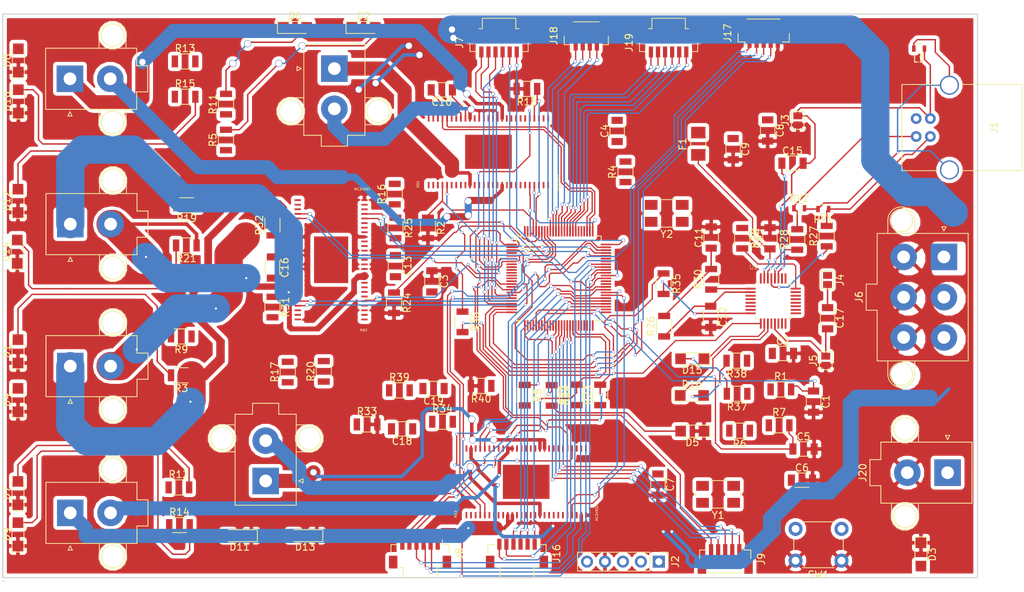
<source format=kicad_pcb>
(kicad_pcb (version 4) (host pcbnew 4.0.7)
  (layers (0 F.Cu signal) (31 B.Cu signal) (34 B.Paste user) (35 F.Paste user) (36 B.SilkS user) (37 F.SilkS user) (38 B.Mask user) (39 F.Mask user) (44 Edge.Cuts user))
  (net 0 "")
  (net 1 "Net-(C1-Pad1)")
  (net 2 GND)
  (net 3 "Net-(C2-Pad1)")
  (net 4 "Net-(C3-Pad2)")
  (net 5 "Net-(C4-Pad1)")
  (net 6 /Vs1)
  (net 7 "Net-(C5-Pad1)")
  (net 8 +5V)
  (net 9 "Net-(C10-Pad2)")
  (net 10 "Net-(C11-Pad1)")
  (net 11 "Net-(C12-Pad1)")
  (net 12 "Net-(C13-Pad1)")
  (net 13 /Vs2)
  (net 14 "Net-(C14-Pad1)")
  (net 15 /UCAP)
  (net 16 /UGND)
  (net 17 "Net-(C16-Pad2)")
  (net 18 "Net-(C17-Pad1)")
  (net 19 "Net-(C17-Pad2)")
  (net 20 "Net-(C18-Pad1)")
  (net 21 /Vs3)
  (net 22 "Net-(C19-Pad2)")
  (net 23 "Net-(D1-Pad2)")
  (net 24 "Net-(D2-Pad2)")
  (net 25 "Net-(D3-Pad2)")
  (net 26 "Net-(D4-Pad2)")
  (net 27 "Net-(D5-Pad2)")
  (net 28 "Net-(D6-Pad2)")
  (net 29 "Net-(D7-Pad2)")
  (net 30 "Net-(D8-Pad2)")
  (net 31 "Net-(D9-Pad2)")
  (net 32 "Net-(D10-Pad2)")
  (net 33 "Net-(D11-Pad2)")
  (net 34 "Net-(D12-Pad2)")
  (net 35 "Net-(D13-Pad2)")
  (net 36 "Net-(D14-Pad2)")
  (net 37 "Net-(D15-Pad2)")
  (net 38 /RXL)
  (net 39 "Net-(D16-Pad2)")
  (net 40 /TXL)
  (net 41 "Net-(F1-Pad2)")
  (net 42 /D-)
  (net 43 /D+)
  (net 44 /USHIELD)
  (net 45 /MISO2)
  (net 46 /SCK2)
  (net 47 /RESET2)
  (net 48 /MOSI2)
  (net 49 /RESET)
  (net 50 /DIG1)
  (net 51 /DIG2)
  (net 52 /DIG3)
  (net 53 /DIG4)
  (net 54 /DIG5)
  (net 55 /DIG6)
  (net 56 /DIG7)
  (net 57 /DIG8)
  (net 58 /DIG9)
  (net 59 /DIG10)
  (net 60 /SCL)
  (net 61 /SDA)
  (net 62 /PWM1)
  (net 63 /PWM2)
  (net 64 /PWM3)
  (net 65 /PWM4)
  (net 66 /PWM5)
  (net 67 /T1_OUTA)
  (net 68 /T1_OUTB)
  (net 69 /T2_OUTA)
  (net 70 /T2_OUTB)
  (net 71 /T3_OUTA)
  (net 72 /T3_OUTB)
  (net 73 /T4_OUTA)
  (net 74 /T4_OUTB)
  (net 75 /T5_OUTA)
  (net 76 /T5_OUTB)
  (net 77 /T6_OUTA)
  (net 78 /T6_OUTB)
  (net 79 /S1)
  (net 80 /S2)
  (net 81 /S3)
  (net 82 /S4)
  (net 83 /S5)
  (net 84 /S6)
  (net 85 /ESC1_PWM)
  (net 86 /ESC2_PWM)
  (net 87 /ESC3_PWM)
  (net 88 /ESC4_PWM)
  (net 89 /VOLT_19)
  (net 90 /CURR_19)
  (net 91 /VOLT_5)
  (net 92 /CURR_5)
  (net 93 /ANA1)
  (net 94 /ANA2)
  (net 95 /ANA3)
  (net 96 /ANA4)
  (net 97 /ANA5)
  (net 98 /ANA6)
  (net 99 "Net-(MD1-Pad2)")
  (net 100 /FB1)
  (net 101 /T1_PWM)
  (net 102 "Net-(MD1-Pad6)")
  (net 103 "Net-(MD1-Pad7)")
  (net 104 "Net-(MD1-Pad8)")
  (net 105 "Net-(MD1-Pad14)")
  (net 106 "Net-(MD1-Pad21)")
  (net 107 "Net-(MD1-Pad22)")
  (net 108 /T2_DIRB)
  (net 109 /T2_DIRA)
  (net 110 "Net-(MD1-Pad25)")
  (net 111 "Net-(MD1-Pad29)")
  (net 112 /FB2)
  (net 113 /T2_PWM)
  (net 114 "Net-(MD1-Pad33)")
  (net 115 "Net-(MD1-Pad34)")
  (net 116 "Net-(MD1-Pad35)")
  (net 117 "Net-(MD1-Pad41)")
  (net 118 "Net-(MD1-Pad48)")
  (net 119 "Net-(MD1-Pad49)")
  (net 120 /T1_DIRB)
  (net 121 /T1_DIRA)
  (net 122 "Net-(MD1-Pad52)")
  (net 123 "Net-(MD2-Pad2)")
  (net 124 /FB3)
  (net 125 /T3_PWM)
  (net 126 "Net-(MD2-Pad6)")
  (net 127 "Net-(MD2-Pad7)")
  (net 128 "Net-(MD2-Pad8)")
  (net 129 "Net-(MD2-Pad14)")
  (net 130 "Net-(MD2-Pad21)")
  (net 131 "Net-(MD2-Pad22)")
  (net 132 /T4_DIRB)
  (net 133 /T4_DIRA)
  (net 134 "Net-(MD2-Pad25)")
  (net 135 "Net-(MD2-Pad29)")
  (net 136 /FB4)
  (net 137 /T4_PWM)
  (net 138 "Net-(MD2-Pad33)")
  (net 139 "Net-(MD2-Pad34)")
  (net 140 "Net-(MD2-Pad35)")
  (net 141 "Net-(MD2-Pad41)")
  (net 142 "Net-(MD2-Pad48)")
  (net 143 "Net-(MD2-Pad49)")
  (net 144 /T3_DIRB)
  (net 145 /T3_DIRA)
  (net 146 "Net-(MD2-Pad52)")
  (net 147 "Net-(MD3-Pad2)")
  (net 148 /FB5)
  (net 149 /T5_PWM)
  (net 150 "Net-(MD3-Pad6)")
  (net 151 "Net-(MD3-Pad7)")
  (net 152 "Net-(MD3-Pad8)")
  (net 153 "Net-(MD3-Pad14)")
  (net 154 "Net-(MD3-Pad21)")
  (net 155 "Net-(MD3-Pad22)")
  (net 156 /T6_DIRB)
  (net 157 /T6_DIRA)
  (net 158 "Net-(MD3-Pad25)")
  (net 159 "Net-(MD3-Pad29)")
  (net 160 /FB6)
  (net 161 /T6_PWM)
  (net 162 "Net-(MD3-Pad33)")
  (net 163 "Net-(MD3-Pad34)")
  (net 164 "Net-(MD3-Pad35)")
  (net 165 "Net-(MD3-Pad41)")
  (net 166 "Net-(MD3-Pad48)")
  (net 167 "Net-(MD3-Pad49)")
  (net 168 /T5_DIRB)
  (net 169 /T5_DIRA)
  (net 170 "Net-(MD3-Pad52)")
  (net 171 "Net-(R8-Pad1)")
  (net 172 /BLINK)
  (net 173 "Net-(R27-Pad1)")
  (net 174 "Net-(R28-Pad1)")
  (net 175 "Net-(R30-Pad1)")
  (net 176 /PE1)
  (net 177 /M8TXD)
  (net 178 /PE0)
  (net 179 /M8RXD)
  (net 180 "Net-(U1-Pad4)")
  (net 181 "Net-(U1-Pad8)")
  (net 182 "Net-(U1-Pad9)")
  (net 183 "Net-(U1-Pad12)")
  (net 184 "Net-(U1-Pad13)")
  (net 185 "Net-(U1-Pad14)")
  (net 186 "Net-(U1-Pad27)")
  (net 187 "Net-(U1-Pad28)")
  (net 188 "Net-(U1-Pad29)")
  (net 189 "Net-(U1-Pad35)")
  (net 190 "Net-(U1-Pad36)")
  (net 191 "Net-(U1-Pad45)")
  (net 192 "Net-(U1-Pad46)")
  (net 193 "Net-(U1-Pad47)")
  (net 194 "Net-(U1-Pad48)")
  (net 195 "Net-(U1-Pad49)")
  (net 196 "Net-(U1-Pad50)")
  (net 197 "Net-(U1-Pad51)")
  (net 198 "Net-(U1-Pad52)")
  (net 199 "Net-(U1-Pad69)")
  (net 200 "Net-(U1-Pad70)")
  (net 201 "Net-(U1-Pad79)")
  (net 202 "Net-(U2-Pad5)")
  (net 203 "Net-(U2-Pad6)")
  (net 204 "Net-(U2-Pad7)")
  (net 205 "Net-(U2-Pad12)")
  (net 206 "Net-(U2-Pad14)")
  (net 207 "Net-(U2-Pad18)")
  (net 208 "Net-(U2-Pad19)")
  (net 209 "Net-(U2-Pad20)")
  (net 210 "Net-(U2-Pad21)")
  (net 211 "Net-(U2-Pad22)")
  (net 212 "Net-(U2-Pad23)")
  (net 213 "Net-(U2-Pad25)")
  (net 214 "Net-(U2-Pad26)")
  (module Capacitors_SMD:C_1206 (layer F.Cu) (at 156.26 120.09 270)
    (fp_text reference C1 (at 0 -1.75 270) (layer F.SilkS))
    (fp_text value 22p)
    (pad 1 smd rect (at -1.5 0 270) (size 1 1.6) (layers F.Cu F.Paste F.Mask) (net 1 "Net-(C1-Pad1)"))
    (pad 2 smd rect (at 1.5 0 270) (size 1 1.6) (layers F.Cu F.Paste F.Mask) (net 2 GND))
  )
  (module Capacitors_SMD:C_1206 (layer F.Cu) (at 151.93 113.26)
    (fp_text reference C2 (at 0 -1.75) (layer F.SilkS))
    (fp_text value 22p)
    (pad 1 smd rect (at -1.5 0) (size 1 1.6) (layers F.Cu F.Paste F.Mask) (net 3 "Net-(C2-Pad1)"))
    (pad 2 smd rect (at 1.5 0) (size 1 1.6) (layers F.Cu F.Paste F.Mask) (net 2 GND))
  )
  (module Capacitors_SMD:C_1206 (layer F.Cu) (at 102.26 103.06 270)
    (fp_text reference C3 (at 0 -1.75 270) (layer F.SilkS))
    (fp_text value 100n)
    (pad 1 smd rect (at -1.5 0 270) (size 1 1.6) (layers F.Cu F.Paste F.Mask) (net 2 GND))
    (pad 2 smd rect (at 1.5 0 270) (size 1 1.6) (layers F.Cu F.Paste F.Mask) (net 4 "Net-(C3-Pad2)"))
  )
  (module Capacitors_SMD:C_1206 (layer F.Cu) (at 128.47 81.76 90)
    (fp_text reference C4 (at 0 -1.75 90) (layer F.SilkS))
    (fp_text value 100n)
    (pad 1 smd rect (at -1.5 0 90) (size 1 1.6) (layers F.Cu F.Paste F.Mask) (net 5 "Net-(C4-Pad1)"))
    (pad 2 smd rect (at 1.5 0 90) (size 1 1.6) (layers F.Cu F.Paste F.Mask) (net 6 /Vs1))
  )
  (module Capacitors_SMD:C_1206 (layer F.Cu) (at 154.84 126.8)
    (fp_text reference C5 (at 0 -1.75) (layer F.SilkS))
    (fp_text value 22p)
    (pad 1 smd rect (at -1.5 0) (size 1 1.6) (layers F.Cu F.Paste F.Mask) (net 7 "Net-(C5-Pad1)"))
    (pad 2 smd rect (at 1.5 0) (size 1 1.6) (layers F.Cu F.Paste F.Mask) (net 2 GND))
  )
  (module Capacitors_SMD:C_1206 (layer F.Cu) (at 154.62 131.21)
    (fp_text reference C6 (at 0 -1.75) (layer F.SilkS))
    (fp_text value 100n)
    (pad 1 smd rect (at -1.5 0) (size 1 1.6) (layers F.Cu F.Paste F.Mask) (net 8 +5V))
    (pad 2 smd rect (at 1.5 0) (size 1 1.6) (layers F.Cu F.Paste F.Mask) (net 2 GND))
  )
  (module Capacitors_SMD:C_1206 (layer F.Cu) (at 134.24 131.83 270)
    (fp_text reference C7 (at 0 -1.75 270) (layer F.SilkS))
    (fp_text value 100n)
    (pad 1 smd rect (at -1.5 0 270) (size 1 1.6) (layers F.Cu F.Paste F.Mask) (net 8 +5V))
    (pad 2 smd rect (at 1.5 0 270) (size 1 1.6) (layers F.Cu F.Paste F.Mask) (net 2 GND))
  )
  (module Capacitors_SMD:C_1206 (layer F.Cu) (at 149.76 81.69 270)
    (fp_text reference C8 (at 0 -1.75 270) (layer F.SilkS))
    (fp_text value 100n)
    (pad 1 smd rect (at -1.5 0 270) (size 1 1.6) (layers F.Cu F.Paste F.Mask) (net 8 +5V))
    (pad 2 smd rect (at 1.5 0 270) (size 1 1.6) (layers F.Cu F.Paste F.Mask) (net 2 GND))
  )
  (module Capacitors_SMD:C_1206 (layer F.Cu) (at 144.88 84.33 270)
    (fp_text reference C9 (at 0 -1.75 270) (layer F.SilkS))
    (fp_text value 100n)
    (pad 1 smd rect (at -1.5 0 270) (size 1 1.6) (layers F.Cu F.Paste F.Mask) (net 8 +5V))
    (pad 2 smd rect (at 1.5 0 270) (size 1 1.6) (layers F.Cu F.Paste F.Mask) (net 2 GND))
  )
  (module Capacitors_SMD:C_1206 (layer F.Cu) (at 103.66 75.94 180)
    (fp_text reference C10 (at 0 -1.75 180) (layer F.SilkS))
    (fp_text value 100n)
    (pad 1 smd rect (at -1.5 0 180) (size 1 1.6) (layers F.Cu F.Paste F.Mask) (net 6 /Vs1))
    (pad 2 smd rect (at 1.5 0 180) (size 1 1.6) (layers F.Cu F.Paste F.Mask) (net 9 "Net-(C10-Pad2)"))
  )
  (module Capacitors_SMD:C_1206 (layer F.Cu) (at 141.77 96.85 90)
    (fp_text reference C11 (at 0 -1.75 90) (layer F.SilkS))
    (fp_text value 22p)
    (pad 1 smd rect (at -1.5 0 90) (size 1 1.6) (layers F.Cu F.Paste F.Mask) (net 10 "Net-(C11-Pad1)"))
    (pad 2 smd rect (at 1.5 0 90) (size 1 1.6) (layers F.Cu F.Paste F.Mask) (net 2 GND))
  )
  (module Capacitors_SMD:C_1206 (layer F.Cu) (at 141.71 108.08 270)
    (fp_text reference C12 (at 0 -1.75 270) (layer F.SilkS))
    (fp_text value 22p)
    (pad 1 smd rect (at -1.5 0 270) (size 1 1.6) (layers F.Cu F.Paste F.Mask) (net 11 "Net-(C12-Pad1)"))
    (pad 2 smd rect (at 1.5 0 270) (size 1 1.6) (layers F.Cu F.Paste F.Mask) (net 2 GND))
  )
  (module Capacitors_SMD:C_1206 (layer F.Cu) (at 97.1 100.9 270)
    (fp_text reference C13 (at 0 -1.75 270) (layer F.SilkS))
    (fp_text value 100n)
    (pad 1 smd rect (at -1.5 0 270) (size 1 1.6) (layers F.Cu F.Paste F.Mask) (net 12 "Net-(C13-Pad1)"))
    (pad 2 smd rect (at 1.5 0 270) (size 1 1.6) (layers F.Cu F.Paste F.Mask) (net 13 /Vs2))
  )
  (module Capacitors_SMD:C_1206 (layer F.Cu) (at 150.09 96.96 90)
    (fp_text reference C14 (at 0 -1.75 90) (layer F.SilkS))
    (fp_text value 100n)
    (pad 1 smd rect (at -1.5 0 90) (size 1 1.6) (layers F.Cu F.Paste F.Mask) (net 14 "Net-(C14-Pad1)"))
    (pad 2 smd rect (at 1.5 0 90) (size 1 1.6) (layers F.Cu F.Paste F.Mask) (net 2 GND))
  )
  (module Capacitors_SMD:C_1206 (layer F.Cu) (at 153.28 86.33)
    (fp_text reference C15 (at 0 -1.75) (layer F.SilkS))
    (fp_text value 1u)
    (pad 1 smd rect (at -1.5 0) (size 1 1.6) (layers F.Cu F.Paste F.Mask) (net 15 /UCAP))
    (pad 2 smd rect (at 1.5 0) (size 1 1.6) (layers F.Cu F.Paste F.Mask) (net 16 /UGND))
  )
  (module Capacitors_SMD:C_1206 (layer F.Cu) (at 79.7 101.1 270)
    (fp_text reference C16 (at 0 -1.75 270) (layer F.SilkS))
    (fp_text value 100n)
    (pad 1 smd rect (at -1.5 0 270) (size 1 1.6) (layers F.Cu F.Paste F.Mask) (net 13 /Vs2))
    (pad 2 smd rect (at 1.5 0 270) (size 1 1.6) (layers F.Cu F.Paste F.Mask) (net 17 "Net-(C16-Pad2)"))
  )
  (module Capacitors_SMD:C_1206 (layer F.Cu) (at 158.24 108.28 270)
    (fp_text reference C17 (at 0 -1.75 270) (layer F.SilkS))
    (fp_text value 100n)
    (pad 1 smd rect (at -1.5 0 270) (size 1 1.6) (layers F.Cu F.Paste F.Mask) (net 18 "Net-(C17-Pad1)"))
    (pad 2 smd rect (at 1.5 0 270) (size 1 1.6) (layers F.Cu F.Paste F.Mask) (net 19 "Net-(C17-Pad2)"))
  )
  (module Capacitors_SMD:C_1206 (layer F.Cu) (at 98.04 123.95 180)
    (fp_text reference C18 (at 0 -1.75 180) (layer F.SilkS))
    (fp_text value 100n)
    (pad 1 smd rect (at -1.5 0 180) (size 1 1.6) (layers F.Cu F.Paste F.Mask) (net 20 "Net-(C18-Pad1)"))
    (pad 2 smd rect (at 1.5 0 180) (size 1 1.6) (layers F.Cu F.Paste F.Mask) (net 21 /Vs3))
  )
  (module Capacitors_SMD:C_1206 (layer F.Cu) (at 102.49 118.24 180)
    (fp_text reference C19 (at 0 -1.75 180) (layer F.SilkS))
    (fp_text value 100n)
    (pad 1 smd rect (at -1.5 0 180) (size 1 1.6) (layers F.Cu F.Paste F.Mask) (net 21 /Vs3))
    (pad 2 smd rect (at 1.5 0 180) (size 1 1.6) (layers F.Cu F.Paste F.Mask) (net 22 "Net-(C19-Pad2)"))
  )
  (module LEDs:LED_1206 (layer F.Cu) (at 43.7 112.964 90)
    (fp_text reference D1 (at 0 -1.6 90) (layer F.SilkS))
    (fp_text value LED)
    (pad 2 smd rect (at 1.65 0 270) (size 1.5 1.5) (layers F.Cu F.Paste F.Mask) (net 23 "Net-(D1-Pad2)"))
    (pad 1 smd rect (at -1.65 0 270) (size 1.5 1.5) (layers F.Cu F.Paste F.Mask) (net 2 GND))
  )
  (module LEDs:LED_1206 (layer F.Cu) (at 92.6 67.1)
    (fp_text reference D2 (at 0 -1.6) (layer F.SilkS))
    (fp_text value LED)
    (pad 2 smd rect (at 1.65 0 180) (size 1.5 1.5) (layers F.Cu F.Paste F.Mask) (net 24 "Net-(D2-Pad2)"))
    (pad 1 smd rect (at -1.65 0 180) (size 1.5 1.5) (layers F.Cu F.Paste F.Mask) (net 2 GND))
  )
  (module LEDs:LED_1206 (layer F.Cu) (at 171.45 141.732 270)
    (fp_text reference D3 (at 0 -1.6 270) (layer F.SilkS))
    (fp_text value LED)
    (pad 2 smd rect (at 1.65 0 90) (size 1.5 1.5) (layers F.Cu F.Paste F.Mask) (net 25 "Net-(D3-Pad2)"))
    (pad 1 smd rect (at -1.65 0 90) (size 1.5 1.5) (layers F.Cu F.Paste F.Mask) (net 2 GND))
  )
  (module LEDs:LED_1206 (layer F.Cu) (at 43.7 119.864 90)
    (fp_text reference D4 (at 0 -1.6 90) (layer F.SilkS))
    (fp_text value LED)
    (pad 2 smd rect (at 1.65 0 270) (size 1.5 1.5) (layers F.Cu F.Paste F.Mask) (net 26 "Net-(D4-Pad2)"))
    (pad 1 smd rect (at -1.65 0 270) (size 1.5 1.5) (layers F.Cu F.Paste F.Mask) (net 2 GND))
  )
  (module LEDs:LED_1206 (layer F.Cu) (at 139.1 124.27 180)
    (fp_text reference D5 (at 0 -1.6 180) (layer F.SilkS))
    (fp_text value LED)
    (pad 2 smd rect (at 1.65 0) (size 1.5 1.5) (layers F.Cu F.Paste F.Mask) (net 27 "Net-(D5-Pad2)"))
    (pad 1 smd rect (at -1.65 0) (size 1.5 1.5) (layers F.Cu F.Paste F.Mask) (net 2 GND))
  )
  (module LEDs:LED_1206 (layer F.Cu) (at 82.9 67.1)
    (fp_text reference D6 (at 0 -1.6) (layer F.SilkS))
    (fp_text value LED)
    (pad 2 smd rect (at 1.65 0 180) (size 1.5 1.5) (layers F.Cu F.Paste F.Mask) (net 28 "Net-(D6-Pad2)"))
    (pad 1 smd rect (at -1.65 0 180) (size 1.5 1.5) (layers F.Cu F.Paste F.Mask) (net 2 GND))
  )
  (module LEDs:LED_1206 (layer F.Cu) (at 43.688 133.038 90)
    (fp_text reference D7 (at 0 -1.6 90) (layer F.SilkS))
    (fp_text value LED)
    (pad 2 smd rect (at 1.65 0 270) (size 1.5 1.5) (layers F.Cu F.Paste F.Mask) (net 29 "Net-(D7-Pad2)"))
    (pad 1 smd rect (at -1.65 0 270) (size 1.5 1.5) (layers F.Cu F.Paste F.Mask) (net 2 GND))
  )
  (module LEDs:LED_1206 (layer F.Cu) (at 43.75 71.772 90)
    (fp_text reference D8 (at 0 -1.6 90) (layer F.SilkS))
    (fp_text value LED)
    (pad 2 smd rect (at 1.65 0 270) (size 1.5 1.5) (layers F.Cu F.Paste F.Mask) (net 30 "Net-(D8-Pad2)"))
    (pad 1 smd rect (at -1.65 0 270) (size 1.5 1.5) (layers F.Cu F.Paste F.Mask) (net 2 GND))
  )
  (module LEDs:LED_1206 (layer F.Cu) (at 43.688 138.88 90)
    (fp_text reference D9 (at 0 -1.6 90) (layer F.SilkS))
    (fp_text value LED)
    (pad 2 smd rect (at 1.65 0 270) (size 1.5 1.5) (layers F.Cu F.Paste F.Mask) (net 31 "Net-(D9-Pad2)"))
    (pad 1 smd rect (at -1.65 0 270) (size 1.5 1.5) (layers F.Cu F.Paste F.Mask) (net 2 GND))
  )
  (module LEDs:LED_1206 (layer F.Cu) (at 43.75 77.572 90)
    (fp_text reference D10 (at 0 -1.6 90) (layer F.SilkS))
    (fp_text value LED)
    (pad 2 smd rect (at 1.65 0 270) (size 1.5 1.5) (layers F.Cu F.Paste F.Mask) (net 32 "Net-(D10-Pad2)"))
    (pad 1 smd rect (at -1.65 0 270) (size 1.5 1.5) (layers F.Cu F.Paste F.Mask) (net 2 GND))
  )
  (module LEDs:LED_1206 (layer F.Cu) (at 75.06 139.07 180)
    (fp_text reference D11 (at 0 -1.6 180) (layer F.SilkS))
    (fp_text value LED)
    (pad 2 smd rect (at 1.65 0) (size 1.5 1.5) (layers F.Cu F.Paste F.Mask) (net 33 "Net-(D11-Pad2)"))
    (pad 1 smd rect (at -1.65 0) (size 1.5 1.5) (layers F.Cu F.Paste F.Mask) (net 2 GND))
  )
  (module LEDs:LED_1206 (layer F.Cu) (at 43.7 91.654 90)
    (fp_text reference D12 (at 0 -1.6 90) (layer F.SilkS))
    (fp_text value LED)
    (pad 2 smd rect (at 1.65 0 270) (size 1.5 1.5) (layers F.Cu F.Paste F.Mask) (net 34 "Net-(D12-Pad2)"))
    (pad 1 smd rect (at -1.65 0 270) (size 1.5 1.5) (layers F.Cu F.Paste F.Mask) (net 2 GND))
  )
  (module LEDs:LED_1206 (layer F.Cu) (at 84.33 139.07 180)
    (fp_text reference D13 (at 0 -1.6 180) (layer F.SilkS))
    (fp_text value LED)
    (pad 2 smd rect (at 1.65 0) (size 1.5 1.5) (layers F.Cu F.Paste F.Mask) (net 35 "Net-(D13-Pad2)"))
    (pad 1 smd rect (at -1.65 0) (size 1.5 1.5) (layers F.Cu F.Paste F.Mask) (net 2 GND))
  )
  (module LEDs:LED_1206 (layer F.Cu) (at 43.6 98.854 90)
    (fp_text reference D14 (at 0 -1.6 90) (layer F.SilkS))
    (fp_text value LED)
    (pad 2 smd rect (at 1.65 0 270) (size 1.5 1.5) (layers F.Cu F.Paste F.Mask) (net 36 "Net-(D14-Pad2)"))
    (pad 1 smd rect (at -1.65 0 270) (size 1.5 1.5) (layers F.Cu F.Paste F.Mask) (net 2 GND))
  )
  (module LEDs:LED_1206 (layer F.Cu) (at 139.09 114.02 180)
    (fp_text reference D15 (at 0 -1.6 180) (layer F.SilkS))
    (fp_text value LED)
    (pad 2 smd rect (at 1.65 0) (size 1.5 1.5) (layers F.Cu F.Paste F.Mask) (net 37 "Net-(D15-Pad2)"))
    (pad 1 smd rect (at -1.65 0) (size 1.5 1.5) (layers F.Cu F.Paste F.Mask) (net 38 /RXL))
  )
  (module LEDs:LED_1206 (layer F.Cu) (at 139.05 119.22)
    (fp_text reference D16 (at 0 -1.6) (layer F.SilkS))
    (fp_text value LED)
    (pad 2 smd rect (at 1.65 0 180) (size 1.5 1.5) (layers F.Cu F.Paste F.Mask) (net 39 "Net-(D16-Pad2)"))
    (pad 1 smd rect (at -1.65 0 180) (size 1.5 1.5) (layers F.Cu F.Paste F.Mask) (net 40 /TXL))
  )
  (module Fuse_Holders_and_Fuses:Fuse_SMD1206_Wave (layer F.Cu) (at 139.95 83.57 90)
    (fp_text reference F1 (at -0.05 -2.2 90) (layer F.SilkS))
    (fp_text value Fuse)
    (pad 1 smd rect (at -1.58 0 180) (size 2.03 1.65) (layers F.Cu F.Paste F.Mask) (net 14 "Net-(C14-Pad1)"))
    (pad 2 smd rect (at 1.58 0 180) (size 2.03 1.65) (layers F.Cu F.Paste F.Mask) (net 41 "Net-(F1-Pad2)"))
  )
  (module Connectors:USB_B (layer F.Cu) (at 170.78 80.01)
    (fp_text reference J1 (at 11.05 1.27 90) (layer F.SilkS))
    (fp_text value USB_B)
    (pad 2 thru_hole circle (at 0 2.54 270) (size 1.52 1.52) (drill 0.81) (layers *.Cu *.Mask) (net 42 /D-))
    (pad 1 thru_hole circle (at 0 0 270) (size 1.52 1.52) (drill 0.81) (layers *.Cu *.Mask) (net 41 "Net-(F1-Pad2)"))
    (pad 4 thru_hole circle (at 2 0 270) (size 1.52 1.52) (drill 0.81) (layers *.Cu *.Mask) (net 16 /UGND))
    (pad 3 thru_hole circle (at 2 2.54 270) (size 1.52 1.52) (drill 0.81) (layers *.Cu *.Mask) (net 43 /D+))
    (pad 5 thru_hole circle (at 4.7 7.27 270) (size 2.7 2.7) (drill 2.3) (layers *.Cu *.Mask) (net 44 /USHIELD))
    (pad 5 thru_hole circle (at 4.7 -4.73 270) (size 2.7 2.7) (drill 2.3) (layers *.Cu *.Mask) (net 44 /USHIELD))
  )
  (module Connectors:GS2 (layer F.Cu) (at 154.03 80.26 180)
    (fp_text reference J3 (at 1.78 0 270) (layer F.SilkS))
    (fp_text value GS2)
    (pad 1 smd rect (at 0 -0.64 180) (size 1.27 0.97) (layers F.Cu F.Paste F.Mask) (net 2 GND))
    (pad 2 smd rect (at 0 0.64 180) (size 1.27 0.97) (layers F.Cu F.Paste F.Mask) (net 16 /UGND))
  )
  (module Connectors:GS2 (layer F.Cu) (at 158.24 102.86)
    (fp_text reference J4 (at 1.78 0 90) (layer F.SilkS))
    (fp_text value GS2)
    (pad 1 smd rect (at 0 -0.64) (size 1.27 0.97) (layers F.Cu F.Paste F.Mask) (net 49 /RESET))
    (pad 2 smd rect (at 0 0.64) (size 1.27 0.97) (layers F.Cu F.Paste F.Mask) (net 18 "Net-(C17-Pad1)"))
  )
  (module Connectors:GS2 (layer F.Cu) (at 157.99 114.3 180)
    (fp_text reference J5 (at 1.78 0 270) (layer F.SilkS))
    (fp_text value GS2)
    (pad 1 smd rect (at 0 -0.64 180) (size 1.27 0.97) (layers F.Cu F.Paste F.Mask) (net 2 GND))
    (pad 2 smd rect (at 0 0.64 180) (size 1.27 0.97) (layers F.Cu F.Paste F.Mask) (net 19 "Net-(C17-Pad2)"))
  )
  (module Connectors_Molex:Molex_MegaFit_2x03x5.70mm_Straight (layer F.Cu) (at 174.7 99.6 270)
    (fp_text reference J6 (at 5.7 12 270) (layer F.SilkS))
    (fp_text value Conn_02x03_Counter_Clockwise)
    (pad 1 thru_hole rect (at 0 0 270) (size 3.75 3.75) (drill 1.8) (layers *.Cu *.Mask) (net 6 /Vs1))
    (pad 2 thru_hole circle (at 5.7 0 270) (size 3.75 3.75) (drill 1.8) (layers *.Cu *.Mask) (net 13 /Vs2))
    (pad 3 thru_hole circle (at 11.4 0 270) (size 3.75 3.75) (drill 1.8) (layers *.Cu *.Mask) (net 21 /Vs3))
    (pad 4 thru_hole circle (at 0 5.7 270) (size 3.75 3.75) (drill 1.8) (layers *.Cu *.Mask) (net 2 GND))
    (pad 5 thru_hole circle (at 5.7 5.7 270) (size 3.75 3.75) (drill 1.8) (layers *.Cu *.Mask) (net 2 GND))
    (pad 6 thru_hole circle (at 11.4 5.7 270) (size 3.75 3.75) (drill 1.8) (layers *.Cu *.Mask) (net 2 GND))
    (pad "" np_thru_hole circle (at -5.175 6.03 270) (size 3 3) (drill 3) (layers *.Cu *.Mask))
    (pad "" np_thru_hole circle (at 16.575 6.03 270) (size 3 3) (drill 3) (layers *.Cu *.Mask))
  )
  (module Connectors_Molex:Molex_PicoClasp_501331-0607_1x06_P1.0mm_Vertical (layer F.Cu) (at 111.76 69.25 90)
    (fp_text reference J7 (at 0 -5.6 90) (layer F.SilkS))
    (fp_text value Conn_01x06)
    (pad 1 smd rect (at -1.325 -2.5 90) (size 1.55 0.6) (layers F.Cu F.Paste F.Mask) (net 50 /DIG1))
    (pad 2 smd rect (at -1.325 -1.5 90) (size 1.55 0.6) (layers F.Cu F.Paste F.Mask) (net 51 /DIG2))
    (pad 3 smd rect (at -1.325 -0.5 90) (size 1.55 0.6) (layers F.Cu F.Paste F.Mask) (net 52 /DIG3))
    (pad 4 smd rect (at -1.325 0.5 90) (size 1.55 0.6) (layers F.Cu F.Paste F.Mask) (net 53 /DIG4))
    (pad 5 smd rect (at -1.325 1.5 90) (size 1.55 0.6) (layers F.Cu F.Paste F.Mask) (net 54 /DIG5))
    (pad 6 smd rect (at -1.325 2.5 90) (size 1.55 0.6) (layers F.Cu F.Paste F.Mask) (net 55 /DIG6))
    (pad "" smd rect (at 1.2 -3.8 90) (size 1.8 1.2) (layers F.Cu F.Paste F.Mask))
    (pad "" smd rect (at 1.2 3.8 90) (size 1.8 1.2) (layers F.Cu F.Paste F.Mask))
  )
  (module Connectors_Molex:Molex_PicoClasp_501331-0607_1x06_P1.0mm_Vertical (layer F.Cu) (at 100.58 141.61 270)
    (fp_text reference J8 (at 0 -5.6 270) (layer F.SilkS))
    (fp_text value Conn_01x06)
    (pad 1 smd rect (at -1.325 -2.5 270) (size 1.55 0.6) (layers F.Cu F.Paste F.Mask) (net 56 /DIG7))
    (pad 2 smd rect (at -1.325 -1.5 270) (size 1.55 0.6) (layers F.Cu F.Paste F.Mask) (net 57 /DIG8))
    (pad 3 smd rect (at -1.325 -0.5 270) (size 1.55 0.6) (layers F.Cu F.Paste F.Mask) (net 58 /DIG9))
    (pad 4 smd rect (at -1.325 0.5 270) (size 1.55 0.6) (layers F.Cu F.Paste F.Mask) (net 59 /DIG10))
    (pad 5 smd rect (at -1.325 1.5 270) (size 1.55 0.6) (layers F.Cu F.Paste F.Mask) (net 60 /SCL))
    (pad 6 smd rect (at -1.325 2.5 270) (size 1.55 0.6) (layers F.Cu F.Paste F.Mask) (net 61 /SDA))
    (pad "" smd rect (at 1.2 -3.8 270) (size 1.8 1.2) (layers F.Cu F.Paste F.Mask))
    (pad "" smd rect (at 1.2 3.8 270) (size 1.8 1.2) (layers F.Cu F.Paste F.Mask))
  )
  (module Connectors_Molex:Molex_PicoClasp_501331-0507_1x05_P1.0mm_Vertical (layer F.Cu) (at 143.76 142.37 270)
    (fp_text reference J9 (at 0 -5.1 270) (layer F.SilkS))
    (fp_text value Conn_01x05)
    (pad 1 smd rect (at -1.325 -2 270) (size 1.55 0.6) (layers F.Cu F.Paste F.Mask) (net 62 /PWM1))
    (pad 2 smd rect (at -1.325 -1 270) (size 1.55 0.6) (layers F.Cu F.Paste F.Mask) (net 63 /PWM2))
    (pad 3 smd rect (at -1.325 0 270) (size 1.55 0.6) (layers F.Cu F.Paste F.Mask) (net 64 /PWM3))
    (pad 4 smd rect (at -1.325 1 270) (size 1.55 0.6) (layers F.Cu F.Paste F.Mask) (net 65 /PWM4))
    (pad 5 smd rect (at -1.325 2 270) (size 1.55 0.6) (layers F.Cu F.Paste F.Mask) (net 66 /PWM5))
    (pad "" smd rect (at 1.2 -3.3 270) (size 1.8 1.2) (layers F.Cu F.Paste F.Mask))
    (pad "" smd rect (at 1.2 3.3 270) (size 1.8 1.2) (layers F.Cu F.Paste F.Mask))
  )
  (module Connectors_Molex:Molex_MegaFit_2x01x5.70mm_Straight (layer F.Cu) (at 88.46 72.93)
    (fp_text reference J10 hide)
    (fp_text value Conn_02x01 hide)
    (pad 1 thru_hole rect (at 0 0) (size 3.75 3.75) (drill 1.8) (layers *.Cu *.Mask) (net 67 /T1_OUTA))
    (pad 2 thru_hole circle (at 0 5.7) (size 3.75 3.75) (drill 1.8) (layers *.Cu *.Mask) (net 68 /T1_OUTB))
    (pad "" np_thru_hole circle (at -6.175 6.03) (size 3 3) (drill 3) (layers *.Cu *.Mask))
    (pad "" np_thru_hole circle (at 6.175 6.03) (size 3 3) (drill 3) (layers *.Cu *.Mask))
  )
  (module Connectors_Molex:Molex_MegaFit_2x01x5.70mm_Straight (layer F.Cu) (at 51.05 74.372 90)
    (fp_text reference J11 hide)
    (fp_text value Conn_02x01 hide)
    (pad 1 thru_hole rect (at 0 0 90) (size 3.75 3.75) (drill 1.8) (layers *.Cu *.Mask) (net 69 /T2_OUTA))
    (pad 2 thru_hole circle (at 0 5.7 90) (size 3.75 3.75) (drill 1.8) (layers *.Cu *.Mask) (net 70 /T2_OUTB))
    (pad "" np_thru_hole circle (at -6.175 6.03 90) (size 3 3) (drill 3) (layers *.Cu *.Mask))
    (pad "" np_thru_hole circle (at 6.175 6.03 90) (size 3 3) (drill 3) (layers *.Cu *.Mask))
  )
  (module Connectors_Molex:Molex_MegaFit_2x01x5.70mm_Straight (layer F.Cu) (at 51.1 94.954 90)
    (fp_text reference J12 hide)
    (fp_text value Conn_02x01 hide)
    (pad 1 thru_hole rect (at 0 0 90) (size 3.75 3.75) (drill 1.8) (layers *.Cu *.Mask) (net 71 /T3_OUTA))
    (pad 2 thru_hole circle (at 0 5.7 90) (size 3.75 3.75) (drill 1.8) (layers *.Cu *.Mask) (net 72 /T3_OUTB))
    (pad "" np_thru_hole circle (at -6.175 6.03 90) (size 3 3) (drill 3) (layers *.Cu *.Mask))
    (pad "" np_thru_hole circle (at 6.175 6.03 90) (size 3 3) (drill 3) (layers *.Cu *.Mask))
  )
  (module Connectors_Molex:Molex_MegaFit_2x01x5.70mm_Straight (layer F.Cu) (at 51.1 115.064 90)
    (fp_text reference J13 hide)
    (fp_text value Conn_02x01 hide)
    (pad 1 thru_hole rect (at 0 0 90) (size 3.75 3.75) (drill 1.8) (layers *.Cu *.Mask) (net 73 /T4_OUTA))
    (pad 2 thru_hole circle (at 0 5.7 90) (size 3.75 3.75) (drill 1.8) (layers *.Cu *.Mask) (net 74 /T4_OUTB))
    (pad "" np_thru_hole circle (at -6.175 6.03 90) (size 3 3) (drill 3) (layers *.Cu *.Mask))
    (pad "" np_thru_hole circle (at 6.175 6.03 90) (size 3 3) (drill 3) (layers *.Cu *.Mask))
  )
  (module Connectors_Molex:Molex_MegaFit_2x01x5.70mm_Straight (layer F.Cu) (at 51.09 135.844 90)
    (fp_text reference J14 hide)
    (fp_text value Conn_02x01 hide)
    (pad 1 thru_hole rect (at 0 0 90) (size 3.75 3.75) (drill 1.8) (layers *.Cu *.Mask) (net 75 /T5_OUTA))
    (pad 2 thru_hole circle (at 0 5.7 90) (size 3.75 3.75) (drill 1.8) (layers *.Cu *.Mask) (net 76 /T5_OUTB))
    (pad "" np_thru_hole circle (at -6.175 6.03 90) (size 3 3) (drill 3) (layers *.Cu *.Mask))
    (pad "" np_thru_hole circle (at 6.175 6.03 90) (size 3 3) (drill 3) (layers *.Cu *.Mask))
  )
  (module Connectors_Molex:Molex_MegaFit_2x01x5.70mm_Straight (layer F.Cu) (at 78.74 131.32 180)
    (fp_text reference J15 hide)
    (fp_text value Conn_02x01 hide)
    (pad 1 thru_hole rect (at 0 0 180) (size 3.75 3.75) (drill 1.8) (layers *.Cu *.Mask) (net 77 /T6_OUTA))
    (pad 2 thru_hole circle (at 0 5.7 180) (size 3.75 3.75) (drill 1.8) (layers *.Cu *.Mask) (net 78 /T6_OUTB))
    (pad "" np_thru_hole circle (at -6.175 6.03 180) (size 3 3) (drill 3) (layers *.Cu *.Mask))
    (pad "" np_thru_hole circle (at 6.175 6.03 180) (size 3 3) (drill 3) (layers *.Cu *.Mask))
  )
  (module Connectors_Molex:Molex_PicoClasp_501331-0607_1x06_P1.0mm_Vertical (layer F.Cu) (at 114.3 141.61 270)
    (fp_text reference J16 (at 0 -5.6 270) (layer F.SilkS))
    (fp_text value Conn_01x06)
    (pad 1 smd rect (at -1.325 -2.5 270) (size 1.55 0.6) (layers F.Cu F.Paste F.Mask) (net 79 /S1))
    (pad 2 smd rect (at -1.325 -1.5 270) (size 1.55 0.6) (layers F.Cu F.Paste F.Mask) (net 80 /S2))
    (pad 3 smd rect (at -1.325 -0.5 270) (size 1.55 0.6) (layers F.Cu F.Paste F.Mask) (net 81 /S3))
    (pad 4 smd rect (at -1.325 0.5 270) (size 1.55 0.6) (layers F.Cu F.Paste F.Mask) (net 82 /S4))
    (pad 5 smd rect (at -1.325 1.5 270) (size 1.55 0.6) (layers F.Cu F.Paste F.Mask) (net 83 /S5))
    (pad 6 smd rect (at -1.325 2.5 270) (size 1.55 0.6) (layers F.Cu F.Paste F.Mask) (net 84 /S6))
    (pad "" smd rect (at 1.2 -3.8 270) (size 1.8 1.2) (layers F.Cu F.Paste F.Mask))
    (pad "" smd rect (at 1.2 3.8 270) (size 1.8 1.2) (layers F.Cu F.Paste F.Mask))
  )
  (module Connectors_Molex:Molex_PicoClasp_501331-0507_1x05_P1.0mm_Vertical (layer F.Cu) (at 149.2 67.89 90)
    (fp_text reference J17 (at 0 -5.1 90) (layer F.SilkS))
    (fp_text value Conn_01x05)
    (pad 1 smd rect (at -1.325 -2 90) (size 1.55 0.6) (layers F.Cu F.Paste F.Mask) (net 85 /ESC1_PWM))
    (pad 2 smd rect (at -1.325 -1 90) (size 1.55 0.6) (layers F.Cu F.Paste F.Mask) (net 86 /ESC2_PWM))
    (pad 3 smd rect (at -1.325 0 90) (size 1.55 0.6) (layers F.Cu F.Paste F.Mask) (net 87 /ESC3_PWM))
    (pad 4 smd rect (at -1.325 1 90) (size 1.55 0.6) (layers F.Cu F.Paste F.Mask) (net 88 /ESC4_PWM))
    (pad 5 smd rect (at -1.325 2 90) (size 1.55 0.6) (layers F.Cu F.Paste F.Mask) (net 2 GND))
    (pad "" smd rect (at 1.2 -3.3 90) (size 1.8 1.2) (layers F.Cu F.Paste F.Mask))
    (pad "" smd rect (at 1.2 3.3 90) (size 1.8 1.2) (layers F.Cu F.Paste F.Mask))
  )
  (module Connectors_Molex:Molex_PicoClasp_501331-0407_1x04_P1.0mm_Vertical (layer F.Cu) (at 124.1 68.28 90)
    (fp_text reference J18 (at 0 -4.6 90) (layer F.SilkS))
    (fp_text value Conn_01x04)
    (pad 1 smd rect (at -1.325 -1.5 90) (size 1.55 0.6) (layers F.Cu F.Paste F.Mask) (net 89 /VOLT_19))
    (pad 2 smd rect (at -1.325 -0.5 90) (size 1.55 0.6) (layers F.Cu F.Paste F.Mask) (net 90 /CURR_19))
    (pad 3 smd rect (at -1.325 0.5 90) (size 1.55 0.6) (layers F.Cu F.Paste F.Mask) (net 91 /VOLT_5))
    (pad 4 smd rect (at -1.325 1.5 90) (size 1.55 0.6) (layers F.Cu F.Paste F.Mask) (net 92 /CURR_5))
    (pad "" smd rect (at 1.2 -2.8 90) (size 1.8 1.2) (layers F.Cu F.Paste F.Mask))
    (pad "" smd rect (at 1.2 2.8 90) (size 1.8 1.2) (layers F.Cu F.Paste F.Mask))
  )
  (module Connectors_Molex:Molex_PicoClasp_501331-0607_1x06_P1.0mm_Vertical (layer F.Cu) (at 135.75 69.25 90)
    (fp_text reference J19 (at 0 -5.6 90) (layer F.SilkS))
    (fp_text value Conn_01x06)
    (pad 1 smd rect (at -1.325 -2.5 90) (size 1.55 0.6) (layers F.Cu F.Paste F.Mask) (net 93 /ANA1))
    (pad 2 smd rect (at -1.325 -1.5 90) (size 1.55 0.6) (layers F.Cu F.Paste F.Mask) (net 94 /ANA2))
    (pad 3 smd rect (at -1.325 -0.5 90) (size 1.55 0.6) (layers F.Cu F.Paste F.Mask) (net 95 /ANA3))
    (pad 4 smd rect (at -1.325 0.5 90) (size 1.55 0.6) (layers F.Cu F.Paste F.Mask) (net 96 /ANA4))
    (pad 5 smd rect (at -1.325 1.5 90) (size 1.55 0.6) (layers F.Cu F.Paste F.Mask) (net 97 /ANA5))
    (pad 6 smd rect (at -1.325 2.5 90) (size 1.55 0.6) (layers F.Cu F.Paste F.Mask) (net 98 /ANA6))
    (pad "" smd rect (at 1.2 -3.8 90) (size 1.8 1.2) (layers F.Cu F.Paste F.Mask))
    (pad "" smd rect (at 1.2 3.8 90) (size 1.8 1.2) (layers F.Cu F.Paste F.Mask))
  )
  (module Connectors_Molex:Molex_MegaFit_2x01x5.70mm_Straight (layer F.Cu) (at 175.22 130.15 270)
    (fp_text reference J20 (at 0 12 270) (layer F.SilkS))
    (fp_text value Conn_01x02)
    (pad 1 thru_hole rect (at 0 0 270) (size 3.75 3.75) (drill 1.8) (layers *.Cu *.Mask) (net 8 +5V))
    (pad 2 thru_hole circle (at 0 5.7 270) (size 3.75 3.75) (drill 1.8) (layers *.Cu *.Mask) (net 2 GND))
    (pad "" np_thru_hole circle (at -6.175 6.03 270) (size 3 3) (drill 3) (layers *.Cu *.Mask))
    (pad "" np_thru_hole circle (at 6.175 6.03 270) (size 3 3) (drill 3) (layers *.Cu *.Mask))
  )
  (module Resistors_SMD:R_0603 (layer F.Cu) (at 171.2 70.1 180)
    (fp_text reference L1 (at 0 -1.45 180) (layer F.SilkS))
    (fp_text value Ferrite_Bead)
    (pad 1 smd rect (at -0.75 0 180) (size 0.5 0.9) (layers F.Cu F.Paste F.Mask) (net 16 /UGND))
    (pad 2 smd rect (at 0.75 0 180) (size 0.5 0.9) (layers F.Cu F.Paste F.Mask) (net 44 /USHIELD))
  )
  (module "conn footprint:SOIC-54(SOICW-EP-54)" (layer F.Cu) (at 110.36 84.71 90)
    (fp_text reference MD1 (at -4.58924 -10.0674 90) (layer F.SilkS) (effects (font (size 0.330916 0.330916) (thickness 0.05))))
    (fp_text value MC34932 (at -4.40163 9.89307 90) (layer F.SilkS) (effects (font (size 0.332613 0.332613) (thickness 0.05))))
    (pad 1 smd rect (at -4.718 -8.557 270) (size 0.9 0.25) (layers F.Cu F.Paste F.Mask) (net 6 /Vs1))
    (pad 2 smd rect (at -4.718 -7.906 270) (size 0.9 0.25) (layers F.Cu F.Paste F.Mask) (net 99 "Net-(MD1-Pad2)"))
    (pad 3 smd rect (at -4.718 -7.257 270) (size 0.9 0.25) (layers F.Cu F.Paste F.Mask) (net 2 GND))
    (pad 4 smd rect (at -4.718 -6.606 270) (size 0.9 0.25) (layers F.Cu F.Paste F.Mask) (net 100 /FB1))
    (pad 5 smd rect (at -4.718 -5.957 270) (size 0.9 0.25) (layers F.Cu F.Paste F.Mask) (net 101 /T1_PWM))
    (pad 6 smd rect (at -4.718 -5.306 270) (size 0.9 0.25) (layers F.Cu F.Paste F.Mask) (net 102 "Net-(MD1-Pad6)"))
    (pad 7 smd rect (at -4.718 -4.657 270) (size 0.9 0.25) (layers F.Cu F.Paste F.Mask) (net 103 "Net-(MD1-Pad7)"))
    (pad 8 smd rect (at -4.718 -4.006 270) (size 0.9 0.25) (layers F.Cu F.Paste F.Mask) (net 104 "Net-(MD1-Pad8)"))
    (pad 9 smd rect (at -4.718 -3.357 270) (size 0.9 0.25) (layers F.Cu F.Paste F.Mask) (net 6 /Vs1))
    (pad 10 smd rect (at -4.718 -2.706 270) (size 0.9 0.25) (layers F.Cu F.Paste F.Mask) (net 67 /T1_OUTA))
    (pad 11 smd rect (at -4.718 -2.057 270) (size 0.9 0.25) (layers F.Cu F.Paste F.Mask) (net 67 /T1_OUTA))
    (pad 12 smd rect (at -4.718 -1.406 270) (size 0.9 0.25) (layers F.Cu F.Paste F.Mask) (net 2 GND))
    (pad 13 smd rect (at -4.718 -0.757 270) (size 0.9 0.25) (layers F.Cu F.Paste F.Mask) (net 2 GND))
    (pad 14 smd rect (at -4.718 -0.106 270) (size 0.9 0.25) (layers F.Cu F.Paste F.Mask) (net 105 "Net-(MD1-Pad14)"))
    (pad 15 smd rect (at -4.718 0.543 270) (size 0.9 0.25) (layers F.Cu F.Paste F.Mask) (net 2 GND))
    (pad 16 smd rect (at -4.718 1.194 270) (size 0.9 0.25) (layers F.Cu F.Paste F.Mask) (net 2 GND))
    (pad 17 smd rect (at -4.718 1.843 270) (size 0.9 0.25) (layers F.Cu F.Paste F.Mask) (net 70 /T2_OUTB))
    (pad 18 smd rect (at -4.718 2.494 270) (size 0.9 0.25) (layers F.Cu F.Paste F.Mask) (net 70 /T2_OUTB))
    (pad 19 smd rect (at -4.718 3.143 270) (size 0.9 0.25) (layers F.Cu F.Paste F.Mask) (net 6 /Vs1))
    (pad 20 smd rect (at -4.718 3.794 270) (size 0.9 0.25) (layers F.Cu F.Paste F.Mask) (net 5 "Net-(C4-Pad1)"))
    (pad 21 smd rect (at -4.718 4.443 270) (size 0.9 0.25) (layers F.Cu F.Paste F.Mask) (net 106 "Net-(MD1-Pad21)"))
    (pad 22 smd rect (at -4.718 5.094 270) (size 0.9 0.25) (layers F.Cu F.Paste F.Mask) (net 107 "Net-(MD1-Pad22)"))
    (pad 23 smd rect (at -4.718 5.743 270) (size 0.9 0.25) (layers F.Cu F.Paste F.Mask) (net 108 /T2_DIRB))
    (pad 24 smd rect (at -4.718 6.394 270) (size 0.9 0.25) (layers F.Cu F.Paste F.Mask) (net 109 /T2_DIRA))
    (pad 25 smd rect (at -4.718 7.043 270) (size 0.9 0.25) (layers F.Cu F.Paste F.Mask) (net 110 "Net-(MD1-Pad25)"))
    (pad 26 smd rect (at -4.718 7.694 270) (size 0.9 0.25) (layers F.Cu F.Paste F.Mask) (net 6 /Vs1))
    (pad 27 smd rect (at -4.718 8.343 270) (size 0.9 0.25) (layers F.Cu F.Paste F.Mask) (net 2 GND))
    (pad 28 smd rect (at 4.722 8.348 90) (size 0.9 0.25) (layers F.Cu F.Paste F.Mask) (net 6 /Vs1))
    (pad 29 smd rect (at 4.722 7.697 90) (size 0.9 0.25) (layers F.Cu F.Paste F.Mask) (net 111 "Net-(MD1-Pad29)"))
    (pad 30 smd rect (at 4.722 7.048 90) (size 0.9 0.25) (layers F.Cu F.Paste F.Mask) (net 2 GND))
    (pad 31 smd rect (at 4.722 6.397 90) (size 0.9 0.25) (layers F.Cu F.Paste F.Mask) (net 112 /FB2))
    (pad 32 smd rect (at 4.722 5.748 90) (size 0.9 0.25) (layers F.Cu F.Paste F.Mask) (net 113 /T2_PWM))
    (pad 33 smd rect (at 4.722 5.097 90) (size 0.9 0.25) (layers F.Cu F.Paste F.Mask) (net 114 "Net-(MD1-Pad33)"))
    (pad 34 smd rect (at 4.722 4.448 90) (size 0.9 0.25) (layers F.Cu F.Paste F.Mask) (net 115 "Net-(MD1-Pad34)"))
    (pad 35 smd rect (at 4.722 3.797 90) (size 0.9 0.25) (layers F.Cu F.Paste F.Mask) (net 116 "Net-(MD1-Pad35)"))
    (pad 36 smd rect (at 4.722 3.148 90) (size 0.9 0.25) (layers F.Cu F.Paste F.Mask) (net 6 /Vs1))
    (pad 37 smd rect (at 4.722 2.497 90) (size 0.9 0.25) (layers F.Cu F.Paste F.Mask) (net 69 /T2_OUTA))
    (pad 38 smd rect (at 4.722 1.848 90) (size 0.9 0.25) (layers F.Cu F.Paste F.Mask) (net 69 /T2_OUTA))
    (pad 39 smd rect (at 4.722 1.197 90) (size 0.9 0.25) (layers F.Cu F.Paste F.Mask) (net 2 GND))
    (pad 40 smd rect (at 4.722 0.548 90) (size 0.9 0.25) (layers F.Cu F.Paste F.Mask) (net 2 GND))
    (pad 41 smd rect (at 4.722 -0.103 90) (size 0.9 0.25) (layers F.Cu F.Paste F.Mask) (net 117 "Net-(MD1-Pad41)"))
    (pad 42 smd rect (at 4.722 -0.752 90) (size 0.9 0.25) (layers F.Cu F.Paste F.Mask) (net 2 GND))
    (pad 43 smd rect (at 4.722 -1.403 90) (size 0.9 0.25) (layers F.Cu F.Paste F.Mask) (net 2 GND))
    (pad 44 smd rect (at 4.722 -2.052 90) (size 0.9 0.25) (layers F.Cu F.Paste F.Mask) (net 68 /T1_OUTB))
    (pad 45 smd rect (at 4.722 -2.703 90) (size 0.9 0.25) (layers F.Cu F.Paste F.Mask) (net 68 /T1_OUTB))
    (pad 46 smd rect (at 4.722 -3.352 90) (size 0.9 0.25) (layers F.Cu F.Paste F.Mask) (net 6 /Vs1))
    (pad 47 smd rect (at 4.722 -4.003 90) (size 0.9 0.25) (layers F.Cu F.Paste F.Mask) (net 9 "Net-(C10-Pad2)"))
    (pad 48 smd rect (at 4.722 -4.652 90) (size 0.9 0.25) (layers F.Cu F.Paste F.Mask) (net 118 "Net-(MD1-Pad48)"))
    (pad 49 smd rect (at 4.722 -5.303 90) (size 0.9 0.25) (layers F.Cu F.Paste F.Mask) (net 119 "Net-(MD1-Pad49)"))
    (pad 50 smd rect (at 4.722 -5.952 90) (size 0.9 0.25) (layers F.Cu F.Paste F.Mask) (net 120 /T1_DIRB))
    (pad 51 smd rect (at 4.722 -6.603 90) (size 0.9 0.25) (layers F.Cu F.Paste F.Mask) (net 121 /T1_DIRA))
    (pad 52 smd rect (at 4.722 -7.252 90) (size 0.9 0.25) (layers F.Cu F.Paste F.Mask) (net 122 "Net-(MD1-Pad52)"))
    (pad 53 smd rect (at 4.722 -7.903 90) (size 0.9 0.25) (layers F.Cu F.Paste F.Mask) (net 6 /Vs1))
    (pad 54 smd rect (at 4.722 -8.552 90) (size 0.9 0.25) (layers F.Cu F.Paste F.Mask) (net 2 GND))
    (pad P$55 smd rect (at 0 -0.1 180) (size 6.6 4.83) (layers F.Cu F.Paste F.Mask))
  )
  (module "conn footprint:SOIC-54(SOICW-EP-54)" (layer F.Cu) (at 88 99.9 180)
    (fp_text reference MD2 (at -4.58924 -10.0674 180) (layer F.SilkS) (effects (font (size 0.330916 0.330916) (thickness 0.05))))
    (fp_text value MC34932 (at -4.40163 9.89307 180) (layer F.SilkS) (effects (font (size 0.332613 0.332613) (thickness 0.05))))
    (pad 1 smd rect (at -4.718 -8.557) (size 0.9 0.25) (layers F.Cu F.Paste F.Mask) (net 13 /Vs2))
    (pad 2 smd rect (at -4.718 -7.906) (size 0.9 0.25) (layers F.Cu F.Paste F.Mask) (net 123 "Net-(MD2-Pad2)"))
    (pad 3 smd rect (at -4.718 -7.257) (size 0.9 0.25) (layers F.Cu F.Paste F.Mask) (net 2 GND))
    (pad 4 smd rect (at -4.718 -6.606) (size 0.9 0.25) (layers F.Cu F.Paste F.Mask) (net 124 /FB3))
    (pad 5 smd rect (at -4.718 -5.957) (size 0.9 0.25) (layers F.Cu F.Paste F.Mask) (net 125 /T3_PWM))
    (pad 6 smd rect (at -4.718 -5.306) (size 0.9 0.25) (layers F.Cu F.Paste F.Mask) (net 126 "Net-(MD2-Pad6)"))
    (pad 7 smd rect (at -4.718 -4.657) (size 0.9 0.25) (layers F.Cu F.Paste F.Mask) (net 127 "Net-(MD2-Pad7)"))
    (pad 8 smd rect (at -4.718 -4.006) (size 0.9 0.25) (layers F.Cu F.Paste F.Mask) (net 128 "Net-(MD2-Pad8)"))
    (pad 9 smd rect (at -4.718 -3.357) (size 0.9 0.25) (layers F.Cu F.Paste F.Mask) (net 13 /Vs2))
    (pad 10 smd rect (at -4.718 -2.706) (size 0.9 0.25) (layers F.Cu F.Paste F.Mask) (net 71 /T3_OUTA))
    (pad 11 smd rect (at -4.718 -2.057) (size 0.9 0.25) (layers F.Cu F.Paste F.Mask) (net 71 /T3_OUTA))
    (pad 12 smd rect (at -4.718 -1.406) (size 0.9 0.25) (layers F.Cu F.Paste F.Mask) (net 2 GND))
    (pad 13 smd rect (at -4.718 -0.757) (size 0.9 0.25) (layers F.Cu F.Paste F.Mask) (net 2 GND))
    (pad 14 smd rect (at -4.718 -0.106) (size 0.9 0.25) (layers F.Cu F.Paste F.Mask) (net 129 "Net-(MD2-Pad14)"))
    (pad 15 smd rect (at -4.718 0.543) (size 0.9 0.25) (layers F.Cu F.Paste F.Mask) (net 2 GND))
    (pad 16 smd rect (at -4.718 1.194) (size 0.9 0.25) (layers F.Cu F.Paste F.Mask) (net 2 GND))
    (pad 17 smd rect (at -4.718 1.843) (size 0.9 0.25) (layers F.Cu F.Paste F.Mask) (net 74 /T4_OUTB))
    (pad 18 smd rect (at -4.718 2.494) (size 0.9 0.25) (layers F.Cu F.Paste F.Mask) (net 74 /T4_OUTB))
    (pad 19 smd rect (at -4.718 3.143) (size 0.9 0.25) (layers F.Cu F.Paste F.Mask) (net 13 /Vs2))
    (pad 20 smd rect (at -4.718 3.794) (size 0.9 0.25) (layers F.Cu F.Paste F.Mask) (net 12 "Net-(C13-Pad1)"))
    (pad 21 smd rect (at -4.718 4.443) (size 0.9 0.25) (layers F.Cu F.Paste F.Mask) (net 130 "Net-(MD2-Pad21)"))
    (pad 22 smd rect (at -4.718 5.094) (size 0.9 0.25) (layers F.Cu F.Paste F.Mask) (net 131 "Net-(MD2-Pad22)"))
    (pad 23 smd rect (at -4.718 5.743) (size 0.9 0.25) (layers F.Cu F.Paste F.Mask) (net 132 /T4_DIRB))
    (pad 24 smd rect (at -4.718 6.394) (size 0.9 0.25) (layers F.Cu F.Paste F.Mask) (net 133 /T4_DIRA))
    (pad 25 smd rect (at -4.718 7.043) (size 0.9 0.25) (layers F.Cu F.Paste F.Mask) (net 134 "Net-(MD2-Pad25)"))
    (pad 26 smd rect (at -4.718 7.694) (size 0.9 0.25) (layers F.Cu F.Paste F.Mask) (net 13 /Vs2))
    (pad 27 smd rect (at -4.718 8.343) (size 0.9 0.25) (layers F.Cu F.Paste F.Mask) (net 2 GND))
    (pad 28 smd rect (at 4.722 8.348 180) (size 0.9 0.25) (layers F.Cu F.Paste F.Mask) (net 13 /Vs2))
    (pad 29 smd rect (at 4.722 7.697 180) (size 0.9 0.25) (layers F.Cu F.Paste F.Mask) (net 135 "Net-(MD2-Pad29)"))
    (pad 30 smd rect (at 4.722 7.048 180) (size 0.9 0.25) (layers F.Cu F.Paste F.Mask) (net 2 GND))
    (pad 31 smd rect (at 4.722 6.397 180) (size 0.9 0.25) (layers F.Cu F.Paste F.Mask) (net 136 /FB4))
    (pad 32 smd rect (at 4.722 5.748 180) (size 0.9 0.25) (layers F.Cu F.Paste F.Mask) (net 137 /T4_PWM))
    (pad 33 smd rect (at 4.722 5.097 180) (size 0.9 0.25) (layers F.Cu F.Paste F.Mask) (net 138 "Net-(MD2-Pad33)"))
    (pad 34 smd rect (at 4.722 4.448 180) (size 0.9 0.25) (layers F.Cu F.Paste F.Mask) (net 139 "Net-(MD2-Pad34)"))
    (pad 35 smd rect (at 4.722 3.797 180) (size 0.9 0.25) (layers F.Cu F.Paste F.Mask) (net 140 "Net-(MD2-Pad35)"))
    (pad 36 smd rect (at 4.722 3.148 180) (size 0.9 0.25) (layers F.Cu F.Paste F.Mask) (net 13 /Vs2))
    (pad 37 smd rect (at 4.722 2.497 180) (size 0.9 0.25) (layers F.Cu F.Paste F.Mask) (net 73 /T4_OUTA))
    (pad 38 smd rect (at 4.722 1.848 180) (size 0.9 0.25) (layers F.Cu F.Paste F.Mask) (net 73 /T4_OUTA))
    (pad 39 smd rect (at 4.722 1.197 180) (size 0.9 0.25) (layers F.Cu F.Paste F.Mask) (net 2 GND))
    (pad 40 smd rect (at 4.722 0.548 180) (size 0.9 0.25) (layers F.Cu F.Paste F.Mask) (net 2 GND))
    (pad 41 smd rect (at 4.722 -0.103 180) (size 0.9 0.25) (layers F.Cu F.Paste F.Mask) (net 141 "Net-(MD2-Pad41)"))
    (pad 42 smd rect (at 4.722 -0.752 180) (size 0.9 0.25) (layers F.Cu F.Paste F.Mask) (net 2 GND))
    (pad 43 smd rect (at 4.722 -1.403 180) (size 0.9 0.25) (layers F.Cu F.Paste F.Mask) (net 2 GND))
    (pad 44 smd rect (at 4.722 -2.052 180) (size 0.9 0.25) (layers F.Cu F.Paste F.Mask) (net 72 /T3_OUTB))
    (pad 45 smd rect (at 4.722 -2.703 180) (size 0.9 0.25) (layers F.Cu F.Paste F.Mask) (net 72 /T3_OUTB))
    (pad 46 smd rect (at 4.722 -3.352 180) (size 0.9 0.25) (layers F.Cu F.Paste F.Mask) (net 13 /Vs2))
    (pad 47 smd rect (at 4.722 -4.003 180) (size 0.9 0.25) (layers F.Cu F.Paste F.Mask) (net 17 "Net-(C16-Pad2)"))
    (pad 48 smd rect (at 4.722 -4.652 180) (size 0.9 0.25) (layers F.Cu F.Paste F.Mask) (net 142 "Net-(MD2-Pad48)"))
    (pad 49 smd rect (at 4.722 -5.303 180) (size 0.9 0.25) (layers F.Cu F.Paste F.Mask) (net 143 "Net-(MD2-Pad49)"))
    (pad 50 smd rect (at 4.722 -5.952 180) (size 0.9 0.25) (layers F.Cu F.Paste F.Mask) (net 144 /T3_DIRB))
    (pad 51 smd rect (at 4.722 -6.603 180) (size 0.9 0.25) (layers F.Cu F.Paste F.Mask) (net 145 /T3_DIRA))
    (pad 52 smd rect (at 4.722 -7.252 180) (size 0.9 0.25) (layers F.Cu F.Paste F.Mask) (net 146 "Net-(MD2-Pad52)"))
    (pad 53 smd rect (at 4.722 -7.903 180) (size 0.9 0.25) (layers F.Cu F.Paste F.Mask) (net 13 /Vs2))
    (pad 54 smd rect (at 4.722 -8.552 180) (size 0.9 0.25) (layers F.Cu F.Paste F.Mask) (net 2 GND))
    (pad P$55 smd rect (at 0 -0.1 270) (size 6.6 4.83) (layers F.Cu F.Paste F.Mask))
  )
  (module "conn footprint:SOIC-54(SOICW-EP-54)" (layer F.Cu) (at 115.7 131.45 90)
    (fp_text reference MD3 (at -4.58924 -10.0674 90) (layer F.SilkS) (effects (font (size 0.330916 0.330916) (thickness 0.05))))
    (fp_text value MC34932 (at -4.40163 9.89307 90) (layer F.SilkS) (effects (font (size 0.332613 0.332613) (thickness 0.05))))
    (pad 1 smd rect (at -4.718 -8.557 270) (size 0.9 0.25) (layers F.Cu F.Paste F.Mask) (net 21 /Vs3))
    (pad 2 smd rect (at -4.718 -7.906 270) (size 0.9 0.25) (layers F.Cu F.Paste F.Mask) (net 147 "Net-(MD3-Pad2)"))
    (pad 3 smd rect (at -4.718 -7.257 270) (size 0.9 0.25) (layers F.Cu F.Paste F.Mask) (net 2 GND))
    (pad 4 smd rect (at -4.718 -6.606 270) (size 0.9 0.25) (layers F.Cu F.Paste F.Mask) (net 148 /FB5))
    (pad 5 smd rect (at -4.718 -5.957 270) (size 0.9 0.25) (layers F.Cu F.Paste F.Mask) (net 149 /T5_PWM))
    (pad 6 smd rect (at -4.718 -5.306 270) (size 0.9 0.25) (layers F.Cu F.Paste F.Mask) (net 150 "Net-(MD3-Pad6)"))
    (pad 7 smd rect (at -4.718 -4.657 270) (size 0.9 0.25) (layers F.Cu F.Paste F.Mask) (net 151 "Net-(MD3-Pad7)"))
    (pad 8 smd rect (at -4.718 -4.006 270) (size 0.9 0.25) (layers F.Cu F.Paste F.Mask) (net 152 "Net-(MD3-Pad8)"))
    (pad 9 smd rect (at -4.718 -3.357 270) (size 0.9 0.25) (layers F.Cu F.Paste F.Mask) (net 21 /Vs3))
    (pad 10 smd rect (at -4.718 -2.706 270) (size 0.9 0.25) (layers F.Cu F.Paste F.Mask) (net 75 /T5_OUTA))
    (pad 11 smd rect (at -4.718 -2.057 270) (size 0.9 0.25) (layers F.Cu F.Paste F.Mask) (net 75 /T5_OUTA))
    (pad 12 smd rect (at -4.718 -1.406 270) (size 0.9 0.25) (layers F.Cu F.Paste F.Mask) (net 2 GND))
    (pad 13 smd rect (at -4.718 -0.757 270) (size 0.9 0.25) (layers F.Cu F.Paste F.Mask) (net 2 GND))
    (pad 14 smd rect (at -4.718 -0.106 270) (size 0.9 0.25) (layers F.Cu F.Paste F.Mask) (net 153 "Net-(MD3-Pad14)"))
    (pad 15 smd rect (at -4.718 0.543 270) (size 0.9 0.25) (layers F.Cu F.Paste F.Mask) (net 2 GND))
    (pad 16 smd rect (at -4.718 1.194 270) (size 0.9 0.25) (layers F.Cu F.Paste F.Mask) (net 2 GND))
    (pad 17 smd rect (at -4.718 1.843 270) (size 0.9 0.25) (layers F.Cu F.Paste F.Mask) (net 78 /T6_OUTB))
    (pad 18 smd rect (at -4.718 2.494 270) (size 0.9 0.25) (layers F.Cu F.Paste F.Mask) (net 78 /T6_OUTB))
    (pad 19 smd rect (at -4.718 3.143 270) (size 0.9 0.25) (layers F.Cu F.Paste F.Mask) (net 21 /Vs3))
    (pad 20 smd rect (at -4.718 3.794 270) (size 0.9 0.25) (layers F.Cu F.Paste F.Mask) (net 20 "Net-(C18-Pad1)"))
    (pad 21 smd rect (at -4.718 4.443 270) (size 0.9 0.25) (layers F.Cu F.Paste F.Mask) (net 154 "Net-(MD3-Pad21)"))
    (pad 22 smd rect (at -4.718 5.094 270) (size 0.9 0.25) (layers F.Cu F.Paste F.Mask) (net 155 "Net-(MD3-Pad22)"))
    (pad 23 smd rect (at -4.718 5.743 270) (size 0.9 0.25) (layers F.Cu F.Paste F.Mask) (net 156 /T6_DIRB))
    (pad 24 smd rect (at -4.718 6.394 270) (size 0.9 0.25) (layers F.Cu F.Paste F.Mask) (net 157 /T6_DIRA))
    (pad 25 smd rect (at -4.718 7.043 270) (size 0.9 0.25) (layers F.Cu F.Paste F.Mask) (net 158 "Net-(MD3-Pad25)"))
    (pad 26 smd rect (at -4.718 7.694 270) (size 0.9 0.25) (layers F.Cu F.Paste F.Mask) (net 21 /Vs3))
    (pad 27 smd rect (at -4.718 8.343 270) (size 0.9 0.25) (layers F.Cu F.Paste F.Mask) (net 2 GND))
    (pad 28 smd rect (at 4.722 8.348 90) (size 0.9 0.25) (layers F.Cu F.Paste F.Mask) (net 21 /Vs3))
    (pad 29 smd rect (at 4.722 7.697 90) (size 0.9 0.25) (layers F.Cu F.Paste F.Mask) (net 159 "Net-(MD3-Pad29)"))
    (pad 30 smd rect (at 4.722 7.048 90) (size 0.9 0.25) (layers F.Cu F.Paste F.Mask) (net 2 GND))
    (pad 31 smd rect (at 4.722 6.397 90) (size 0.9 0.25) (layers F.Cu F.Paste F.Mask) (net 160 /FB6))
    (pad 32 smd rect (at 4.722 5.748 90) (size 0.9 0.25) (layers F.Cu F.Paste F.Mask) (net 161 /T6_PWM))
    (pad 33 smd rect (at 4.722 5.097 90) (size 0.9 0.25) (layers F.Cu F.Paste F.Mask) (net 162 "Net-(MD3-Pad33)"))
    (pad 34 smd rect (at 4.722 4.448 90) (size 0.9 0.25) (layers F.Cu F.Paste F.Mask) (net 163 "Net-(MD3-Pad34)"))
    (pad 35 smd rect (at 4.722 3.797 90) (size 0.9 0.25) (layers F.Cu F.Paste F.Mask) (net 164 "Net-(MD3-Pad35)"))
    (pad 36 smd rect (at 4.722 3.148 90) (size 0.9 0.25) (layers F.Cu F.Paste F.Mask) (net 21 /Vs3))
    (pad 37 smd rect (at 4.722 2.497 90) (size 0.9 0.25) (layers F.Cu F.Paste F.Mask) (net 77 /T6_OUTA))
    (pad 38 smd rect (at 4.722 1.848 90) (size 0.9 0.25) (layers F.Cu F.Paste F.Mask) (net 77 /T6_OUTA))
    (pad 39 smd rect (at 4.722 1.197 90) (size 0.9 0.25) (layers F.Cu F.Paste F.Mask) (net 2 GND))
    (pad 40 smd rect (at 4.722 0.548 90) (size 0.9 0.25) (layers F.Cu F.Paste F.Mask) (net 2 GND))
    (pad 41 smd rect (at 4.722 -0.103 90) (size 0.9 0.25) (layers F.Cu F.Paste F.Mask) (net 165 "Net-(MD3-Pad41)"))
    (pad 42 smd rect (at 4.722 -0.752 90) (size 0.9 0.25) (layers F.Cu F.Paste F.Mask) (net 2 GND))
    (pad 43 smd rect (at 4.722 -1.403 90) (size 0.9 0.25) (layers F.Cu F.Paste F.Mask) (net 2 GND))
    (pad 44 smd rect (at 4.722 -2.052 90) (size 0.9 0.25) (layers F.Cu F.Paste F.Mask) (net 76 /T5_OUTB))
    (pad 45 smd rect (at 4.722 -2.703 90) (size 0.9 0.25) (layers F.Cu F.Paste F.Mask) (net 76 /T5_OUTB))
    (pad 46 smd rect (at 4.722 -3.352 90) (size 0.9 0.25) (layers F.Cu F.Paste F.Mask) (net 21 /Vs3))
    (pad 47 smd rect (at 4.722 -4.003 90) (size 0.9 0.25) (layers F.Cu F.Paste F.Mask) (net 22 "Net-(C19-Pad2)"))
    (pad 48 smd rect (at 4.722 -4.652 90) (size 0.9 0.25) (layers F.Cu F.Paste F.Mask) (net 166 "Net-(MD3-Pad48)"))
    (pad 49 smd rect (at 4.722 -5.303 90) (size 0.9 0.25) (layers F.Cu F.Paste F.Mask) (net 167 "Net-(MD3-Pad49)"))
    (pad 50 smd rect (at 4.722 -5.952 90) (size 0.9 0.25) (layers F.Cu F.Paste F.Mask) (net 168 /T5_DIRB))
    (pad 51 smd rect (at 4.722 -6.603 90) (size 0.9 0.25) (layers F.Cu F.Paste F.Mask) (net 169 /T5_DIRA))
    (pad 52 smd rect (at 4.722 -7.252 90) (size 0.9 0.25) (layers F.Cu F.Paste F.Mask) (net 170 "Net-(MD3-Pad52)"))
    (pad 53 smd rect (at 4.722 -7.903 90) (size 0.9 0.25) (layers F.Cu F.Paste F.Mask) (net 21 /Vs3))
    (pad 54 smd rect (at 4.722 -8.552 90) (size 0.9 0.25) (layers F.Cu F.Paste F.Mask) (net 2 GND))
    (pad P$55 smd rect (at 0 -0.1 180) (size 6.6 4.83) (layers F.Cu F.Paste F.Mask))
  )
  (module Resistors_SMD:R_1206 (layer F.Cu) (at 151.638 118.364)
    (fp_text reference R1 (at 0 -1.85) (layer F.SilkS))
    (fp_text value 1M)
    (pad 1 smd rect (at -1.45 0) (size 0.9 1.7) (layers F.Cu F.Paste F.Mask) (net 3 "Net-(C2-Pad1)"))
    (pad 2 smd rect (at 1.45 0) (size 0.9 1.7) (layers F.Cu F.Paste F.Mask) (net 1 "Net-(C1-Pad1)"))
  )
  (module Resistors_SMD:R_1206 (layer F.Cu) (at 101.7 95.5 270)
    (fp_text reference R2 (at 0 -1.85 270) (layer F.SilkS))
    (fp_text value 300)
    (pad 1 smd rect (at -1.45 0 270) (size 0.9 1.7) (layers F.Cu F.Paste F.Mask) (net 100 /FB1))
    (pad 2 smd rect (at 1.45 0 270) (size 0.9 1.7) (layers F.Cu F.Paste F.Mask) (net 2 GND))
  )
  (module Resistors_SMD:R_1206 (layer F.Cu) (at 66.8 116.364 180)
    (fp_text reference R3 (at 0 -1.85 180) (layer F.SilkS))
    (fp_text value 1k)
    (pad 1 smd rect (at -1.45 0 180) (size 0.9 1.7) (layers F.Cu F.Paste F.Mask) (net 73 /T4_OUTA))
    (pad 2 smd rect (at 1.45 0 180) (size 0.9 1.7) (layers F.Cu F.Paste F.Mask) (net 23 "Net-(D1-Pad2)"))
  )
  (module Resistors_SMD:R_1206 (layer F.Cu) (at 129.65 87.55 90)
    (fp_text reference R4 (at 0 -1.85 90) (layer F.SilkS))
    (fp_text value 10K)
    (pad 1 smd rect (at -1.45 0 90) (size 0.9 1.7) (layers F.Cu F.Paste F.Mask) (net 8 +5V))
    (pad 2 smd rect (at 1.45 0 90) (size 0.9 1.7) (layers F.Cu F.Paste F.Mask) (net 110 "Net-(MD1-Pad25)"))
  )
  (module Resistors_SMD:R_1206 (layer F.Cu) (at 73.12 83.04 90)
    (fp_text reference R5 (at 0 -1.85 90) (layer F.SilkS))
    (fp_text value 1k)
    (pad 1 smd rect (at -1.45 0 90) (size 0.9 1.7) (layers F.Cu F.Paste F.Mask) (net 67 /T1_OUTA))
    (pad 2 smd rect (at 1.45 0 90) (size 0.9 1.7) (layers F.Cu F.Paste F.Mask) (net 24 "Net-(D2-Pad2)"))
  )
  (module Resistors_SMD:R_1206 (layer F.Cu) (at 145.796 124.206 180)
    (fp_text reference R6 (at 0 -1.85 180) (layer F.SilkS))
    (fp_text value 1K)
    (pad 1 smd rect (at -1.45 0 180) (size 0.9 1.7) (layers F.Cu F.Paste F.Mask) (net 8 +5V))
    (pad 2 smd rect (at 1.45 0 180) (size 0.9 1.7) (layers F.Cu F.Paste F.Mask) (net 25 "Net-(D3-Pad2)"))
  )
  (module Resistors_SMD:R_1206 (layer F.Cu) (at 151.384 123.444)
    (fp_text reference R7 (at 0 -1.85) (layer F.SilkS))
    (fp_text value 10K)
    (pad 1 smd rect (at -1.45 0) (size 0.9 1.7) (layers F.Cu F.Paste F.Mask) (net 8 +5V))
    (pad 2 smd rect (at 1.45 0) (size 0.9 1.7) (layers F.Cu F.Paste F.Mask) (net 7 "Net-(C5-Pad1)"))
  )
  (module Resistors_SMD:R_1206 (layer F.Cu) (at 115.4 119.18 270)
    (fp_text reference R8 (at 0 -1.85 270) (layer F.SilkS))
    (fp_text value 27R)
    (pad 1 smd rect (at -1.45 0 270) (size 0.9 1.7) (layers F.Cu F.Paste F.Mask) (net 171 "Net-(R8-Pad1)"))
    (pad 2 smd rect (at 1.45 0 270) (size 0.9 1.7) (layers F.Cu F.Paste F.Mask) (net 3 "Net-(C2-Pad1)"))
  )
  (module Resistors_SMD:R_1206 (layer F.Cu) (at 66.8 110.864 180)
    (fp_text reference R9 (at 0 -1.85 180) (layer F.SilkS))
    (fp_text value 1k)
    (pad 1 smd rect (at -1.45 0 180) (size 0.9 1.7) (layers F.Cu F.Paste F.Mask) (net 74 /T4_OUTB))
    (pad 2 smd rect (at 1.45 0 180) (size 0.9 1.7) (layers F.Cu F.Paste F.Mask) (net 26 "Net-(D4-Pad2)"))
  )
  (module Resistors_SMD:R_1206 (layer F.Cu) (at 119.21 119.21 270)
    (fp_text reference R10 (at 0 -1.85 270) (layer F.SilkS))
    (fp_text value 1K)
    (pad 1 smd rect (at -1.45 0 270) (size 0.9 1.7) (layers F.Cu F.Paste F.Mask) (net 172 /BLINK))
    (pad 2 smd rect (at 1.45 0 270) (size 0.9 1.7) (layers F.Cu F.Paste F.Mask) (net 27 "Net-(D5-Pad2)"))
  )
  (module Resistors_SMD:R_1206 (layer F.Cu) (at 73.13 77.96 90)
    (fp_text reference R11 (at 0 -1.85 90) (layer F.SilkS))
    (fp_text value 1k)
    (pad 1 smd rect (at -1.45 0 90) (size 0.9 1.7) (layers F.Cu F.Paste F.Mask) (net 68 /T1_OUTB))
    (pad 2 smd rect (at 1.45 0 90) (size 0.9 1.7) (layers F.Cu F.Paste F.Mask) (net 28 "Net-(D6-Pad2)"))
  )
  (module Resistors_SMD:R_1206 (layer F.Cu) (at 66.46 132.236)
    (fp_text reference R12 (at 0 -1.85) (layer F.SilkS))
    (fp_text value 1k)
    (pad 1 smd rect (at -1.45 0) (size 0.9 1.7) (layers F.Cu F.Paste F.Mask) (net 75 /T5_OUTA))
    (pad 2 smd rect (at 1.45 0) (size 0.9 1.7) (layers F.Cu F.Paste F.Mask) (net 29 "Net-(D7-Pad2)"))
  )
  (module Resistors_SMD:R_1206 (layer F.Cu) (at 67.342 71.916)
    (fp_text reference R13 (at 0 -1.85) (layer F.SilkS))
    (fp_text value 1k)
    (pad 1 smd rect (at -1.45 0) (size 0.9 1.7) (layers F.Cu F.Paste F.Mask) (net 69 /T2_OUTA))
    (pad 2 smd rect (at 1.45 0) (size 0.9 1.7) (layers F.Cu F.Paste F.Mask) (net 30 "Net-(D8-Pad2)"))
  )
  (module Resistors_SMD:R_1206 (layer F.Cu) (at 66.54 137.576)
    (fp_text reference R14 (at 0 -1.85) (layer F.SilkS))
    (fp_text value 1k)
    (pad 1 smd rect (at -1.45 0) (size 0.9 1.7) (layers F.Cu F.Paste F.Mask) (net 76 /T5_OUTB))
    (pad 2 smd rect (at 1.45 0) (size 0.9 1.7) (layers F.Cu F.Paste F.Mask) (net 31 "Net-(D9-Pad2)"))
  )
  (module Resistors_SMD:R_1206 (layer F.Cu) (at 67.342 76.916)
    (fp_text reference R15 (at 0 -1.85) (layer F.SilkS))
    (fp_text value 1k)
    (pad 1 smd rect (at -1.45 0) (size 0.9 1.7) (layers F.Cu F.Paste F.Mask) (net 70 /T2_OUTB))
    (pad 2 smd rect (at 1.45 0) (size 0.9 1.7) (layers F.Cu F.Paste F.Mask) (net 32 "Net-(D10-Pad2)"))
  )
  (module Resistors_SMD:R_1206 (layer F.Cu) (at 97 90.7 90)
    (fp_text reference R16 (at 0 -1.85 90) (layer F.SilkS))
    (fp_text value 10K)
    (pad 1 smd rect (at -1.45 0 90) (size 0.9 1.7) (layers F.Cu F.Paste F.Mask) (net 8 +5V))
    (pad 2 smd rect (at 1.45 0 90) (size 0.9 1.7) (layers F.Cu F.Paste F.Mask) (net 122 "Net-(MD1-Pad52)"))
  )
  (module Resistors_SMD:R_1206 (layer F.Cu) (at 81.86 115.9 90)
    (fp_text reference R17 (at 0 -1.85 90) (layer F.SilkS))
    (fp_text value 1k)
    (pad 1 smd rect (at -1.45 0 90) (size 0.9 1.7) (layers F.Cu F.Paste F.Mask) (net 77 /T6_OUTA))
    (pad 2 smd rect (at 1.45 0 90) (size 0.9 1.7) (layers F.Cu F.Paste F.Mask) (net 33 "Net-(D11-Pad2)"))
  )
  (module Resistors_SMD:R_1206 (layer F.Cu) (at 115.7 75.8 180)
    (fp_text reference R18 (at 0 -1.85 180) (layer F.SilkS))
    (fp_text value 300)
    (pad 1 smd rect (at -1.45 0 180) (size 0.9 1.7) (layers F.Cu F.Paste F.Mask) (net 112 /FB2))
    (pad 2 smd rect (at 1.45 0 180) (size 0.9 1.7) (layers F.Cu F.Paste F.Mask) (net 2 GND))
  )
  (module Resistors_SMD:R_1206 (layer F.Cu) (at 67.564 92.286 180)
    (fp_text reference R19 (at 0 -1.85 180) (layer F.SilkS))
    (fp_text value 1k)
    (pad 1 smd rect (at -1.45 0 180) (size 0.9 1.7) (layers F.Cu F.Paste F.Mask) (net 71 /T3_OUTA))
    (pad 2 smd rect (at 1.45 0 180) (size 0.9 1.7) (layers F.Cu F.Paste F.Mask) (net 34 "Net-(D12-Pad2)"))
  )
  (module Resistors_SMD:R_1206 (layer F.Cu) (at 86.96 115.8 90)
    (fp_text reference R20 (at 0 -1.85 90) (layer F.SilkS))
    (fp_text value 1k)
    (pad 1 smd rect (at -1.45 0 90) (size 0.9 1.7) (layers F.Cu F.Paste F.Mask) (net 78 /T6_OUTB))
    (pad 2 smd rect (at 1.45 0 90) (size 0.9 1.7) (layers F.Cu F.Paste F.Mask) (net 35 "Net-(D13-Pad2)"))
  )
  (module Resistors_SMD:R_1206 (layer F.Cu) (at 67.516 97.974 180)
    (fp_text reference R21 (at 0 -1.85 180) (layer F.SilkS))
    (fp_text value 1k)
    (pad 1 smd rect (at -1.45 0 180) (size 0.9 1.7) (layers F.Cu F.Paste F.Mask) (net 72 /T3_OUTB))
    (pad 2 smd rect (at 1.45 0 180) (size 0.9 1.7) (layers F.Cu F.Paste F.Mask) (net 36 "Net-(D14-Pad2)"))
  )
  (module Resistors_SMD:R_1206 (layer F.Cu) (at 122.72 119.14 90)
    (fp_text reference R22 (at 0 -1.85 90) (layer F.SilkS))
    (fp_text value 10K)
    (pad 1 smd rect (at -1.45 0 90) (size 0.9 1.7) (layers F.Cu F.Paste F.Mask) (net 8 +5V))
    (pad 2 smd rect (at 1.45 0 90) (size 0.9 1.7) (layers F.Cu F.Paste F.Mask) (net 60 /SCL))
  )
  (module Resistors_SMD:R_1206 (layer F.Cu) (at 126.07 119.14 90)
    (fp_text reference R23 (at 0 -1.85 90) (layer F.SilkS))
    (fp_text value 10K)
    (pad 1 smd rect (at -1.45 0 90) (size 0.9 1.7) (layers F.Cu F.Paste F.Mask) (net 8 +5V))
    (pad 2 smd rect (at 1.45 0 90) (size 0.9 1.7) (layers F.Cu F.Paste F.Mask) (net 61 /SDA))
  )
  (module Resistors_SMD:R_1206 (layer F.Cu) (at 96.9 106.1 270)
    (fp_text reference R24 (at 0 -1.85 270) (layer F.SilkS))
    (fp_text value 300)
    (pad 1 smd rect (at -1.45 0 270) (size 0.9 1.7) (layers F.Cu F.Paste F.Mask) (net 124 /FB3))
    (pad 2 smd rect (at 1.45 0 270) (size 0.9 1.7) (layers F.Cu F.Paste F.Mask) (net 2 GND))
  )
  (module Resistors_SMD:R_1206 (layer F.Cu) (at 97.1 95.5 270)
    (fp_text reference R25 (at 0 -1.85 270) (layer F.SilkS))
    (fp_text value 10K)
    (pad 1 smd rect (at -1.45 0 270) (size 0.9 1.7) (layers F.Cu F.Paste F.Mask) (net 8 +5V))
    (pad 2 smd rect (at 1.45 0 270) (size 0.9 1.7) (layers F.Cu F.Paste F.Mask) (net 134 "Net-(MD2-Pad25)"))
  )
  (module Resistors_SMD:R_1206 (layer F.Cu) (at 135.12 109.41 90)
    (fp_text reference R26 (at 0 -1.85 90) (layer F.SilkS))
    (fp_text value 1M)
    (pad 1 smd rect (at -1.45 0 90) (size 0.9 1.7) (layers F.Cu F.Paste F.Mask) (net 11 "Net-(C12-Pad1)"))
    (pad 2 smd rect (at 1.45 0 90) (size 0.9 1.7) (layers F.Cu F.Paste F.Mask) (net 10 "Net-(C11-Pad1)"))
  )
  (module Resistors_SMD:R_1206 (layer F.Cu) (at 158.12 96.65 90)
    (fp_text reference R27 (at 0 -1.85 90) (layer F.SilkS))
    (fp_text value 22R)
    (pad 1 smd rect (at -1.45 0 90) (size 0.9 1.7) (layers F.Cu F.Paste F.Mask) (net 173 "Net-(R27-Pad1)"))
    (pad 2 smd rect (at 1.45 0 90) (size 0.9 1.7) (layers F.Cu F.Paste F.Mask) (net 43 /D+))
  )
  (module Resistors_SMD:R_1206 (layer F.Cu) (at 153.95 97.13 90)
    (fp_text reference R28 (at 0 -1.85 90) (layer F.SilkS))
    (fp_text value 22R)
    (pad 1 smd rect (at -1.45 0 90) (size 0.9 1.7) (layers F.Cu F.Paste F.Mask) (net 174 "Net-(R28-Pad1)"))
    (pad 2 smd rect (at 1.45 0 90) (size 0.9 1.7) (layers F.Cu F.Paste F.Mask) (net 42 /D-))
  )
  (module Resistors_SMD:R_1206 (layer F.Cu) (at 146.16 96.95 270)
    (fp_text reference R29 (at 0 -1.85 270) (layer F.SilkS))
    (fp_text value 10K)
    (pad 1 smd rect (at -1.45 0 270) (size 0.9 1.7) (layers F.Cu F.Paste F.Mask) (net 8 +5V))
    (pad 2 smd rect (at 1.45 0 270) (size 0.9 1.7) (layers F.Cu F.Paste F.Mask) (net 47 /RESET2))
  )
  (module Resistors_SMD:R_1206 (layer F.Cu) (at 141.77 102.77 90)
    (fp_text reference R30 (at 0 -1.85 90) (layer F.SilkS))
    (fp_text value 27R)
    (pad 1 smd rect (at -1.45 0 90) (size 0.9 1.7) (layers F.Cu F.Paste F.Mask) (net 175 "Net-(R30-Pad1)"))
    (pad 2 smd rect (at 1.45 0 90) (size 0.9 1.7) (layers F.Cu F.Paste F.Mask) (net 10 "Net-(C11-Pad1)"))
  )
  (module Resistors_SMD:R_1206 (layer F.Cu) (at 79.7 106.7 270)
    (fp_text reference R31 (at 0 -1.85 270) (layer F.SilkS))
    (fp_text value 10K)
    (pad 1 smd rect (at -1.45 0 270) (size 0.9 1.7) (layers F.Cu F.Paste F.Mask) (net 8 +5V))
    (pad 2 smd rect (at 1.45 0 270) (size 0.9 1.7) (layers F.Cu F.Paste F.Mask) (net 146 "Net-(MD2-Pad52)"))
  )
  (module Resistors_SMD:R_1206 (layer F.Cu) (at 79.7 95.1 90)
    (fp_text reference R32 (at 0 -1.85 90) (layer F.SilkS))
    (fp_text value 300)
    (pad 1 smd rect (at -1.45 0 90) (size 0.9 1.7) (layers F.Cu F.Paste F.Mask) (net 136 /FB4))
    (pad 2 smd rect (at 1.45 0 90) (size 0.9 1.7) (layers F.Cu F.Paste F.Mask) (net 2 GND))
  )
  (module Resistors_SMD:R_1206 (layer F.Cu) (at 93.09 123.32)
    (fp_text reference R33 (at 0 -1.85) (layer F.SilkS))
    (fp_text value 300)
    (pad 1 smd rect (at -1.45 0) (size 0.9 1.7) (layers F.Cu F.Paste F.Mask) (net 148 /FB5))
    (pad 2 smd rect (at 1.45 0) (size 0.9 1.7) (layers F.Cu F.Paste F.Mask) (net 2 GND))
  )
  (module Resistors_SMD:R_1206 (layer F.Cu) (at 103.76 122.94)
    (fp_text reference R34 (at 0 -1.85) (layer F.SilkS))
    (fp_text value 10K)
    (pad 1 smd rect (at -1.45 0) (size 0.9 1.7) (layers F.Cu F.Paste F.Mask) (net 8 +5V))
    (pad 2 smd rect (at 1.45 0) (size 0.9 1.7) (layers F.Cu F.Paste F.Mask) (net 158 "Net-(MD3-Pad25)"))
  )
  (module Resistors_SMD:R_1206 (layer F.Cu) (at 135.04 103.39 270)
    (fp_text reference R35 (at 0 -1.85 270) (layer F.SilkS))
    (fp_text value 1K)
    (pad 1 smd rect (at -1.45 0 270) (size 0.9 1.7) (layers F.Cu F.Paste F.Mask) (net 176 /PE1))
    (pad 2 smd rect (at 1.45 0 270) (size 0.9 1.7) (layers F.Cu F.Paste F.Mask) (net 177 /M8TXD))
  )
  (module Resistors_SMD:R_1206 (layer F.Cu) (at 106.59 108.8 270)
    (fp_text reference R36 (at 0 -1.85 270) (layer F.SilkS))
    (fp_text value 1K)
    (pad 1 smd rect (at -1.45 0 270) (size 0.9 1.7) (layers F.Cu F.Paste F.Mask) (net 178 /PE0))
    (pad 2 smd rect (at 1.45 0 270) (size 0.9 1.7) (layers F.Cu F.Paste F.Mask) (net 179 /M8RXD))
  )
  (module Resistors_SMD:R_1206 (layer F.Cu) (at 145.44 118.98 180)
    (fp_text reference R37 (at 0 -1.85 180) (layer F.SilkS))
    (fp_text value 1K)
    (pad 1 smd rect (at -1.45 0 180) (size 0.9 1.7) (layers F.Cu F.Paste F.Mask) (net 8 +5V))
    (pad 2 smd rect (at 1.45 0 180) (size 0.9 1.7) (layers F.Cu F.Paste F.Mask) (net 37 "Net-(D15-Pad2)"))
  )
  (module Resistors_SMD:R_1206 (layer F.Cu) (at 145.4 114.29 180)
    (fp_text reference R38 (at 0 -1.85 180) (layer F.SilkS))
    (fp_text value 1K)
    (pad 1 smd rect (at -1.45 0 180) (size 0.9 1.7) (layers F.Cu F.Paste F.Mask) (net 8 +5V))
    (pad 2 smd rect (at 1.45 0 180) (size 0.9 1.7) (layers F.Cu F.Paste F.Mask) (net 39 "Net-(D16-Pad2)"))
  )
  (module Resistors_SMD:R_1206 (layer F.Cu) (at 97.66 118.49)
    (fp_text reference R39 (at 0 -1.85) (layer F.SilkS))
    (fp_text value 10K)
    (pad 1 smd rect (at -1.45 0) (size 0.9 1.7) (layers F.Cu F.Paste F.Mask) (net 8 +5V))
    (pad 2 smd rect (at 1.45 0) (size 0.9 1.7) (layers F.Cu F.Paste F.Mask) (net 170 "Net-(MD3-Pad52)"))
  )
  (module Resistors_SMD:R_1206 (layer F.Cu) (at 109.22 117.86 180)
    (fp_text reference R40 (at 0 -1.85 180) (layer F.SilkS))
    (fp_text value 300)
    (pad 1 smd rect (at -1.45 0 180) (size 0.9 1.7) (layers F.Cu F.Paste F.Mask) (net 160 /FB6))
    (pad 2 smd rect (at 1.45 0 180) (size 0.9 1.7) (layers F.Cu F.Paste F.Mask) (net 2 GND))
  )
  (module Resistors_SMD:R_0603 (layer F.Cu) (at 157.64 92.82 180)
    (fp_text reference RV1 (at 0 -1.45 180) (layer F.SilkS))
    (fp_text value Varistor)
    (pad 1 smd rect (at -0.75 0 180) (size 0.5 0.9) (layers F.Cu F.Paste F.Mask) (net 43 /D+))
    (pad 2 smd rect (at 0.75 0 180) (size 0.5 0.9) (layers F.Cu F.Paste F.Mask) (net 44 /USHIELD))
  )
  (module Resistors_SMD:R_0603 (layer F.Cu) (at 154.23 92.71)
    (fp_text reference RV2 (at 0 -1.45) (layer F.SilkS))
    (fp_text value Varistor)
    (pad 1 smd rect (at -0.75 0) (size 0.5 0.9) (layers F.Cu F.Paste F.Mask) (net 42 /D-))
    (pad 2 smd rect (at 0.75 0) (size 0.5 0.9) (layers F.Cu F.Paste F.Mask) (net 44 /USHIELD))
  )
  (module Buttons_Switches_THT:SW_PUSH_6mm_h5mm (layer F.Cu) (at 160.21 142.61 180)
    (fp_text reference SW1 (at 3.25 -2 180) (layer F.SilkS))
    (fp_text value SW_Push)
    (pad 2 thru_hole circle (at 0 4.5 270) (size 2 2) (drill 1.1) (layers *.Cu *.Mask) (net 7 "Net-(C5-Pad1)"))
    (pad 1 thru_hole circle (at 0 0 270) (size 2 2) (drill 1.1) (layers *.Cu *.Mask) (net 2 GND))
    (pad 2 thru_hole circle (at 6.5 4.5 270) (size 2 2) (drill 1.1) (layers *.Cu *.Mask) (net 7 "Net-(C5-Pad1)"))
    (pad 1 thru_hole circle (at 6.5 0 270) (size 2 2) (drill 1.1) (layers *.Cu *.Mask) (net 2 GND))
  )
  (module "conn footprint:TQFP100" (layer F.Cu) (at 120.21 102.64)
    (fp_text reference U1 (at -8.28976 -13.3412) (layer F.SilkS) (effects (font (size 1.59101 1.59101) (thickness 0.05))))
    (fp_text value ATMEGA2560-16AU hide)
    (pad 1 smd rect (at -6.67 -4.8 90) (size 0.24 1.47) (layers F.Cu F.Paste F.Mask) (net 66 /PWM5))
    (pad 2 smd rect (at -6.67 -4.4 90) (size 0.24 1.47) (layers F.Cu F.Paste F.Mask) (net 178 /PE0))
    (pad 3 smd rect (at -6.67 -4 90) (size 0.24 1.47) (layers F.Cu F.Paste F.Mask) (net 176 /PE1))
    (pad 4 smd rect (at -6.67 -3.6 90) (size 0.24 1.47) (layers F.Cu F.Paste F.Mask) (net 180 "Net-(U1-Pad4)"))
    (pad 5 smd rect (at -6.67 -3.2 90) (size 0.24 1.47) (layers F.Cu F.Paste F.Mask) (net 125 /T3_PWM))
    (pad 6 smd rect (at -6.67 -2.8 90) (size 0.24 1.47) (layers F.Cu F.Paste F.Mask) (net 101 /T1_PWM))
    (pad 7 smd rect (at -6.67 -2.4 90) (size 0.24 1.47) (layers F.Cu F.Paste F.Mask) (net 113 /T2_PWM))
    (pad 8 smd rect (at -6.67 -2 90) (size 0.24 1.47) (layers F.Cu F.Paste F.Mask) (net 181 "Net-(U1-Pad8)"))
    (pad 9 smd rect (at -6.67 -1.6 90) (size 0.24 1.47) (layers F.Cu F.Paste F.Mask) (net 182 "Net-(U1-Pad9)"))
    (pad 10 smd rect (at -6.67 -1.2 90) (size 0.24 1.47) (layers F.Cu F.Paste F.Mask) (net 8 +5V))
    (pad 11 smd rect (at -6.67 -0.8 90) (size 0.24 1.47) (layers F.Cu F.Paste F.Mask) (net 2 GND))
    (pad 12 smd rect (at -6.67 -0.4 90) (size 0.24 1.47) (layers F.Cu F.Paste F.Mask) (net 183 "Net-(U1-Pad12)"))
    (pad 13 smd rect (at -6.67 0 90) (size 0.24 1.47) (layers F.Cu F.Paste F.Mask) (net 184 "Net-(U1-Pad13)"))
    (pad 14 smd rect (at -6.67 0.4 90) (size 0.24 1.47) (layers F.Cu F.Paste F.Mask) (net 185 "Net-(U1-Pad14)"))
    (pad 15 smd rect (at -6.67 0.8 90) (size 0.24 1.47) (layers F.Cu F.Paste F.Mask) (net 137 /T4_PWM))
    (pad 16 smd rect (at -6.67 1.2 90) (size 0.24 1.47) (layers F.Cu F.Paste F.Mask) (net 149 /T5_PWM))
    (pad 17 smd rect (at -6.67 1.6 90) (size 0.24 1.47) (layers F.Cu F.Paste F.Mask) (net 161 /T6_PWM))
    (pad 18 smd rect (at -6.67 2 90) (size 0.24 1.47) (layers F.Cu F.Paste F.Mask) (net 85 /ESC1_PWM))
    (pad 19 smd rect (at -6.67 2.4 90) (size 0.24 1.47) (layers F.Cu F.Paste F.Mask) (net 50 /DIG1))
    (pad 20 smd rect (at -6.67 2.8 90) (size 0.24 1.47) (layers F.Cu F.Paste F.Mask) (net 51 /DIG2))
    (pad 21 smd rect (at -6.67 3.2 90) (size 0.24 1.47) (layers F.Cu F.Paste F.Mask) (net 52 /DIG3))
    (pad 22 smd rect (at -6.67 3.6 90) (size 0.24 1.47) (layers F.Cu F.Paste F.Mask) (net 53 /DIG4))
    (pad 23 smd rect (at -6.67 4 90) (size 0.24 1.47) (layers F.Cu F.Paste F.Mask) (net 86 /ESC2_PWM))
    (pad 24 smd rect (at -6.67 4.4 90) (size 0.24 1.47) (layers F.Cu F.Paste F.Mask) (net 87 /ESC3_PWM))
    (pad 25 smd rect (at -6.67 4.8 90) (size 0.24 1.47) (layers F.Cu F.Paste F.Mask) (net 88 /ESC4_PWM))
    (pad 26 smd rect (at -4.8 6.67 180) (size 0.24 1.47) (layers F.Cu F.Paste F.Mask) (net 65 /PWM4))
    (pad 27 smd rect (at -4.4 6.67 180) (size 0.24 1.47) (layers F.Cu F.Paste F.Mask) (net 186 "Net-(U1-Pad27)"))
    (pad 28 smd rect (at -4 6.67 180) (size 0.24 1.47) (layers F.Cu F.Paste F.Mask) (net 187 "Net-(U1-Pad28)"))
    (pad 29 smd rect (at -3.6 6.67 180) (size 0.24 1.47) (layers F.Cu F.Paste F.Mask) (net 188 "Net-(U1-Pad29)"))
    (pad 30 smd rect (at -3.2 6.67 180) (size 0.24 1.47) (layers F.Cu F.Paste F.Mask) (net 7 "Net-(C5-Pad1)"))
    (pad 31 smd rect (at -2.8 6.67 180) (size 0.24 1.47) (layers F.Cu F.Paste F.Mask) (net 8 +5V))
    (pad 32 smd rect (at -2.4 6.67 180) (size 0.24 1.47) (layers F.Cu F.Paste F.Mask) (net 2 GND))
    (pad 33 smd rect (at -2 6.67 180) (size 0.24 1.47) (layers F.Cu F.Paste F.Mask) (net 1 "Net-(C1-Pad1)"))
    (pad 34 smd rect (at -1.6 6.67 180) (size 0.24 1.47) (layers F.Cu F.Paste F.Mask) (net 171 "Net-(R8-Pad1)"))
    (pad 35 smd rect (at -1.2 6.67 180) (size 0.24 1.47) (layers F.Cu F.Paste F.Mask) (net 189 "Net-(U1-Pad35)"))
    (pad 36 smd rect (at -0.8 6.67 180) (size 0.24 1.47) (layers F.Cu F.Paste F.Mask) (net 190 "Net-(U1-Pad36)"))
    (pad 37 smd rect (at -0.4 6.67 180) (size 0.24 1.47) (layers F.Cu F.Paste F.Mask) (net 172 /BLINK))
    (pad 38 smd rect (at 0 6.67 180) (size 0.24 1.47) (layers F.Cu F.Paste F.Mask) (net 62 /PWM1))
    (pad 39 smd rect (at 0.4 6.67 180) (size 0.24 1.47) (layers F.Cu F.Paste F.Mask) (net 63 /PWM2))
    (pad 40 smd rect (at 0.8 6.67 180) (size 0.24 1.47) (layers F.Cu F.Paste F.Mask) (net 64 /PWM3))
    (pad 41 smd rect (at 1.2 6.67 180) (size 0.24 1.47) (layers F.Cu F.Paste F.Mask) (net 83 /S5))
    (pad 42 smd rect (at 1.6 6.67 180) (size 0.24 1.47) (layers F.Cu F.Paste F.Mask) (net 84 /S6))
    (pad 43 smd rect (at 2 6.67 180) (size 0.24 1.47) (layers F.Cu F.Paste F.Mask) (net 60 /SCL))
    (pad 44 smd rect (at 2.4 6.67 180) (size 0.24 1.47) (layers F.Cu F.Paste F.Mask) (net 61 /SDA))
    (pad 45 smd rect (at 2.8 6.67 180) (size 0.24 1.47) (layers F.Cu F.Paste F.Mask) (net 191 "Net-(U1-Pad45)"))
    (pad 46 smd rect (at 3.2 6.67 180) (size 0.24 1.47) (layers F.Cu F.Paste F.Mask) (net 192 "Net-(U1-Pad46)"))
    (pad 47 smd rect (at 3.6 6.67 180) (size 0.24 1.47) (layers F.Cu F.Paste F.Mask) (net 193 "Net-(U1-Pad47)"))
    (pad 48 smd rect (at 4 6.67 180) (size 0.24 1.47) (layers F.Cu F.Paste F.Mask) (net 194 "Net-(U1-Pad48)"))
    (pad 49 smd rect (at 4.4 6.67 180) (size 0.24 1.47) (layers F.Cu F.Paste F.Mask) (net 195 "Net-(U1-Pad49)"))
    (pad 50 smd rect (at 4.8 6.67 180) (size 0.24 1.47) (layers F.Cu F.Paste F.Mask) (net 196 "Net-(U1-Pad50)"))
    (pad 51 smd rect (at 6.67 4.8 270) (size 0.24 1.47) (layers F.Cu F.Paste F.Mask) (net 197 "Net-(U1-Pad51)"))
    (pad 52 smd rect (at 6.67 4.4 270) (size 0.24 1.47) (layers F.Cu F.Paste F.Mask) (net 198 "Net-(U1-Pad52)"))
    (pad 53 smd rect (at 6.67 4 270) (size 0.24 1.47) (layers F.Cu F.Paste F.Mask) (net 79 /S1))
    (pad 54 smd rect (at 6.67 3.6 270) (size 0.24 1.47) (layers F.Cu F.Paste F.Mask) (net 80 /S2))
    (pad 55 smd rect (at 6.67 3.2 270) (size 0.24 1.47) (layers F.Cu F.Paste F.Mask) (net 81 /S3))
    (pad 56 smd rect (at 6.67 2.8 270) (size 0.24 1.47) (layers F.Cu F.Paste F.Mask) (net 82 /S4))
    (pad 57 smd rect (at 6.67 2.4 270) (size 0.24 1.47) (layers F.Cu F.Paste F.Mask) (net 156 /T6_DIRB))
    (pad 58 smd rect (at 6.67 2 270) (size 0.24 1.47) (layers F.Cu F.Paste F.Mask) (net 157 /T6_DIRA))
    (pad 59 smd rect (at 6.67 1.6 270) (size 0.24 1.47) (layers F.Cu F.Paste F.Mask) (net 168 /T5_DIRB))
    (pad 60 smd rect (at 6.67 1.2 270) (size 0.24 1.47) (layers F.Cu F.Paste F.Mask) (net 169 /T5_DIRA))
    (pad 61 smd rect (at 6.67 0.8 270) (size 0.24 1.47) (layers F.Cu F.Paste F.Mask) (net 8 +5V))
    (pad 62 smd rect (at 6.67 0.4 270) (size 0.24 1.47) (layers F.Cu F.Paste F.Mask) (net 2 GND))
    (pad 63 smd rect (at 6.67 0 270) (size 0.24 1.47) (layers F.Cu F.Paste F.Mask) (net 54 /DIG5))
    (pad 64 smd rect (at 6.67 -0.4 270) (size 0.24 1.47) (layers F.Cu F.Paste F.Mask) (net 55 /DIG6))
    (pad 65 smd rect (at 6.67 -0.8 270) (size 0.24 1.47) (layers F.Cu F.Paste F.Mask) (net 56 /DIG7))
    (pad 66 smd rect (at 6.67 -1.2 270) (size 0.24 1.47) (layers F.Cu F.Paste F.Mask) (net 57 /DIG8))
    (pad 67 smd rect (at 6.67 -1.6 270) (size 0.24 1.47) (layers F.Cu F.Paste F.Mask) (net 58 /DIG9))
    (pad 68 smd rect (at 6.67 -2 270) (size 0.24 1.47) (layers F.Cu F.Paste F.Mask) (net 59 /DIG10))
    (pad 69 smd rect (at 6.67 -2.4 270) (size 0.24 1.47) (layers F.Cu F.Paste F.Mask) (net 199 "Net-(U1-Pad69)"))
    (pad 70 smd rect (at 6.67 -2.8 270) (size 0.24 1.47) (layers F.Cu F.Paste F.Mask) (net 200 "Net-(U1-Pad70)"))
    (pad 71 smd rect (at 6.67 -3.2 270) (size 0.24 1.47) (layers F.Cu F.Paste F.Mask) (net 132 /T4_DIRB))
    (pad 72 smd rect (at 6.67 -3.6 270) (size 0.24 1.47) (layers F.Cu F.Paste F.Mask) (net 133 /T4_DIRA))
    (pad 73 smd rect (at 6.67 -4 270) (size 0.24 1.47) (layers F.Cu F.Paste F.Mask) (net 144 /T3_DIRB))
    (pad 74 smd rect (at 6.67 -4.4 270) (size 0.24 1.47) (layers F.Cu F.Paste F.Mask) (net 145 /T3_DIRA))
    (pad 75 smd rect (at 6.67 -4.8 270) (size 0.24 1.47) (layers F.Cu F.Paste F.Mask) (net 108 /T2_DIRB))
    (pad 76 smd rect (at 4.8 -6.67) (size 0.24 1.47) (layers F.Cu F.Paste F.Mask) (net 109 /T2_DIRA))
    (pad 77 smd rect (at 4.4 -6.67) (size 0.24 1.47) (layers F.Cu F.Paste F.Mask) (net 120 /T1_DIRB))
    (pad 78 smd rect (at 4 -6.67) (size 0.24 1.47) (layers F.Cu F.Paste F.Mask) (net 121 /T1_DIRA))
    (pad 79 smd rect (at 3.6 -6.67) (size 0.24 1.47) (layers F.Cu F.Paste F.Mask) (net 201 "Net-(U1-Pad79)"))
    (pad 80 smd rect (at 3.2 -6.67) (size 0.24 1.47) (layers F.Cu F.Paste F.Mask) (net 8 +5V))
    (pad 81 smd rect (at 2.8 -6.67) (size 0.24 1.47) (layers F.Cu F.Paste F.Mask) (net 2 GND))
    (pad 82 smd rect (at 2.4 -6.67) (size 0.24 1.47) (layers F.Cu F.Paste F.Mask) (net 98 /ANA6))
    (pad 83 smd rect (at 2 -6.67) (size 0.24 1.47) (layers F.Cu F.Paste F.Mask) (net 97 /ANA5))
    (pad 84 smd rect (at 1.6 -6.67) (size 0.24 1.47) (layers F.Cu F.Paste F.Mask) (net 96 /ANA4))
    (pad 85 smd rect (at 1.2 -6.67) (size 0.24 1.47) (layers F.Cu F.Paste F.Mask) (net 95 /ANA3))
    (pad 86 smd rect (at 0.8 -6.67) (size 0.24 1.47) (layers F.Cu F.Paste F.Mask) (net 94 /ANA2))
    (pad 87 smd rect (at 0.4 -6.67) (size 0.24 1.47) (layers F.Cu F.Paste F.Mask) (net 93 /ANA1))
    (pad 88 smd rect (at 0 -6.67) (size 0.24 1.47) (layers F.Cu F.Paste F.Mask) (net 92 /CURR_5))
    (pad 89 smd rect (at -0.4 -6.67) (size 0.24 1.47) (layers F.Cu F.Paste F.Mask) (net 91 /VOLT_5))
    (pad 90 smd rect (at -0.8 -6.67) (size 0.24 1.47) (layers F.Cu F.Paste F.Mask) (net 90 /CURR_19))
    (pad 91 smd rect (at -1.2 -6.67) (size 0.24 1.47) (layers F.Cu F.Paste F.Mask) (net 89 /VOLT_19))
    (pad 92 smd rect (at -1.6 -6.67) (size 0.24 1.47) (layers F.Cu F.Paste F.Mask) (net 160 /FB6))
    (pad 93 smd rect (at -2 -6.67) (size 0.24 1.47) (layers F.Cu F.Paste F.Mask) (net 148 /FB5))
    (pad 94 smd rect (at -2.4 -6.67) (size 0.24 1.47) (layers F.Cu F.Paste F.Mask) (net 136 /FB4))
    (pad 95 smd rect (at -2.8 -6.67) (size 0.24 1.47) (layers F.Cu F.Paste F.Mask) (net 124 /FB3))
    (pad 96 smd rect (at -3.2 -6.67) (size 0.24 1.47) (layers F.Cu F.Paste F.Mask) (net 112 /FB2))
    (pad 97 smd rect (at -3.6 -6.67) (size 0.24 1.47) (layers F.Cu F.Paste F.Mask) (net 100 /FB1))
    (pad 98 smd rect (at -4 -6.67) (size 0.24 1.47) (layers F.Cu F.Paste F.Mask) (net 4 "Net-(C3-Pad2)"))
    (pad 99 smd rect (at -4.4 -6.67) (size 0.24 1.47) (layers F.Cu F.Paste F.Mask) (net 2 GND))
    (pad 100 smd rect (at -4.8 -6.67) (size 0.24 1.47) (layers F.Cu F.Paste F.Mask) (net 8 +5V))
  )
  (module "conn footprint:TQFP-32" (layer F.Cu) (at 150.54 105.84)
    (fp_text reference U2 (at -2.73665 -4.79085) (layer F.SilkS) (effects (font (size 0.640997 0.640997) (thickness 0.05))))
    (fp_text value ATMEGA8U2-AU hide)
    (pad 1 smd rect (at -3.195 -1.75) (size 1.44 0.26) (layers F.Cu F.Paste F.Mask) (net 175 "Net-(R30-Pad1)"))
    (pad 2 smd rect (at -3.195 -1.25) (size 1.44 0.26) (layers F.Cu F.Paste F.Mask) (net 11 "Net-(C12-Pad1)"))
    (pad 3 smd rect (at -3.195 -0.75) (size 1.44 0.26) (layers F.Cu F.Paste F.Mask) (net 2 GND))
    (pad 4 smd rect (at -3.195 -0.25) (size 1.44 0.26) (layers F.Cu F.Paste F.Mask) (net 8 +5V))
    (pad 5 smd rect (at -3.195 0.25) (size 1.44 0.26) (layers F.Cu F.Paste F.Mask) (net 202 "Net-(U2-Pad5)"))
    (pad 6 smd rect (at -3.195 0.75) (size 1.44 0.26) (layers F.Cu F.Paste F.Mask) (net 203 "Net-(U2-Pad6)"))
    (pad 7 smd rect (at -3.195 1.25) (size 1.44 0.26) (layers F.Cu F.Paste F.Mask) (net 204 "Net-(U2-Pad7)"))
    (pad 8 smd rect (at -3.195 1.75) (size 1.44 0.26) (layers F.Cu F.Paste F.Mask) (net 177 /M8TXD))
    (pad 9 smd rect (at -1.75 3.195 90) (size 1.44 0.26) (layers F.Cu F.Paste F.Mask) (net 179 /M8RXD))
    (pad 10 smd rect (at -1.25 3.195 90) (size 1.44 0.26) (layers F.Cu F.Paste F.Mask) (net 38 /RXL))
    (pad 11 smd rect (at -0.75 3.195 90) (size 1.44 0.26) (layers F.Cu F.Paste F.Mask) (net 40 /TXL))
    (pad 12 smd rect (at -0.25 3.195 90) (size 1.44 0.26) (layers F.Cu F.Paste F.Mask) (net 205 "Net-(U2-Pad12)"))
    (pad 13 smd rect (at 0.25 3.195 90) (size 1.44 0.26) (layers F.Cu F.Paste F.Mask) (net 19 "Net-(C17-Pad2)"))
    (pad 14 smd rect (at 0.75 3.195 90) (size 1.44 0.26) (layers F.Cu F.Paste F.Mask) (net 206 "Net-(U2-Pad14)"))
    (pad 15 smd rect (at 1.25 3.195 90) (size 1.44 0.26) (layers F.Cu F.Paste F.Mask) (net 46 /SCK2))
    (pad 16 smd rect (at 1.75 3.195 90) (size 1.44 0.26) (layers F.Cu F.Paste F.Mask) (net 48 /MOSI2))
    (pad 17 smd rect (at 3.195 1.75 180) (size 1.44 0.26) (layers F.Cu F.Paste F.Mask) (net 45 /MISO2))
    (pad 18 smd rect (at 3.195 1.25 180) (size 1.44 0.26) (layers F.Cu F.Paste F.Mask) (net 207 "Net-(U2-Pad18)"))
    (pad 19 smd rect (at 3.195 0.75 180) (size 1.44 0.26) (layers F.Cu F.Paste F.Mask) (net 208 "Net-(U2-Pad19)"))
    (pad 20 smd rect (at 3.195 0.25 180) (size 1.44 0.26) (layers F.Cu F.Paste F.Mask) (net 209 "Net-(U2-Pad20)"))
    (pad 21 smd rect (at 3.195 -0.25 180) (size 1.44 0.26) (layers F.Cu F.Paste F.Mask) (net 210 "Net-(U2-Pad21)"))
    (pad 22 smd rect (at 3.195 -0.75 180) (size 1.44 0.26) (layers F.Cu F.Paste F.Mask) (net 211 "Net-(U2-Pad22)"))
    (pad 23 smd rect (at 3.195 -1.25 180) (size 1.44 0.26) (layers F.Cu F.Paste F.Mask) (net 212 "Net-(U2-Pad23)"))
    (pad 24 smd rect (at 3.195 -1.75 180) (size 1.44 0.26) (layers F.Cu F.Paste F.Mask) (net 47 /RESET2))
    (pad 25 smd rect (at 1.75 -3.195 270) (size 1.44 0.26) (layers F.Cu F.Paste F.Mask) (net 213 "Net-(U2-Pad25)"))
    (pad 26 smd rect (at 1.25 -3.195 270) (size 1.44 0.26) (layers F.Cu F.Paste F.Mask) (net 214 "Net-(U2-Pad26)"))
    (pad 27 smd rect (at 0.75 -3.195 270) (size 1.44 0.26) (layers F.Cu F.Paste F.Mask) (net 15 /UCAP))
    (pad 28 smd rect (at 0.25 -3.195 270) (size 1.44 0.26) (layers F.Cu F.Paste F.Mask) (net 16 /UGND))
    (pad 29 smd rect (at -0.25 -3.195 270) (size 1.44 0.26) (layers F.Cu F.Paste F.Mask) (net 173 "Net-(R27-Pad1)"))
    (pad 30 smd rect (at -0.75 -3.195 270) (size 1.44 0.26) (layers F.Cu F.Paste F.Mask) (net 174 "Net-(R28-Pad1)"))
    (pad 31 smd rect (at -1.25 -3.195 270) (size 1.44 0.26) (layers F.Cu F.Paste F.Mask) (net 14 "Net-(C14-Pad1)"))
    (pad 32 smd rect (at -1.75 -3.195 270) (size 1.44 0.26) (layers F.Cu F.Paste F.Mask) (net 8 +5V))
  )
  (module Crystals:Crystal_SMD_0603-4pin_6.0x3.5mm (layer F.Cu) (at 142.75 133.22 180)
    (fp_text reference Y1 (at 0 -2.95 180) (layer F.SilkS))
    (fp_text value Crystal)
    (pad 1 smd rect (at -2.2 1.2 180) (size 1.8 1.4) (layers F.Cu F.Paste F.Mask) (net 1 "Net-(C1-Pad1)"))
    (pad 2 smd rect (at 2.2 1.2 180) (size 1.8 1.4) (layers F.Cu F.Paste F.Mask) (net 3 "Net-(C2-Pad1)"))
    (pad 3 smd rect (at 2.2 -1.2 180) (size 1.8 1.4) (layers F.Cu F.Paste F.Mask))
    (pad 4 smd rect (at -2.2 -1.2 180) (size 1.8 1.4) (layers F.Cu F.Paste F.Mask))
  )
  (module Crystals:Crystal_SMD_0603-4pin_6.0x3.5mm (layer F.Cu) (at 135.48 93.43 180)
    (fp_text reference Y2 (at 0 -2.95 180) (layer F.SilkS))
    (fp_text value Crystal)
    (pad 1 smd rect (at -2.2 1.2 180) (size 1.8 1.4) (layers F.Cu F.Paste F.Mask) (net 10 "Net-(C11-Pad1)"))
    (pad 2 smd rect (at 2.2 1.2 180) (size 1.8 1.4) (layers F.Cu F.Paste F.Mask) (net 11 "Net-(C12-Pad1)"))
    (pad 3 smd rect (at 2.2 -1.2 180) (size 1.8 1.4) (layers F.Cu F.Paste F.Mask))
    (pad 4 smd rect (at -2.2 -1.2 180) (size 1.8 1.4) (layers F.Cu F.Paste F.Mask))
  )
  (module Pin_Headers:Pin_Header_Straight_1x05_Pitch2.54mm (layer F.Cu) (at 134.366 142.748 270)
    (fp_text reference J2 (at 0 -2.33 270) (layer F.SilkS))
    (fp_text value ICSP)
    (pad 1 thru_hole rect (at 0 0 270) (size 1.7 1.7) (drill 1) (layers *.Cu *.Mask) (net 45 /MISO2))
    (pad 2 thru_hole oval (at 0 2.54 270) (size 1.7 1.7) (drill 1) (layers *.Cu *.Mask) (net 46 /SCK2))
    (pad 3 thru_hole oval (at 0 5.08 270) (size 1.7 1.7) (drill 1) (layers *.Cu *.Mask) (net 47 /RESET2))
    (pad 4 thru_hole oval (at 0 7.62 270) (size 1.7 1.7) (drill 1) (layers *.Cu *.Mask) (net 2 GND))
    (pad 5 thru_hole oval (at 0 10.16 270) (size 1.7 1.7) (drill 1) (layers *.Cu *.Mask) (net 48 /MOSI2))
  )
  (gr_line (start 41.54 145.518) (end 41.78 145.518) (angle 90) (layer Edge.Cuts) (width 0.15))
  (gr_line (start 41.54 65.21) (end 41.54 145.01) (angle 90) (layer Edge.Cuts) (width 0.15))
  (gr_line (start 106.94 65.21) (end 41.52 65.21) (angle 90) (layer Edge.Cuts) (width 0.15))
  (gr_line (start 41.53 145.01) (end 41.53 115.57) (angle 90) (layer Edge.Cuts) (width 0.15))
  (gr_line (start 179.45 145.01) (end 41.53 145.01) (angle 90) (layer Edge.Cuts) (width 0.15))
  (gr_line (start 179.45 65.21) (end 179.45 145.01) (angle 90) (layer Edge.Cuts) (width 0.15))
  (gr_line (start 106.84 65.21) (end 179.45 65.21) (angle 90) (layer Edge.Cuts) (width 0.15))
  (segment (start 153.11 117.88) (end 154 117.88) (width 0.175) (layer F.Cu) (net 1))
  (segment (start 154.71 118.59) (end 156.26 118.59) (width 0.175) (layer F.Cu) (net 1))
  (segment (start 154 117.88) (end 154.71 118.59) (width 0.175) (layer F.Cu) (net 1))
  (segment (start 118.21 109.31) (end 118.21 107.97) (width 0.175) (layer F.Cu) (net 1))
  (segment (start 156.26 117.3) (end 156.26 118.59) (width 0.175) (layer F.Cu) (net 1))
  (segment (start 156.41 117.15) (end 156.26 117.3) (width 0.175) (layer F.Cu) (net 1))
  (via (at 156.41 117.15) (size 0.5) (drill 0.4) (layers F.Cu B.Cu) (net 1))
  (segment (start 136.29 117.15) (end 156.41 117.15) (width 0.175) (layer B.Cu) (net 1))
  (segment (start 129.95 110.81) (end 136.29 117.15) (width 0.175) (layer B.Cu) (net 1))
  (via (at 129.95 110.81) (size 0.5) (drill 0.4) (layers F.Cu B.Cu) (net 1))
  (segment (start 129.05 110.81) (end 129.95 110.81) (width 0.175) (layer F.Cu) (net 1))
  (segment (start 127.43 109.19) (end 129.05 110.81) (width 0.175) (layer F.Cu) (net 1))
  (via (at 127.43 109.19) (size 0.5) (drill 0.4) (layers F.Cu B.Cu) (net 1))
  (segment (start 126.8 109.19) (end 127.43 109.19) (width 0.175) (layer B.Cu) (net 1))
  (segment (start 125.23 107.62) (end 126.8 109.19) (width 0.175) (layer B.Cu) (net 1))
  (via (at 125.23 107.62) (size 0.5) (drill 0.4) (layers F.Cu B.Cu) (net 1))
  (segment (start 118.56 107.62) (end 125.23 107.62) (width 0.175) (layer F.Cu) (net 1))
  (segment (start 118.21 107.97) (end 118.56 107.62) (width 0.175) (layer F.Cu) (net 1))
  (segment (start 109.608 79.988) (end 109.608 79.108) (width 0.2) (layer F.Cu) (net 2))
  (segment (start 109.608 79.108) (end 109.6 79.1) (width 0.2) (layer F.Cu) (net 2))
  (segment (start 108.957 79.988) (end 108.957 79.143) (width 0.2) (layer F.Cu) (net 2))
  (segment (start 108.957 79.143) (end 109 79.1) (width 0.2) (layer F.Cu) (net 2))
  (segment (start 110.908 79.988) (end 110.908 79.108) (width 0.2) (layer F.Cu) (net 2))
  (segment (start 110.908 79.108) (end 110.9 79.1) (width 0.2) (layer F.Cu) (net 2))
  (segment (start 111.557 79.988) (end 111.557 79.143) (width 0.2) (layer F.Cu) (net 2))
  (segment (start 111.557 79.143) (end 111.6 79.1) (width 0.2) (layer F.Cu) (net 2))
  (segment (start 105.16 75.94) (end 105.16 76.96) (width 0.2) (layer F.Cu) (net 6))
  (segment (start 107.008 78.808) (end 107.008 79.988) (width 0.2) (layer F.Cu) (net 6))
  (segment (start 105.16 76.96) (end 107.008 78.808) (width 0.2) (layer F.Cu) (net 6))
  (segment (start 152.79 122.68) (end 152.79 124.6) (width 0.175) (layer F.Cu) (net 7))
  (segment (start 153.34 125.15) (end 153.34 126.8) (width 0.175) (layer F.Cu) (net 7))
  (segment (start 152.79 124.6) (end 153.34 125.15) (width 0.175) (layer F.Cu) (net 7))
  (segment (start 117.01 109.31) (end 117.01 107.52) (width 0.175) (layer F.Cu) (net 7))
  (segment (start 143.23 126.8) (end 153.34 126.8) (width 0.175) (layer F.Cu) (net 7))
  (segment (start 142.38 125.95) (end 143.23 126.8) (width 0.175) (layer F.Cu) (net 7))
  (segment (start 142.38 116.81) (end 142.38 125.95) (width 0.175) (layer F.Cu) (net 7))
  (segment (start 142.16 116.59) (end 142.38 116.81) (width 0.175) (layer F.Cu) (net 7))
  (via (at 142.16 116.59) (size 0.5) (drill 0.4) (layers F.Cu B.Cu) (net 7))
  (segment (start 137.1 116.59) (end 142.16 116.59) (width 0.175) (layer B.Cu) (net 7))
  (segment (start 130.31 109.8) (end 137.1 116.59) (width 0.175) (layer B.Cu) (net 7))
  (via (at 130.31 109.8) (size 0.5) (drill 0.4) (layers F.Cu B.Cu) (net 7))
  (segment (start 129.11 109.8) (end 130.31 109.8) (width 0.175) (layer F.Cu) (net 7))
  (segment (start 127.87 108.56) (end 129.11 109.8) (width 0.175) (layer F.Cu) (net 7))
  (via (at 127.87 108.56) (size 0.5) (drill 0.4) (layers F.Cu B.Cu) (net 7))
  (segment (start 127.86 108.55) (end 127.87 108.56) (width 0.175) (layer B.Cu) (net 7))
  (segment (start 127.12 108.55) (end 127.86 108.55) (width 0.175) (layer B.Cu) (net 7))
  (segment (start 125.7 107.13) (end 127.12 108.55) (width 0.175) (layer B.Cu) (net 7))
  (via (at 125.7 107.13) (size 0.5) (drill 0.4) (layers F.Cu B.Cu) (net 7))
  (segment (start 117.4 107.13) (end 125.7 107.13) (width 0.175) (layer F.Cu) (net 7))
  (segment (start 117.01 107.52) (end 117.4 107.13) (width 0.175) (layer F.Cu) (net 7))
  (segment (start 102.16 75.94) (end 102.16 76.36) (width 0.2) (layer F.Cu) (net 9))
  (segment (start 102.16 76.36) (end 103.8 78) (width 0.2) (layer F.Cu) (net 9))
  (segment (start 103.8 78) (end 105.1 78) (width 0.2) (layer F.Cu) (net 9))
  (segment (start 105.1 78) (end 106.357 79.257) (width 0.2) (layer F.Cu) (net 9))
  (segment (start 106.357 79.257) (end 106.357 79.988) (width 0.2) (layer F.Cu) (net 9))
  (segment (start 135.12 107.96) (end 135.13 107.96) (width 0.2) (layer F.Cu) (net 10))
  (segment (start 135.13 107.96) (end 141.77 101.32) (width 0.2) (layer F.Cu) (net 10))
  (segment (start 141.77 98.35) (end 141.77 101.32) (width 0.2) (layer F.Cu) (net 10))
  (segment (start 141.71 106.58) (end 139.4 106.58) (width 0.2) (layer F.Cu) (net 11))
  (segment (start 139.4 106.58) (end 135.12 110.86) (width 0.2) (layer F.Cu) (net 11))
  (segment (start 147.345 104.59) (end 143.7 104.59) (width 0.2) (layer F.Cu) (net 11))
  (segment (start 143.7 104.59) (end 141.71 106.58) (width 0.2) (layer F.Cu) (net 11))
  (segment (start 92.718 96.757) (end 91.857 96.757) (width 0.5) (layer F.Cu) (net 13))
  (via (at 105.3 68.6) (size 1) (drill 0.9) (layers F.Cu B.Cu) (net 13))
  (segment (start 102.9 68.6) (end 105.3 68.6) (width 0.5) (layer F.Cu) (net 13))
  (segment (start 100.5 71) (end 102.9 68.6) (width 0.5) (layer F.Cu) (net 13))
  (via (at 100.5 71) (size 1) (drill 0.9) (layers F.Cu B.Cu) (net 13))
  (segment (start 98.3 71) (end 100.5 71) (width 0.5) (layer B.Cu) (net 13))
  (segment (start 94.3 75) (end 98.3 71) (width 0.5) (layer B.Cu) (net 13))
  (via (at 94.3 75) (size 1) (drill 0.9) (layers F.Cu B.Cu) (net 13))
  (segment (start 92.6 76.7) (end 94.3 75) (width 0.5) (layer F.Cu) (net 13))
  (segment (start 92.6 89.8) (end 92.6 76.7) (width 0.5) (layer F.Cu) (net 13))
  (segment (start 89.2 93.2) (end 92.6 89.8) (width 0.5) (layer F.Cu) (net 13))
  (segment (start 89.2 94.1) (end 89.2 93.2) (width 0.5) (layer F.Cu) (net 13))
  (segment (start 91.857 96.757) (end 89.2 94.1) (width 0.5) (layer F.Cu) (net 13))
  (segment (start 105.3 68.6) (end 105.3 67.4) (width 0.5) (layer B.Cu) (net 13))
  (segment (start 105.3 67.4) (end 105.3 68.6) (width 0.5) (layer B.Cu) (net 13))
  (segment (start 105.3 68.6) (end 105.3 67.4) (width 0.5) (layer B.Cu) (net 13))
  (segment (start 105.1 67.4) (end 105.3 67.4) (width 4) (layer B.Cu) (net 13))
  (segment (start 105.3 67.4) (end 161.5 67.4) (width 4) (layer B.Cu) (net 13))
  (via (at 105.1 67.4) (size 1) (drill 0.9) (layers F.Cu B.Cu) (net 13))
  (segment (start 103.4 66.6) (end 104.2 67.4) (width 0.5) (layer F.Cu) (net 13))
  (segment (start 105.1 67.4) (end 104.2 67.4) (width 0.5) (layer F.Cu) (net 13))
  (segment (start 176 93.3) (end 176.1 93.3) (width 4) (layer B.Cu) (net 13))
  (segment (start 173.1 90.4) (end 176 93.3) (width 4) (layer B.Cu) (net 13))
  (segment (start 169.5 90.4) (end 173.1 90.4) (width 4) (layer B.Cu) (net 13))
  (segment (start 165 85.9) (end 169.5 90.4) (width 4) (layer B.Cu) (net 13))
  (segment (start 165 70.9) (end 165 85.9) (width 4) (layer B.Cu) (net 13))
  (segment (start 161.5 67.4) (end 165 70.9) (width 4) (layer B.Cu) (net 13))
  (segment (start 102.1 66.6) (end 103.4 66.6) (width 0.5) (layer F.Cu) (net 13))
  (segment (start 84.248 96.752) (end 91.9 89.1) (width 0.5) (layer F.Cu) (net 13))
  (segment (start 91.9 89.1) (end 91.9 75.9) (width 0.5) (layer F.Cu) (net 13))
  (via (at 91.9 75.9) (size 1) (drill 0.9) (layers F.Cu B.Cu) (net 13))
  (segment (start 91.9 75.9) (end 98.1 69.7) (width 0.5) (layer B.Cu) (net 13))
  (segment (start 98.1 69.7) (end 99 69.7) (width 0.5) (layer B.Cu) (net 13))
  (via (at 99 69.7) (size 1) (drill 0.9) (layers F.Cu B.Cu) (net 13))
  (segment (start 99 69.7) (end 102.1 66.6) (width 0.5) (layer F.Cu) (net 13))
  (segment (start 83.278 96.752) (end 84.248 96.752) (width 0.5) (layer F.Cu) (net 13))
  (segment (start 103.4 66.6) (end 103.5 66.7) (width 0.5) (layer F.Cu) (net 13))
  (segment (start 150.09 98.46) (end 149.65 98.46) (width 0.175) (layer F.Cu) (net 14))
  (segment (start 149.65 98.46) (end 147.63 96.44) (width 0.175) (layer F.Cu) (net 14))
  (segment (start 139.95 86.42) (end 139.95 85.15) (width 0.175) (layer F.Cu) (net 14))
  (segment (start 147.63 94.1) (end 139.95 86.42) (width 0.175) (layer F.Cu) (net 14))
  (segment (start 147.63 96.44) (end 147.63 94.1) (width 0.175) (layer F.Cu) (net 14))
  (segment (start 149.29 102.645) (end 149.29 101.41) (width 0.175) (layer F.Cu) (net 14))
  (segment (start 150.09 99.83) (end 150.09 98.46) (width 0.175) (layer F.Cu) (net 14))
  (segment (start 149.92 100) (end 150.09 99.83) (width 0.175) (layer F.Cu) (net 14))
  (via (at 149.92 100) (size 0.4) (drill 0.3) (layers F.Cu B.Cu) (net 14))
  (segment (start 149.92 100.78) (end 149.92 100) (width 0.175) (layer B.Cu) (net 14))
  (segment (start 149.29 101.41) (end 149.92 100.78) (width 0.175) (layer B.Cu) (net 14))
  (via (at 149.29 101.41) (size 0.4) (drill 0.3) (layers F.Cu B.Cu) (net 14))
  (segment (start 151.29 102.645) (end 151.29 101.694) (width 0.2) (layer F.Cu) (net 15))
  (segment (start 151.78 87.772) (end 151.78 86.33) (width 0.2) (layer F.Cu) (net 15))
  (segment (start 152.146 88.138) (end 151.78 87.772) (width 0.2) (layer F.Cu) (net 15))
  (via (at 152.146 88.138) (size 0.4) (drill 0.3) (layers F.Cu B.Cu) (net 15))
  (segment (start 152.146 100.838) (end 152.146 88.138) (width 0.2) (layer B.Cu) (net 15))
  (segment (start 151.892 101.092) (end 152.146 100.838) (width 0.2) (layer B.Cu) (net 15))
  (via (at 151.892 101.092) (size 0.4) (drill 0.3) (layers F.Cu B.Cu) (net 15))
  (segment (start 151.29 101.694) (end 151.892 101.092) (width 0.2) (layer F.Cu) (net 15))
  (segment (start 172.78 80.01) (end 172.78 72.45) (width 0.2) (layer F.Cu) (net 16))
  (segment (start 171.95 71.62) (end 171.95 70.1) (width 0.2) (layer F.Cu) (net 16))
  (segment (start 172.78 72.45) (end 171.95 71.62) (width 0.2) (layer F.Cu) (net 16))
  (segment (start 154.03 79.62) (end 154.03 78.888) (width 0.2) (layer F.Cu) (net 16))
  (segment (start 171.256 78.486) (end 172.78 80.01) (width 0.2) (layer F.Cu) (net 16))
  (segment (start 154.432 78.486) (end 171.256 78.486) (width 0.2) (layer F.Cu) (net 16))
  (segment (start 154.03 78.888) (end 154.432 78.486) (width 0.2) (layer F.Cu) (net 16))
  (segment (start 154.78 86.33) (end 155.732 86.33) (width 0.2) (layer F.Cu) (net 16))
  (segment (start 155.312 79.62) (end 154.03 79.62) (width 0.2) (layer F.Cu) (net 16))
  (segment (start 156.464 80.772) (end 155.312 79.62) (width 0.2) (layer F.Cu) (net 16))
  (segment (start 156.464 85.598) (end 156.464 80.772) (width 0.2) (layer F.Cu) (net 16))
  (segment (start 155.732 86.33) (end 156.464 85.598) (width 0.2) (layer F.Cu) (net 16))
  (segment (start 150.79 102.645) (end 150.79 101.432) (width 0.2) (layer F.Cu) (net 16))
  (segment (start 153.162 87.948) (end 154.78 86.33) (width 0.2) (layer F.Cu) (net 16))
  (segment (start 153.162 90.932) (end 153.162 87.948) (width 0.2) (layer F.Cu) (net 16))
  (segment (start 151.638 92.456) (end 153.162 90.932) (width 0.2) (layer F.Cu) (net 16))
  (via (at 151.638 92.456) (size 0.4) (drill 0.3) (layers F.Cu B.Cu) (net 16))
  (segment (start 151.638 100.584) (end 151.638 92.456) (width 0.2) (layer B.Cu) (net 16))
  (segment (start 150.876 101.346) (end 151.638 100.584) (width 0.2) (layer B.Cu) (net 16))
  (via (at 150.876 101.346) (size 0.4) (drill 0.3) (layers F.Cu B.Cu) (net 16))
  (segment (start 150.79 101.432) (end 150.876 101.346) (width 0.2) (layer F.Cu) (net 16))
  (segment (start 158.24 103.5) (end 158.24 106.78) (width 0.2) (layer F.Cu) (net 18))
  (segment (start 157.99 113.66) (end 157.99 110.03) (width 0.2) (layer F.Cu) (net 19))
  (segment (start 157.99 110.03) (end 158.24 109.78) (width 0.2) (layer F.Cu) (net 19))
  (segment (start 150.79 109.035) (end 150.79 109.896) (width 0.2) (layer F.Cu) (net 19))
  (segment (start 155.836 111.506) (end 157.99 113.66) (width 0.2) (layer F.Cu) (net 19))
  (segment (start 152.4 111.506) (end 155.836 111.506) (width 0.2) (layer F.Cu) (net 19))
  (segment (start 150.79 109.896) (end 152.4 111.506) (width 0.2) (layer F.Cu) (net 19))
  (segment (start 158.24 113.41) (end 157.99 113.66) (width 0.175) (layer F.Cu) (net 19))
  (segment (start 140.3 142.8) (end 145.8 142.8) (width 2) (layer B.Cu) (net 21))
  (segment (start 123.394 137.494) (end 123.5 137.6) (width 0.5) (layer F.Cu) (net 21))
  (segment (start 123.5 137.6) (end 135.3 137.6) (width 0.5) (layer F.Cu) (net 21))
  (segment (start 135.3 137.6) (end 136.2 138.5) (width 0.5) (layer F.Cu) (net 21))
  (via (at 136.2 138.5) (size 0.5) (drill 0.4) (layers F.Cu B.Cu) (net 21))
  (segment (start 136.2 138.5) (end 138.7 141) (width 0.5) (layer B.Cu) (net 21))
  (segment (start 138.7 141) (end 138.7 141.2) (width 0.5) (layer B.Cu) (net 21))
  (segment (start 138.7 141.2) (end 140.3 142.8) (width 0.5) (layer B.Cu) (net 21))
  (segment (start 123.394 136.168) (end 123.394 137.494) (width 0.5) (layer F.Cu) (net 21))
  (segment (start 162.3 119.4) (end 172.8 119.4) (width 2) (layer B.Cu) (net 21))
  (segment (start 161.4 120.3) (end 162.3 119.4) (width 2) (layer B.Cu) (net 21))
  (segment (start 161.4 129.6) (end 161.4 120.3) (width 2) (layer B.Cu) (net 21))
  (segment (start 158.5 132.5) (end 161.4 129.6) (width 2) (layer B.Cu) (net 21))
  (segment (start 154.2 132.5) (end 158.5 132.5) (width 2) (layer B.Cu) (net 21))
  (segment (start 150.1 136.6) (end 154.2 132.5) (width 2) (layer B.Cu) (net 21))
  (segment (start 150.1 138.5) (end 150.1 136.6) (width 2) (layer B.Cu) (net 21))
  (segment (start 145.8 142.8) (end 150.1 138.5) (width 2) (layer B.Cu) (net 21))
  (segment (start 107.797 126.728) (end 107.797 128.097) (width 0.5) (layer F.Cu) (net 21))
  (segment (start 173.2 120.5) (end 175.39 118.31) (width 0.5) (layer B.Cu) (net 21))
  (segment (start 162.9 120.5) (end 173.2 120.5) (width 0.5) (layer B.Cu) (net 21))
  (segment (start 162.4 121) (end 162.9 120.5) (width 0.5) (layer B.Cu) (net 21))
  (segment (start 162.4 130.2) (end 162.4 121) (width 0.5) (layer B.Cu) (net 21))
  (segment (start 158.9 133.7) (end 162.4 130.2) (width 0.5) (layer B.Cu) (net 21))
  (segment (start 154.5 133.7) (end 158.9 133.7) (width 0.5) (layer B.Cu) (net 21))
  (segment (start 151.4 136.8) (end 154.5 133.7) (width 0.5) (layer B.Cu) (net 21))
  (segment (start 151.4 138.6) (end 151.4 136.8) (width 0.5) (layer B.Cu) (net 21))
  (segment (start 146.6 143.4) (end 151.4 138.6) (width 0.5) (layer B.Cu) (net 21))
  (segment (start 139 143.4) (end 146.6 143.4) (width 0.5) (layer B.Cu) (net 21))
  (segment (start 138.4 142.8) (end 139 143.4) (width 0.5) (layer B.Cu) (net 21))
  (segment (start 138.4 141.9) (end 138.4 142.8) (width 0.5) (layer B.Cu) (net 21))
  (segment (start 135 138.5) (end 138.4 141.9) (width 0.5) (layer B.Cu) (net 21))
  (via (at 135 138.5) (size 0.5) (drill 0.4) (layers F.Cu B.Cu) (net 21))
  (segment (start 134.8 138.3) (end 135 138.5) (width 0.5) (layer F.Cu) (net 21))
  (segment (start 120 138.3) (end 134.8 138.3) (width 0.5) (layer F.Cu) (net 21))
  (segment (start 119.4 137.7) (end 120 138.3) (width 0.5) (layer F.Cu) (net 21))
  (via (at 119.4 137.7) (size 0.5) (drill 0.4) (layers F.Cu B.Cu) (net 21))
  (segment (start 117.9 139.2) (end 119.4 137.7) (width 0.5) (layer B.Cu) (net 21))
  (segment (start 112.3 139.2) (end 117.9 139.2) (width 0.5) (layer B.Cu) (net 21))
  (segment (start 111.2 138.1) (end 112.3 139.2) (width 0.5) (layer B.Cu) (net 21))
  (segment (start 111.2 132.3) (end 111.2 138.1) (width 0.5) (layer B.Cu) (net 21))
  (segment (start 111.6 131.9) (end 111.2 132.3) (width 0.5) (layer B.Cu) (net 21))
  (via (at 111.6 131.9) (size 0.5) (drill 0.4) (layers F.Cu B.Cu) (net 21))
  (segment (start 111 131.9) (end 111.6 131.9) (width 0.5) (layer F.Cu) (net 21))
  (segment (start 108.8 129.7) (end 111 131.9) (width 0.5) (layer F.Cu) (net 21))
  (segment (start 108.8 129.1) (end 108.8 129.7) (width 0.5) (layer F.Cu) (net 21))
  (segment (start 107.797 128.097) (end 108.8 129.1) (width 0.5) (layer F.Cu) (net 21))
  (segment (start 43.7 111.314) (end 43.7 106.9) (width 0.2) (layer F.Cu) (net 23))
  (segment (start 63.4 114.414) (end 65.35 116.364) (width 0.2) (layer F.Cu) (net 23))
  (segment (start 63.4 106.6) (end 63.4 114.414) (width 0.2) (layer F.Cu) (net 23))
  (segment (start 61.7 104.9) (end 63.4 106.6) (width 0.2) (layer F.Cu) (net 23))
  (segment (start 45.7 104.9) (end 61.7 104.9) (width 0.2) (layer F.Cu) (net 23))
  (segment (start 43.7 106.9) (end 45.7 104.9) (width 0.2) (layer F.Cu) (net 23))
  (segment (start 73.12 81.59) (end 75.01 81.59) (width 0.2) (layer F.Cu) (net 24))
  (segment (start 94.25 68.05) (end 92.6 69.7) (width 0.2) (layer F.Cu) (net 24))
  (segment (start 92.6 69.7) (end 83.9 69.7) (width 0.2) (layer F.Cu) (net 24))
  (via (at 83.9 69.7) (size 1) (drill 0.9) (layers F.Cu B.Cu) (net 24))
  (segment (start 83.9 69.7) (end 81.4 72.2) (width 0.2) (layer B.Cu) (net 24))
  (segment (start 81.4 72.2) (end 80.6 72.2) (width 0.2) (layer B.Cu) (net 24))
  (via (at 80.6 72.2) (size 1) (drill 0.9) (layers F.Cu B.Cu) (net 24))
  (segment (start 80.6 72.2) (end 76.2 76.6) (width 0.2) (layer F.Cu) (net 24))
  (segment (start 94.25 68.05) (end 94.25 67.1) (width 0.2) (layer F.Cu) (net 24))
  (segment (start 76.2 80.4) (end 76.2 76.6) (width 0.2) (layer F.Cu) (net 24))
  (segment (start 75.01 81.59) (end 76.2 80.4) (width 0.2) (layer F.Cu) (net 24))
  (segment (start 137.45 124.27) (end 132.398 124.27) (width 0.2) (layer F.Cu) (net 27))
  (segment (start 120.222498 121.672498) (end 119.21 120.66) (width 0.2) (layer F.Cu) (net 27))
  (segment (start 129.800498 121.672498) (end 120.222498 121.672498) (width 0.2) (layer F.Cu) (net 27))
  (segment (start 132.398 124.27) (end 129.800498 121.672498) (width 0.2) (layer F.Cu) (net 27))
  (segment (start 73.13 76.51) (end 73.13 73.17) (width 0.2) (layer F.Cu) (net 28))
  (segment (start 82.45 69.2) (end 84.55 67.1) (width 0.2) (layer F.Cu) (net 28))
  (segment (start 76.4 69.2) (end 82.45 69.2) (width 0.2) (layer F.Cu) (net 28))
  (segment (start 76.2 69.4) (end 76.4 69.2) (width 0.2) (layer F.Cu) (net 28))
  (via (at 76.2 69.4) (size 1) (drill 0.9) (layers F.Cu B.Cu) (net 28))
  (segment (start 74.9 70.7) (end 76.2 69.4) (width 0.2) (layer B.Cu) (net 28))
  (segment (start 74.9 71.4) (end 74.9 70.7) (width 0.2) (layer B.Cu) (net 28))
  (segment (start 74.1 72.2) (end 74.9 71.4) (width 0.2) (layer B.Cu) (net 28))
  (via (at 74.1 72.2) (size 1) (drill 0.9) (layers F.Cu B.Cu) (net 28))
  (segment (start 73.13 73.17) (end 74.1 72.2) (width 0.2) (layer F.Cu) (net 28))
  (segment (start 43.688 131.388) (end 43.688 129.012) (width 0.2) (layer F.Cu) (net 29))
  (segment (start 67.91 129.51) (end 67.91 132.236) (width 0.2) (layer F.Cu) (net 29))
  (segment (start 64.7 126.3) (end 67.91 129.51) (width 0.2) (layer F.Cu) (net 29))
  (segment (start 46.4 126.3) (end 64.7 126.3) (width 0.2) (layer F.Cu) (net 29))
  (segment (start 43.688 129.012) (end 46.4 126.3) (width 0.2) (layer F.Cu) (net 29))
  (segment (start 43.688 137.23) (end 45.73 137.23) (width 0.2) (layer F.Cu) (net 31))
  (segment (start 67.99 141.11) (end 67.99 137.576) (width 0.2) (layer F.Cu) (net 31))
  (segment (start 67.4 141.7) (end 67.99 141.11) (width 0.2) (layer F.Cu) (net 31))
  (segment (start 65.6 141.7) (end 67.4 141.7) (width 0.2) (layer F.Cu) (net 31))
  (segment (start 63.5 139.6) (end 65.6 141.7) (width 0.2) (layer F.Cu) (net 31))
  (segment (start 63.5 127.4) (end 63.5 139.6) (width 0.2) (layer F.Cu) (net 31))
  (segment (start 63.2 127.1) (end 63.5 127.4) (width 0.2) (layer F.Cu) (net 31))
  (segment (start 47 127.1) (end 63.2 127.1) (width 0.2) (layer F.Cu) (net 31))
  (segment (start 46.4 127.7) (end 47 127.1) (width 0.2) (layer F.Cu) (net 31))
  (segment (start 46.4 136.56) (end 46.4 127.7) (width 0.2) (layer F.Cu) (net 31))
  (segment (start 45.73 137.23) (end 46.4 136.56) (width 0.2) (layer F.Cu) (net 31))
  (segment (start 43.75 75.922) (end 45.822 75.922) (width 0.2) (layer F.Cu) (net 32))
  (segment (start 68.792 79.508) (end 68.792 76.916) (width 0.2) (layer F.Cu) (net 32))
  (segment (start 64.7 83.6) (end 68.792 79.508) (width 0.2) (layer F.Cu) (net 32))
  (segment (start 47.2 83.6) (end 64.7 83.6) (width 0.2) (layer F.Cu) (net 32))
  (segment (start 46.6 83) (end 47.2 83.6) (width 0.2) (layer F.Cu) (net 32))
  (segment (start 46.6 76.7) (end 46.6 83) (width 0.2) (layer F.Cu) (net 32))
  (segment (start 45.822 75.922) (end 46.6 76.7) (width 0.2) (layer F.Cu) (net 32))
  (segment (start 43.7 90.004) (end 43.7 86.4) (width 0.2) (layer F.Cu) (net 34))
  (segment (start 66.114 88.414) (end 66.114 92.286) (width 0.2) (layer F.Cu) (net 34))
  (segment (start 62.3 84.6) (end 66.114 88.414) (width 0.2) (layer F.Cu) (net 34))
  (segment (start 45.5 84.6) (end 62.3 84.6) (width 0.2) (layer F.Cu) (net 34))
  (segment (start 43.7 86.4) (end 45.5 84.6) (width 0.2) (layer F.Cu) (net 34))
  (segment (start 50.8 104.1) (end 45.7 104.1) (width 0.2) (layer F.Cu) (net 36))
  (segment (start 45.2 98.804) (end 43.6 97.204) (width 0.2) (layer F.Cu) (net 36))
  (segment (start 45.2 103.6) (end 45.2 98.804) (width 0.2) (layer F.Cu) (net 36))
  (segment (start 45.7 104.1) (end 45.2 103.6) (width 0.2) (layer F.Cu) (net 36))
  (segment (start 43.6 97.204) (end 43.804 97.204) (width 0.2) (layer F.Cu) (net 36))
  (segment (start 50.7 104.1) (end 50.8 104.1) (width 0.2) (layer F.Cu) (net 36))
  (segment (start 50.8 104.1) (end 64.3 104.1) (width 0.2) (layer F.Cu) (net 36))
  (segment (start 64.3 104.1) (end 66.066 102.334) (width 0.2) (layer F.Cu) (net 36))
  (segment (start 66.066 102.334) (end 66.066 97.974) (width 0.2) (layer F.Cu) (net 36))
  (segment (start 137.44 114.02) (end 139.166 114.02) (width 0.2) (layer F.Cu) (net 37))
  (segment (start 143.99 117.066) (end 143.99 118.98) (width 0.2) (layer F.Cu) (net 37))
  (segment (start 143.51 116.586) (end 143.99 117.066) (width 0.2) (layer F.Cu) (net 37))
  (via (at 143.51 116.586) (size 0.4) (drill 0.3) (layers F.Cu B.Cu) (net 37))
  (segment (start 143.51 116.332) (end 143.51 116.586) (width 0.2) (layer B.Cu) (net 37))
  (segment (start 142.494 115.316) (end 143.51 116.332) (width 0.2) (layer B.Cu) (net 37))
  (segment (start 140.462 115.316) (end 142.494 115.316) (width 0.2) (layer B.Cu) (net 37))
  (segment (start 139.192 114.046) (end 140.462 115.316) (width 0.2) (layer B.Cu) (net 37))
  (via (at 139.192 114.046) (size 0.4) (drill 0.3) (layers F.Cu B.Cu) (net 37))
  (segment (start 139.166 114.02) (end 139.192 114.046) (width 0.2) (layer F.Cu) (net 37))
  (segment (start 149.29 109.035) (end 149.29 109.99) (width 0.175) (layer F.Cu) (net 38))
  (segment (start 144.47 110.85) (end 141.3 114.02) (width 0.175) (layer F.Cu) (net 38))
  (segment (start 148.43 110.85) (end 144.47 110.85) (width 0.175) (layer F.Cu) (net 38))
  (segment (start 149.29 109.99) (end 148.43 110.85) (width 0.175) (layer F.Cu) (net 38))
  (segment (start 141.3 114.02) (end 140.74 114.02) (width 0.175) (layer F.Cu) (net 38))
  (segment (start 143.95 114.29) (end 143.95 114.876) (width 0.2) (layer F.Cu) (net 39))
  (segment (start 143.95 114.876) (end 143.002 115.824) (width 0.2) (layer F.Cu) (net 39))
  (segment (start 143.002 115.824) (end 143.002 117.602) (width 0.2) (layer F.Cu) (net 39))
  (via (at 143.002 117.602) (size 0.4) (drill 0.3) (layers F.Cu B.Cu) (net 39))
  (segment (start 143.002 117.602) (end 141.224 119.38) (width 0.2) (layer B.Cu) (net 39))
  (segment (start 141.224 119.38) (end 139.192 119.38) (width 0.2) (layer B.Cu) (net 39))
  (via (at 139.192 119.38) (size 0.4) (drill 0.3) (layers F.Cu B.Cu) (net 39))
  (segment (start 139.192 119.38) (end 139.352 119.22) (width 0.2) (layer F.Cu) (net 39))
  (segment (start 139.352 119.22) (end 140.7 119.22) (width 0.2) (layer F.Cu) (net 39))
  (segment (start 149.79 109.035) (end 149.79 110.16) (width 0.175) (layer F.Cu) (net 40))
  (segment (start 138.87 117.75) (end 137.4 119.22) (width 0.175) (layer F.Cu) (net 40))
  (segment (start 139.99 117.75) (end 138.87 117.75) (width 0.175) (layer F.Cu) (net 40))
  (segment (start 142.02 115.72) (end 139.99 117.75) (width 0.175) (layer F.Cu) (net 40))
  (segment (start 142.02 114.01) (end 142.02 115.72) (width 0.175) (layer F.Cu) (net 40))
  (segment (start 144.73 111.3) (end 142.02 114.01) (width 0.175) (layer F.Cu) (net 40))
  (segment (start 148.65 111.3) (end 144.73 111.3) (width 0.175) (layer F.Cu) (net 40))
  (segment (start 149.79 110.16) (end 148.65 111.3) (width 0.175) (layer F.Cu) (net 40))
  (segment (start 153.48 92.71) (end 153.48 92.392) (width 0.2) (layer F.Cu) (net 42))
  (segment (start 153.48 92.392) (end 163.322 82.55) (width 0.2) (layer F.Cu) (net 42))
  (segment (start 163.322 82.55) (end 170.78 82.55) (width 0.2) (layer F.Cu) (net 42))
  (segment (start 153.95 95.68) (end 153.95 93.18) (width 0.2) (layer F.Cu) (net 42))
  (segment (start 153.95 93.18) (end 153.48 92.71) (width 0.2) (layer F.Cu) (net 42))
  (segment (start 158.39 92.82) (end 161.434 92.82) (width 0.2) (layer F.Cu) (net 43))
  (segment (start 170.24 85.09) (end 172.78 82.55) (width 0.2) (layer F.Cu) (net 43))
  (segment (start 169.164 85.09) (end 170.24 85.09) (width 0.2) (layer F.Cu) (net 43))
  (segment (start 161.434 92.82) (end 169.164 85.09) (width 0.2) (layer F.Cu) (net 43))
  (segment (start 158.12 95.2) (end 158.12 93.09) (width 0.2) (layer F.Cu) (net 43))
  (segment (start 158.12 93.09) (end 158.39 92.82) (width 0.2) (layer F.Cu) (net 43))
  (segment (start 172.782 84.582) (end 175.48 87.28) (width 0.2) (layer B.Cu) (net 44))
  (segment (start 168.402 84.582) (end 172.782 84.582) (width 0.2) (layer B.Cu) (net 44))
  (segment (start 168.148 84.836) (end 168.402 84.582) (width 0.2) (layer B.Cu) (net 44))
  (via (at 168.148 84.836) (size 0.4) (drill 0.3) (layers F.Cu B.Cu) (net 44))
  (segment (start 161.036 91.948) (end 168.148 84.836) (width 0.2) (layer F.Cu) (net 44))
  (segment (start 175.48 75.28) (end 175.48 72.61) (width 0.2) (layer F.Cu) (net 44))
  (segment (start 170.45 69.326) (end 170.45 70.1) (width 0.2) (layer F.Cu) (net 44))
  (segment (start 170.942 68.834) (end 170.45 69.326) (width 0.2) (layer F.Cu) (net 44))
  (segment (start 173.482 68.834) (end 170.942 68.834) (width 0.2) (layer F.Cu) (net 44))
  (segment (start 173.482 70.612) (end 173.482 68.834) (width 0.2) (layer F.Cu) (net 44))
  (segment (start 175.48 72.61) (end 173.482 70.612) (width 0.2) (layer F.Cu) (net 44))
  (segment (start 168.148 84.836) (end 168.148 78.74) (width 0.2) (layer B.Cu) (net 44))
  (segment (start 171.608 75.28) (end 175.48 75.28) (width 0.2) (layer B.Cu) (net 44))
  (segment (start 168.148 78.74) (end 171.608 75.28) (width 0.2) (layer B.Cu) (net 44))
  (segment (start 156.89 92.82) (end 156.89 92.792) (width 0.2) (layer F.Cu) (net 44))
  (segment (start 156.89 92.792) (end 157.734 91.948) (width 0.2) (layer F.Cu) (net 44))
  (segment (start 157.734 91.948) (end 161.036 91.948) (width 0.2) (layer F.Cu) (net 44))
  (segment (start 156.89 92.82) (end 155.09 92.82) (width 0.2) (layer F.Cu) (net 44))
  (segment (start 155.09 92.82) (end 154.98 92.71) (width 0.2) (layer F.Cu) (net 44))
  (segment (start 155.09 92.82) (end 154.98 92.71) (width 0.2) (layer F.Cu) (net 44))
  (segment (start 153.735 104.09) (end 153.735 100.905) (width 0.175) (layer F.Cu) (net 47))
  (segment (start 148.36 100.6) (end 146.16 98.4) (width 0.175) (layer F.Cu) (net 47))
  (segment (start 153.43 100.6) (end 148.36 100.6) (width 0.175) (layer F.Cu) (net 47))
  (segment (start 153.735 100.905) (end 153.43 100.6) (width 0.175) (layer F.Cu) (net 47))
  (segment (start 113.54 105.04) (end 111.51 105.04) (width 0.175) (layer F.Cu) (net 50))
  (segment (start 109.26 72.75) (end 109.26 70.575) (width 0.175) (layer F.Cu) (net 50))
  (segment (start 108.48 73.53) (end 109.26 72.75) (width 0.175) (layer F.Cu) (net 50))
  (segment (start 108.48 76.17) (end 108.48 73.53) (width 0.175) (layer F.Cu) (net 50))
  (segment (start 109.32 77.01) (end 108.48 76.17) (width 0.175) (layer F.Cu) (net 50))
  (segment (start 111.3 77.01) (end 109.32 77.01) (width 0.175) (layer F.Cu) (net 50))
  (segment (start 111.39 77.1) (end 111.3 77.01) (width 0.175) (layer F.Cu) (net 50))
  (via (at 111.39 77.1) (size 0.4) (drill 0.3) (layers F.Cu B.Cu) (net 50))
  (segment (start 111.39 97.55) (end 111.39 77.1) (width 0.175) (layer B.Cu) (net 50))
  (segment (start 111.42 97.58) (end 111.39 97.55) (width 0.175) (layer B.Cu) (net 50))
  (via (at 111.42 97.58) (size 0.4) (drill 0.3) (layers F.Cu B.Cu) (net 50))
  (segment (start 111.42 100.37) (end 111.42 97.58) (width 0.175) (layer F.Cu) (net 50))
  (segment (start 111.26 100.53) (end 111.42 100.37) (width 0.175) (layer F.Cu) (net 50))
  (via (at 111.26 100.53) (size 0.4) (drill 0.3) (layers F.Cu B.Cu) (net 50))
  (segment (start 111.26 103.95) (end 111.26 100.53) (width 0.175) (layer B.Cu) (net 50))
  (segment (start 111.21 104) (end 111.26 103.95) (width 0.175) (layer B.Cu) (net 50))
  (via (at 111.21 104) (size 0.4) (drill 0.3) (layers F.Cu B.Cu) (net 50))
  (segment (start 111.21 104.74) (end 111.21 104) (width 0.175) (layer F.Cu) (net 50))
  (segment (start 111.51 105.04) (end 111.21 104.74) (width 0.175) (layer F.Cu) (net 50))
  (segment (start 113.54 105.44) (end 110.83 105.44) (width 0.175) (layer F.Cu) (net 51))
  (segment (start 110.26 72.72) (end 110.26 70.575) (width 0.175) (layer F.Cu) (net 51))
  (segment (start 109.24 73.74) (end 110.26 72.72) (width 0.175) (layer F.Cu) (net 51))
  (segment (start 109.24 75.75) (end 109.24 73.74) (width 0.175) (layer F.Cu) (net 51))
  (segment (start 109.73 76.24) (end 109.24 75.75) (width 0.175) (layer F.Cu) (net 51))
  (segment (start 110.67 76.24) (end 109.73 76.24) (width 0.175) (layer F.Cu) (net 51))
  (segment (start 110.93 76.5) (end 110.67 76.24) (width 0.175) (layer F.Cu) (net 51))
  (via (at 110.93 76.5) (size 0.5) (drill 0.4) (layers F.Cu B.Cu) (net 51))
  (segment (start 110.93 97.35) (end 110.93 76.5) (width 0.175) (layer B.Cu) (net 51))
  (segment (start 110.76 97.52) (end 110.93 97.35) (width 0.175) (layer B.Cu) (net 51))
  (via (at 110.76 97.52) (size 0.5) (drill 0.4) (layers F.Cu B.Cu) (net 51))
  (segment (start 110.76 100.02) (end 110.76 97.52) (width 0.175) (layer F.Cu) (net 51))
  (via (at 110.76 100.02) (size 0.5) (drill 0.4) (layers F.Cu B.Cu) (net 51))
  (segment (start 110.76 103.46) (end 110.76 100.02) (width 0.175) (layer B.Cu) (net 51))
  (via (at 110.76 103.46) (size 0.5) (drill 0.4) (layers F.Cu B.Cu) (net 51))
  (segment (start 110.76 105.37) (end 110.76 103.46) (width 0.175) (layer F.Cu) (net 51))
  (segment (start 110.83 105.44) (end 110.76 105.37) (width 0.175) (layer F.Cu) (net 51))
  (segment (start 113.54 105.84) (end 110.51 105.84) (width 0.175) (layer F.Cu) (net 52))
  (segment (start 111.26 72.99) (end 111.26 70.575) (width 0.175) (layer F.Cu) (net 52))
  (segment (start 110.43 73.82) (end 111.26 72.99) (width 0.175) (layer F.Cu) (net 52))
  (segment (start 110.43 75.56) (end 110.43 73.82) (width 0.175) (layer F.Cu) (net 52))
  (segment (start 110.38 75.61) (end 110.43 75.56) (width 0.175) (layer F.Cu) (net 52))
  (via (at 110.38 75.61) (size 0.5) (drill 0.4) (layers F.Cu B.Cu) (net 52))
  (segment (start 110.38 96.89) (end 110.38 75.61) (width 0.175) (layer B.Cu) (net 52))
  (segment (start 110.26 97.01) (end 110.38 96.89) (width 0.175) (layer B.Cu) (net 52))
  (via (at 110.26 97.01) (size 0.5) (drill 0.4) (layers F.Cu B.Cu) (net 52))
  (segment (start 110.26 100.46) (end 110.26 97.01) (width 0.175) (layer F.Cu) (net 52))
  (segment (start 110.23 100.49) (end 110.26 100.46) (width 0.175) (layer F.Cu) (net 52))
  (via (at 110.23 100.49) (size 0.5) (drill 0.4) (layers F.Cu B.Cu) (net 52))
  (segment (start 110.23 103.99) (end 110.23 100.49) (width 0.175) (layer B.Cu) (net 52))
  (segment (start 110.24 104) (end 110.23 103.99) (width 0.175) (layer B.Cu) (net 52))
  (via (at 110.24 104) (size 0.5) (drill 0.4) (layers F.Cu B.Cu) (net 52))
  (segment (start 110.24 105.57) (end 110.24 104) (width 0.175) (layer F.Cu) (net 52))
  (segment (start 110.51 105.84) (end 110.24 105.57) (width 0.175) (layer F.Cu) (net 52))
  (segment (start 109.58 75.88) (end 109.58 75.64) (width 0.175) (layer B.Cu) (net 53))
  (segment (start 112.26 72.94) (end 112.26 70.575) (width 0.175) (layer F.Cu) (net 53))
  (segment (start 112.27 72.95) (end 112.26 72.94) (width 0.175) (layer F.Cu) (net 53))
  (via (at 112.27 72.95) (size 0.5) (drill 0.4) (layers F.Cu B.Cu) (net 53))
  (segment (start 109.58 75.64) (end 112.27 72.95) (width 0.175) (layer B.Cu) (net 53))
  (segment (start 113.54 106.24) (end 110.23 106.24) (width 0.175) (layer F.Cu) (net 53))
  (segment (start 109.58 96.54) (end 109.58 75.88) (width 0.175) (layer B.Cu) (net 53))
  (segment (start 109.58 75.88) (end 109.58 75.83) (width 0.175) (layer B.Cu) (net 53))
  (segment (start 109.68 96.64) (end 109.58 96.54) (width 0.175) (layer B.Cu) (net 53))
  (via (at 109.68 96.64) (size 0.5) (drill 0.4) (layers F.Cu B.Cu) (net 53))
  (segment (start 109.68 99.94) (end 109.68 96.64) (width 0.175) (layer F.Cu) (net 53))
  (segment (start 109.73 99.99) (end 109.68 99.94) (width 0.175) (layer F.Cu) (net 53))
  (via (at 109.73 99.99) (size 0.5) (drill 0.4) (layers F.Cu B.Cu) (net 53))
  (segment (start 109.73 104.54) (end 109.73 99.99) (width 0.175) (layer B.Cu) (net 53))
  (segment (start 109.71 104.56) (end 109.73 104.54) (width 0.175) (layer B.Cu) (net 53))
  (via (at 109.71 104.56) (size 0.5) (drill 0.4) (layers F.Cu B.Cu) (net 53))
  (segment (start 109.71 105.72) (end 109.71 104.56) (width 0.175) (layer F.Cu) (net 53))
  (segment (start 110.23 106.24) (end 109.71 105.72) (width 0.175) (layer F.Cu) (net 53))
  (segment (start 113.27 95.46) (end 113.27 95.53) (width 0.175) (layer B.Cu) (net 54))
  (segment (start 113.27 95.46) (end 113.27 72.59) (width 0.175) (layer B.Cu) (net 54))
  (via (at 113.27 72.59) (size 0.5) (drill 0.4) (layers F.Cu B.Cu) (net 54))
  (segment (start 113.27 72.59) (end 113.26 72.58) (width 0.175) (layer F.Cu) (net 54))
  (segment (start 113.26 70.575) (end 113.26 72.58) (width 0.175) (layer F.Cu) (net 54))
  (segment (start 118.11 100.37) (end 119.21 100.37) (width 0.175) (layer B.Cu) (net 54))
  (segment (start 113.27 95.53) (end 118.11 100.37) (width 0.175) (layer B.Cu) (net 54))
  (segment (start 124.7 103.94) (end 124.23 103.94) (width 0.175) (layer F.Cu) (net 54))
  (segment (start 125.75 102.64) (end 125.26 103.13) (width 0.175) (layer F.Cu) (net 54))
  (segment (start 125.26 103.13) (end 125.26 103.38) (width 0.175) (layer F.Cu) (net 54))
  (segment (start 125.26 103.38) (end 124.7 103.94) (width 0.175) (layer F.Cu) (net 54))
  (segment (start 126.88 102.64) (end 125.75 102.64) (width 0.175) (layer F.Cu) (net 54))
  (segment (start 121.94 103.1) (end 119.21 100.37) (width 0.175) (layer B.Cu) (net 54))
  (segment (start 119.21 100.37) (end 119.2 100.36) (width 0.175) (layer B.Cu) (net 54))
  (via (at 121.94 103.1) (size 0.5) (drill 0.4) (layers F.Cu B.Cu) (net 54))
  (segment (start 123.39 103.1) (end 121.94 103.1) (width 0.175) (layer F.Cu) (net 54))
  (segment (start 124.23 103.94) (end 123.39 103.1) (width 0.175) (layer F.Cu) (net 54))
  (segment (start 118.43 99.65) (end 119.43 99.65) (width 0.175) (layer B.Cu) (net 55))
  (segment (start 118.43 99.65) (end 114.25 95.47) (width 0.175) (layer B.Cu) (net 55))
  (segment (start 114.25 95.47) (end 114.25 72.47) (width 0.175) (layer B.Cu) (net 55))
  (via (at 114.25 72.47) (size 0.5) (drill 0.4) (layers F.Cu B.Cu) (net 55))
  (segment (start 114.25 72.47) (end 114.26 72.46) (width 0.175) (layer F.Cu) (net 55))
  (segment (start 114.26 70.575) (end 114.26 72.46) (width 0.175) (layer F.Cu) (net 55))
  (segment (start 128.5 100.41) (end 128.5 102.23) (width 0.175) (layer B.Cu) (net 55))
  (segment (start 128.22 100.13) (end 128.5 100.41) (width 0.175) (layer B.Cu) (net 55))
  (segment (start 124.32 100.13) (end 128.22 100.13) (width 0.175) (layer B.Cu) (net 55))
  (segment (start 122.66 101.79) (end 124.32 100.13) (width 0.175) (layer B.Cu) (net 55))
  (segment (start 121.57 101.79) (end 122.66 101.79) (width 0.175) (layer B.Cu) (net 55))
  (segment (start 119.43 99.65) (end 121.57 101.79) (width 0.175) (layer B.Cu) (net 55))
  (segment (start 126.88 102.24) (end 128.49 102.24) (width 0.175) (layer F.Cu) (net 55))
  (via (at 128.5 102.23) (size 0.5) (drill 0.4) (layers F.Cu B.Cu) (net 55))
  (segment (start 128.49 102.24) (end 128.5 102.23) (width 0.175) (layer F.Cu) (net 55))
  (segment (start 124.58 103.59) (end 124.58 138.75) (width 0.175) (layer B.Cu) (net 56))
  (segment (start 124.58 138.75) (end 123.48 139.85) (width 0.175) (layer B.Cu) (net 56))
  (segment (start 123.48 139.85) (end 123.48 141.7) (width 0.175) (layer B.Cu) (net 56))
  (segment (start 123.48 141.7) (end 120.4 144.78) (width 0.175) (layer B.Cu) (net 56))
  (segment (start 120.4 144.78) (end 106.45 144.78) (width 0.175) (layer B.Cu) (net 56))
  (via (at 106.45 144.78) (size 0.5) (drill 0.4) (layers F.Cu B.Cu) (net 56))
  (segment (start 106.45 144.78) (end 106.53 144.7) (width 0.175) (layer F.Cu) (net 56))
  (segment (start 106.53 144.7) (end 106.53 139.02) (width 0.175) (layer F.Cu) (net 56))
  (segment (start 106.53 139.02) (end 105.58 138.07) (width 0.175) (layer F.Cu) (net 56))
  (segment (start 105.58 138.07) (end 103.64 138.07) (width 0.175) (layer F.Cu) (net 56))
  (segment (start 103.64 138.07) (end 103.08 138.63) (width 0.175) (layer F.Cu) (net 56))
  (segment (start 124.58 103.3) (end 124.58 103.59) (width 0.175) (layer B.Cu) (net 56))
  (segment (start 124.71 103.17) (end 124.58 103.3) (width 0.175) (layer B.Cu) (net 56))
  (via (at 124.71 103.17) (size 0.5) (drill 0.4) (layers F.Cu B.Cu) (net 56))
  (segment (start 125.32 102.56) (end 124.71 103.17) (width 0.175) (layer F.Cu) (net 56))
  (segment (start 125.32 102.19) (end 125.32 102.56) (width 0.175) (layer F.Cu) (net 56))
  (segment (start 125.67 101.84) (end 125.32 102.19) (width 0.175) (layer F.Cu) (net 56))
  (segment (start 103.08 140.285) (end 103.08 138.63) (width 0.175) (layer F.Cu) (net 56))
  (segment (start 125.67 101.84) (end 126.88 101.84) (width 0.175) (layer F.Cu) (net 56))
  (segment (start 124.05 102.95) (end 124.05 103.07) (width 0.175) (layer B.Cu) (net 57))
  (segment (start 123.06 141.53) (end 123.06 139.58) (width 0.175) (layer B.Cu) (net 57))
  (segment (start 123.06 141.53) (end 120.38 144.21) (width 0.175) (layer B.Cu) (net 57))
  (segment (start 124.05 103.07) (end 124.05 138.59) (width 0.175) (layer B.Cu) (net 57))
  (segment (start 124.05 138.59) (end 123.06 139.58) (width 0.175) (layer B.Cu) (net 57))
  (segment (start 123.06 139.58) (end 123.05 139.59) (width 0.175) (layer B.Cu) (net 57))
  (segment (start 124.05 103.07) (end 124.07 103.07) (width 0.175) (layer B.Cu) (net 57))
  (segment (start 124.07 103.07) (end 124.05 103.07) (width 0.175) (layer B.Cu) (net 57))
  (segment (start 126.88 101.44) (end 125.56 101.44) (width 0.175) (layer F.Cu) (net 57))
  (segment (start 124.62 102.38) (end 124.05 102.95) (width 0.175) (layer B.Cu) (net 57))
  (via (at 124.62 102.38) (size 0.5) (drill 0.4) (layers F.Cu B.Cu) (net 57))
  (segment (start 125.56 101.44) (end 124.62 102.38) (width 0.175) (layer F.Cu) (net 57))
  (segment (start 102.21 140.415) (end 102.21 142.72) (width 0.175) (layer F.Cu) (net 57))
  (segment (start 102.16 144.21) (end 102.15 144.22) (width 0.175) (layer B.Cu) (net 57))
  (via (at 102.15 144.22) (size 0.5) (drill 0.4) (layers F.Cu B.Cu) (net 57))
  (segment (start 102.15 144.22) (end 102.21 144.16) (width 0.175) (layer F.Cu) (net 57))
  (segment (start 102.21 144.16) (end 102.21 142.72) (width 0.175) (layer F.Cu) (net 57))
  (segment (start 120.38 144.21) (end 102.16 144.21) (width 0.175) (layer B.Cu) (net 57))
  (segment (start 102.21 140.415) (end 102.08 140.285) (width 0.175) (layer F.Cu) (net 57))
  (segment (start 101.32 142.23) (end 101.32 140.525) (width 0.175) (layer F.Cu) (net 58))
  (segment (start 101.32 140.525) (end 101.08 140.285) (width 0.175) (layer F.Cu) (net 58))
  (segment (start 123.285 138.135) (end 122.22 139.2) (width 0.175) (layer B.Cu) (net 58))
  (segment (start 101.32 143.39) (end 101.32 142.23) (width 0.175) (layer F.Cu) (net 58))
  (segment (start 101.32 142.23) (end 101.32 142.22) (width 0.175) (layer F.Cu) (net 58))
  (segment (start 101.32 142.22) (end 101.32 142.19) (width 0.175) (layer F.Cu) (net 58))
  (segment (start 101.61 143.68) (end 101.32 143.39) (width 0.175) (layer F.Cu) (net 58))
  (via (at 101.61 143.68) (size 0.5) (drill 0.4) (layers F.Cu B.Cu) (net 58))
  (segment (start 120.16 143.68) (end 101.61 143.68) (width 0.175) (layer B.Cu) (net 58))
  (segment (start 122.22 141.62) (end 120.16 143.68) (width 0.175) (layer B.Cu) (net 58))
  (segment (start 122.22 139.2) (end 122.22 141.62) (width 0.175) (layer B.Cu) (net 58))
  (segment (start 126.88 101.04) (end 125.17 101.04) (width 0.175) (layer F.Cu) (net 58))
  (segment (start 123.31 138.11) (end 123.285 138.135) (width 0.175) (layer B.Cu) (net 58))
  (segment (start 123.285 138.135) (end 123.28 138.14) (width 0.175) (layer B.Cu) (net 58))
  (segment (start 123.31 102.9) (end 123.31 138.11) (width 0.175) (layer B.Cu) (net 58))
  (segment (start 125.06 101.15) (end 123.31 102.9) (width 0.175) (layer B.Cu) (net 58))
  (via (at 125.06 101.15) (size 0.5) (drill 0.4) (layers F.Cu B.Cu) (net 58))
  (segment (start 125.17 101.04) (end 125.06 101.15) (width 0.175) (layer F.Cu) (net 58))
  (segment (start 122.49 103.76) (end 122.49 137.99) (width 0.175) (layer B.Cu) (net 59))
  (segment (start 122.49 137.99) (end 121.42 139.06) (width 0.175) (layer B.Cu) (net 59))
  (segment (start 121.42 139.06) (end 121.42 141.58) (width 0.175) (layer B.Cu) (net 59))
  (segment (start 121.42 141.58) (end 120.11 142.89) (width 0.175) (layer B.Cu) (net 59))
  (segment (start 120.11 142.89) (end 100.75 142.89) (width 0.175) (layer B.Cu) (net 59))
  (via (at 100.75 142.89) (size 0.5) (drill 0.4) (layers F.Cu B.Cu) (net 59))
  (segment (start 100.75 142.89) (end 100.08 142.22) (width 0.175) (layer F.Cu) (net 59))
  (segment (start 122.49 102.74) (end 122.49 103.76) (width 0.175) (layer B.Cu) (net 59))
  (segment (start 124.58 100.65) (end 122.49 102.74) (width 0.175) (layer B.Cu) (net 59))
  (segment (start 126.88 100.64) (end 124.59 100.64) (width 0.175) (layer F.Cu) (net 59))
  (segment (start 100.08 142.22) (end 100.08 140.285) (width 0.175) (layer F.Cu) (net 59))
  (via (at 124.58 100.65) (size 0.5) (drill 0.4) (layers F.Cu B.Cu) (net 59))
  (segment (start 124.59 100.64) (end 124.58 100.65) (width 0.175) (layer F.Cu) (net 59))
  (segment (start 113.8 125.3) (end 113.784 125.316) (width 0.2) (layer B.Cu) (net 60))
  (segment (start 115.7 124.2) (end 115.7 124.206) (width 0.2) (layer F.Cu) (net 60))
  (segment (start 115.694 124.206) (end 115.7 124.2) (width 0.2) (layer F.Cu) (net 60))
  (segment (start 114.894 124.206) (end 115.694 124.206) (width 0.2) (layer F.Cu) (net 60))
  (segment (start 114.4 124.7) (end 114.894 124.206) (width 0.2) (layer F.Cu) (net 60))
  (via (at 114.4 124.7) (size 0.4) (drill 0.3) (layers F.Cu B.Cu) (net 60))
  (segment (start 113.784 125.316) (end 114.4 124.7) (width 0.2) (layer B.Cu) (net 60))
  (segment (start 99.08 140.285) (end 99.08 139.172) (width 0.2) (layer F.Cu) (net 60))
  (segment (start 122.72 118.834) (end 122.72 117.69) (width 0.2) (layer F.Cu) (net 60))
  (segment (start 115.7 124.206) (end 117.602 124.206) (width 0.2) (layer F.Cu) (net 60))
  (via (at 117.602 124.206) (size 0.4) (drill 0.3) (layers F.Cu B.Cu) (net 60))
  (segment (start 117.602 124.206) (end 117.602 119.888) (width 0.2) (layer B.Cu) (net 60))
  (via (at 117.602 119.888) (size 0.4) (drill 0.3) (layers F.Cu B.Cu) (net 60))
  (segment (start 117.602 119.888) (end 117.856 119.634) (width 0.2) (layer F.Cu) (net 60))
  (segment (start 117.856 119.634) (end 121.92 119.634) (width 0.2) (layer F.Cu) (net 60))
  (segment (start 121.92 119.634) (end 122.72 118.834) (width 0.2) (layer F.Cu) (net 60))
  (segment (start 115.57 124.206) (end 115.7 124.206) (width 0.2) (layer F.Cu) (net 60))
  (segment (start 111.252 128.016) (end 113.8 125.3) (width 0.2) (layer B.Cu) (net 60))
  (segment (start 113.8 125.3) (end 113.808 125.292) (width 0.2) (layer B.Cu) (net 60))
  (via (at 111.252 128.016) (size 0.4) (drill 0.3) (layers F.Cu B.Cu) (net 60))
  (segment (start 111.252 129.032) (end 111.252 128.016) (width 0.2) (layer F.Cu) (net 60))
  (segment (start 110.998 129.286) (end 111.252 129.032) (width 0.2) (layer F.Cu) (net 60))
  (via (at 110.998 129.286) (size 0.4) (drill 0.3) (layers F.Cu B.Cu) (net 60))
  (segment (start 110.744 129.032) (end 110.998 129.286) (width 0.2) (layer B.Cu) (net 60))
  (segment (start 110.236 129.032) (end 110.744 129.032) (width 0.2) (layer B.Cu) (net 60))
  (segment (start 105.664 133.604) (end 110.236 129.032) (width 0.2) (layer B.Cu) (net 60))
  (via (at 105.664 133.604) (size 0.4) (drill 0.3) (layers F.Cu B.Cu) (net 60))
  (segment (start 104.648 133.604) (end 105.664 133.604) (width 0.2) (layer F.Cu) (net 60))
  (segment (start 99.08 139.172) (end 104.648 133.604) (width 0.2) (layer F.Cu) (net 60))
  (segment (start 122.21 109.31) (end 122.21 110.52) (width 0.175) (layer F.Cu) (net 60))
  (segment (start 122.21 110.52) (end 122.62 110.93) (width 0.175) (layer F.Cu) (net 60))
  (segment (start 126.84 115.86) (end 125.99 116.71) (width 0.175) (layer F.Cu) (net 60))
  (segment (start 126.84 111.65) (end 126.84 115.86) (width 0.175) (layer F.Cu) (net 60))
  (segment (start 126.12 110.93) (end 126.84 111.65) (width 0.175) (layer F.Cu) (net 60))
  (segment (start 122.62 110.93) (end 126.12 110.93) (width 0.175) (layer F.Cu) (net 60))
  (segment (start 123.7 116.71) (end 122.72 117.69) (width 0.175) (layer F.Cu) (net 60))
  (segment (start 125.99 116.71) (end 123.7 116.71) (width 0.175) (layer F.Cu) (net 60))
  (segment (start 122.21 110.52) (end 122.52 110.83) (width 0.175) (layer F.Cu) (net 60))
  (segment (start 122.442499 117.412499) (end 122.72 117.69) (width 0.175) (layer F.Cu) (net 60))
  (segment (start 98.08 140.285) (end 98.08 139.41) (width 0.2) (layer F.Cu) (net 61))
  (segment (start 126.07 118.958) (end 126.07 117.69) (width 0.2) (layer F.Cu) (net 61))
  (segment (start 126.238 119.126) (end 126.07 118.958) (width 0.2) (layer F.Cu) (net 61))
  (via (at 126.238 119.126) (size 0.4) (drill 0.3) (layers F.Cu B.Cu) (net 61))
  (segment (start 126.238 122.428) (end 126.238 119.126) (width 0.2) (layer B.Cu) (net 61))
  (segment (start 125.984 122.682) (end 126.238 122.428) (width 0.2) (layer B.Cu) (net 61))
  (via (at 125.984 122.682) (size 0.4) (drill 0.3) (layers F.Cu B.Cu) (net 61))
  (segment (start 118.872 122.682) (end 125.984 122.682) (width 0.2) (layer F.Cu) (net 61))
  (segment (start 118.618 122.936) (end 118.872 122.682) (width 0.2) (layer F.Cu) (net 61))
  (via (at 118.618 122.936) (size 0.4) (drill 0.3) (layers F.Cu B.Cu) (net 61))
  (segment (start 118.618 123.952) (end 118.618 122.936) (width 0.2) (layer B.Cu) (net 61))
  (segment (start 118.364 124.206) (end 118.618 123.952) (width 0.2) (layer B.Cu) (net 61))
  (via (at 118.364 124.206) (size 0.4) (drill 0.3) (layers F.Cu B.Cu) (net 61))
  (segment (start 117.602 123.444) (end 118.364 124.206) (width 0.2) (layer F.Cu) (net 61))
  (segment (start 114.3 123.444) (end 117.602 123.444) (width 0.2) (layer F.Cu) (net 61))
  (segment (start 113.3 124.8) (end 114.3 123.444) (width 0.2) (layer F.Cu) (net 61))
  (via (at 113.3 124.8) (size 0.4) (drill 0.3) (layers F.Cu B.Cu) (net 61))
  (segment (start 109.728 128.016) (end 113.3 124.8) (width 0.2) (layer B.Cu) (net 61))
  (via (at 109.728 128.016) (size 0.4) (drill 0.3) (layers F.Cu B.Cu) (net 61))
  (segment (start 109.728 128.778) (end 109.728 128.016) (width 0.2) (layer F.Cu) (net 61))
  (segment (start 109.474 129.032) (end 109.728 128.778) (width 0.2) (layer F.Cu) (net 61))
  (via (at 109.474 129.032) (size 0.4) (drill 0.3) (layers F.Cu B.Cu) (net 61))
  (segment (start 109.22 129.032) (end 109.474 129.032) (width 0.2) (layer B.Cu) (net 61))
  (segment (start 105.156 133.096) (end 109.22 129.032) (width 0.2) (layer B.Cu) (net 61))
  (via (at 105.156 133.096) (size 0.4) (drill 0.3) (layers F.Cu B.Cu) (net 61))
  (segment (start 104.394 133.096) (end 105.156 133.096) (width 0.2) (layer F.Cu) (net 61))
  (segment (start 98.08 139.41) (end 104.394 133.096) (width 0.2) (layer F.Cu) (net 61))
  (segment (start 122.61 109.31) (end 122.61 110.21) (width 0.175) (layer F.Cu) (net 61))
  (segment (start 127.4 116.36) (end 126.07 117.69) (width 0.175) (layer F.Cu) (net 61))
  (segment (start 127.4 111.48) (end 127.4 116.36) (width 0.175) (layer F.Cu) (net 61))
  (segment (start 126.48 110.56) (end 127.4 111.48) (width 0.175) (layer F.Cu) (net 61))
  (segment (start 122.96 110.56) (end 126.48 110.56) (width 0.175) (layer F.Cu) (net 61))
  (segment (start 122.61 110.21) (end 122.96 110.56) (width 0.175) (layer F.Cu) (net 61))
  (segment (start 120.21 109.31) (end 120.21 110.630378) (width 0.175) (layer F.Cu) (net 62))
  (segment (start 145.76 138.95) (end 145.76 141.045) (width 0.175) (layer F.Cu) (net 62))
  (segment (start 145.62 138.81) (end 145.76 138.95) (width 0.175) (layer F.Cu) (net 62))
  (via (at 145.62 138.81) (size 0.5) (drill 0.4) (layers F.Cu B.Cu) (net 62))
  (segment (start 139.28 138.81) (end 145.62 138.81) (width 0.175) (layer B.Cu) (net 62))
  (segment (start 130.77 130.3) (end 139.28 138.81) (width 0.175) (layer B.Cu) (net 62))
  (via (at 130.77 130.3) (size 0.5) (drill 0.4) (layers F.Cu B.Cu) (net 62))
  (segment (start 119.93 130.3) (end 130.77 130.3) (width 0.175) (layer F.Cu) (net 62))
  (segment (start 119.81 130.42) (end 119.93 130.3) (width 0.175) (layer F.Cu) (net 62))
  (via (at 119.81 130.42) (size 0.5) (drill 0.4) (layers F.Cu B.Cu) (net 62))
  (segment (start 119.81 113.02) (end 119.81 130.42) (width 0.175) (layer B.Cu) (net 62))
  (via (at 119.81 113.02) (size 0.5) (drill 0.4) (layers F.Cu B.Cu) (net 62))
  (segment (start 119.81 111.030378) (end 119.81 113.02) (width 0.175) (layer F.Cu) (net 62))
  (segment (start 120.21 110.630378) (end 119.81 111.030378) (width 0.175) (layer F.Cu) (net 62))
  (segment (start 120.61 109.31) (end 120.61 110.69) (width 0.175) (layer F.Cu) (net 63))
  (segment (start 144.76 138.45) (end 144.76 141.045) (width 0.175) (layer F.Cu) (net 63))
  (segment (start 144.6 138.29) (end 144.76 138.45) (width 0.175) (layer F.Cu) (net 63))
  (via (at 144.6 138.29) (size 0.5) (drill 0.4) (layers F.Cu B.Cu) (net 63))
  (segment (start 139.83 138.29) (end 144.6 138.29) (width 0.175) (layer B.Cu) (net 63))
  (segment (start 131.32 129.78) (end 139.83 138.29) (width 0.175) (layer B.Cu) (net 63))
  (via (at 131.32 129.78) (size 0.5) (drill 0.4) (layers F.Cu B.Cu) (net 63))
  (segment (start 120.35 129.78) (end 131.32 129.78) (width 0.175) (layer F.Cu) (net 63))
  (segment (start 120.32 129.81) (end 120.35 129.78) (width 0.175) (layer F.Cu) (net 63))
  (via (at 120.32 129.81) (size 0.5) (drill 0.4) (layers F.Cu B.Cu) (net 63))
  (segment (start 120.32 112.37) (end 120.32 129.81) (width 0.175) (layer B.Cu) (net 63))
  (segment (start 120.34 112.35) (end 120.32 112.37) (width 0.175) (layer B.Cu) (net 63))
  (via (at 120.34 112.35) (size 0.5) (drill 0.4) (layers F.Cu B.Cu) (net 63))
  (segment (start 120.34 110.96) (end 120.34 112.35) (width 0.175) (layer F.Cu) (net 63))
  (segment (start 120.61 110.69) (end 120.34 110.96) (width 0.175) (layer F.Cu) (net 63))
  (segment (start 121.01 109.31) (end 121.01 110.92) (width 0.175) (layer F.Cu) (net 64))
  (segment (start 143.76 138.39) (end 143.76 141.045) (width 0.175) (layer F.Cu) (net 64))
  (segment (start 143.14 137.77) (end 143.76 138.39) (width 0.175) (layer F.Cu) (net 64))
  (via (at 143.14 137.77) (size 0.5) (drill 0.4) (layers F.Cu B.Cu) (net 64))
  (segment (start 140.35 137.77) (end 143.14 137.77) (width 0.175) (layer B.Cu) (net 64))
  (segment (start 131.84 129.26) (end 140.35 137.77) (width 0.175) (layer B.Cu) (net 64))
  (via (at 131.84 129.26) (size 0.5) (drill 0.4) (layers F.Cu B.Cu) (net 64))
  (segment (start 131.82 129.28) (end 131.84 129.26) (width 0.175) (layer F.Cu) (net 64))
  (segment (start 120.88 129.28) (end 131.82 129.28) (width 0.175) (layer F.Cu) (net 64))
  (segment (start 120.84 129.24) (end 120.88 129.28) (width 0.175) (layer F.Cu) (net 64))
  (via (at 120.84 129.24) (size 0.5) (drill 0.4) (layers F.Cu B.Cu) (net 64))
  (segment (start 120.84 111.86) (end 120.84 129.24) (width 0.175) (layer B.Cu) (net 64))
  (segment (start 120.88 111.82) (end 120.84 111.86) (width 0.175) (layer B.Cu) (net 64))
  (via (at 120.88 111.82) (size 0.5) (drill 0.4) (layers F.Cu B.Cu) (net 64))
  (segment (start 120.88 111.05) (end 120.88 111.82) (width 0.175) (layer F.Cu) (net 64))
  (segment (start 121.01 110.92) (end 120.88 111.05) (width 0.175) (layer F.Cu) (net 64))
  (segment (start 115.41 109.31) (end 115.41 110.77) (width 0.175) (layer F.Cu) (net 65))
  (segment (start 142.76 139.39) (end 142.76 141.045) (width 0.175) (layer F.Cu) (net 65))
  (segment (start 142.72 139.35) (end 142.76 139.39) (width 0.175) (layer F.Cu) (net 65))
  (via (at 142.72 139.35) (size 0.5) (drill 0.4) (layers F.Cu B.Cu) (net 65))
  (segment (start 138.86 139.35) (end 142.72 139.35) (width 0.175) (layer B.Cu) (net 65))
  (segment (start 130.47 130.96) (end 138.86 139.35) (width 0.175) (layer B.Cu) (net 65))
  (via (at 130.47 130.96) (size 0.5) (drill 0.4) (layers F.Cu B.Cu) (net 65))
  (segment (start 119.47 130.96) (end 130.47 130.96) (width 0.175) (layer F.Cu) (net 65))
  (segment (start 119.31 131.12) (end 119.47 130.96) (width 0.175) (layer F.Cu) (net 65))
  (via (at 119.31 131.12) (size 0.5) (drill 0.4) (layers F.Cu B.Cu) (net 65))
  (segment (start 119.31 113.59) (end 119.31 131.12) (width 0.175) (layer B.Cu) (net 65))
  (segment (start 119.28 113.56) (end 119.31 113.59) (width 0.175) (layer B.Cu) (net 65))
  (via (at 119.28 113.56) (size 0.5) (drill 0.4) (layers F.Cu B.Cu) (net 65))
  (segment (start 119.28 111.61) (end 119.28 113.56) (width 0.175) (layer F.Cu) (net 65))
  (segment (start 118.96 111.29) (end 119.28 111.61) (width 0.175) (layer F.Cu) (net 65))
  (segment (start 115.93 111.29) (end 118.96 111.29) (width 0.175) (layer F.Cu) (net 65))
  (segment (start 115.41 110.77) (end 115.93 111.29) (width 0.175) (layer F.Cu) (net 65))
  (segment (start 109.04 103.11) (end 109.04 103.25) (width 0.175) (layer F.Cu) (net 66))
  (segment (start 108.49 101.25) (end 108.54 101.3) (width 0.175) (layer F.Cu) (net 66))
  (via (at 108.54 101.3) (size 0.4) (drill 0.3) (layers F.Cu B.Cu) (net 66))
  (segment (start 108.54 101.3) (end 109.04 101.8) (width 0.175) (layer B.Cu) (net 66))
  (segment (start 109.04 101.8) (end 109.04 103.11) (width 0.175) (layer B.Cu) (net 66))
  (segment (start 113.54 97.84) (end 112.47 97.84) (width 0.175) (layer F.Cu) (net 66))
  (via (at 109.04 103.11) (size 0.4) (drill 0.3) (layers F.Cu B.Cu) (net 66))
  (segment (start 109.31 95.87) (end 109.07 96.11) (width 0.175) (layer F.Cu) (net 66))
  (segment (start 111.44 95.87) (end 109.31 95.87) (width 0.175) (layer F.Cu) (net 66))
  (segment (start 111.91 96.34) (end 111.44 95.87) (width 0.175) (layer F.Cu) (net 66))
  (segment (start 111.91 97.28) (end 111.91 96.34) (width 0.175) (layer F.Cu) (net 66))
  (segment (start 112.47 97.84) (end 111.91 97.28) (width 0.175) (layer F.Cu) (net 66))
  (segment (start 108.49 96.69) (end 109.07 96.11) (width 0.175) (layer F.Cu) (net 66))
  (segment (start 108.49 96.69) (end 108.49 101.25) (width 0.175) (layer F.Cu) (net 66))
  (segment (start 109.06 109.61) (end 109.06 112.75) (width 0.175) (layer F.Cu) (net 66))
  (segment (start 108.72 109.27) (end 109.06 109.61) (width 0.175) (layer F.Cu) (net 66))
  (segment (start 108.72 103.57) (end 108.72 109.27) (width 0.175) (layer F.Cu) (net 66))
  (segment (start 109.04 103.25) (end 108.72 103.57) (width 0.175) (layer F.Cu) (net 66))
  (segment (start 141.76 139.52) (end 141.76 141.045) (width 0.175) (layer F.Cu) (net 66))
  (segment (start 137.41 135.17) (end 141.76 139.52) (width 0.175) (layer F.Cu) (net 66))
  (segment (start 137.41 130.43) (end 137.41 135.17) (width 0.175) (layer F.Cu) (net 66))
  (segment (start 128.99 122.01) (end 137.41 130.43) (width 0.175) (layer F.Cu) (net 66))
  (segment (start 113.78 122.01) (end 128.99 122.01) (width 0.175) (layer F.Cu) (net 66))
  (segment (start 112.7 120.93) (end 113.78 122.01) (width 0.175) (layer F.Cu) (net 66))
  (segment (start 112.7 116.39) (end 112.7 120.93) (width 0.175) (layer F.Cu) (net 66))
  (segment (start 109.04 112.73) (end 109.06 112.75) (width 0.175) (layer F.Cu) (net 66))
  (segment (start 109.06 112.75) (end 112.7 116.39) (width 0.175) (layer F.Cu) (net 66))
  (segment (start 105.1 87.4) (end 105.1 86.3) (width 2) (layer F.Cu) (net 67))
  (segment (start 107.654 87.954) (end 107.4 87.7) (width 0.5) (layer F.Cu) (net 67))
  (segment (start 107.4 87.7) (end 105.4 87.7) (width 0.5) (layer F.Cu) (net 67))
  (segment (start 105.4 87.7) (end 105.1 87.4) (width 0.5) (layer F.Cu) (net 67))
  (segment (start 107.654 89.428) (end 107.654 87.954) (width 0.5) (layer F.Cu) (net 67))
  (segment (start 95.33 72.93) (end 88.46 72.93) (width 2) (layer F.Cu) (net 67))
  (segment (start 98.4 76) (end 95.33 72.93) (width 2) (layer F.Cu) (net 67))
  (segment (start 98.4 79.6) (end 98.4 76) (width 2) (layer F.Cu) (net 67))
  (segment (start 105.1 86.3) (end 98.4 79.6) (width 2) (layer F.Cu) (net 67))
  (segment (start 105.3 78.6) (end 99.8 78.6) (width 2) (layer B.Cu) (net 68))
  (segment (start 107.657 78.843) (end 107.8 78.7) (width 0.5) (layer F.Cu) (net 68))
  (via (at 107.8 78.7) (size 1) (drill 0.9) (layers F.Cu B.Cu) (net 68))
  (segment (start 107.8 78.7) (end 107.7 78.6) (width 0.5) (layer B.Cu) (net 68))
  (segment (start 107.7 78.6) (end 105.3 78.6) (width 0.5) (layer B.Cu) (net 68))
  (segment (start 107.657 79.988) (end 107.657 78.843) (width 0.5) (layer F.Cu) (net 68))
  (segment (start 88.46 81.06) (end 88.46 78.63) (width 2) (layer B.Cu) (net 68))
  (segment (start 90.3 82.9) (end 88.46 81.06) (width 2) (layer B.Cu) (net 68))
  (segment (start 95.5 82.9) (end 90.3 82.9) (width 2) (layer B.Cu) (net 68))
  (segment (start 99.8 78.6) (end 95.5 82.9) (width 2) (layer B.Cu) (net 68))
  (segment (start 106.3 75) (end 106.3 73.6) (width 2) (layer B.Cu) (net 69))
  (segment (start 54.378 77.7) (end 51.05 74.372) (width 2) (layer F.Cu) (net 69))
  (segment (start 60.7 77.7) (end 54.378 77.7) (width 2) (layer F.Cu) (net 69))
  (segment (start 61.3 77.1) (end 60.7 77.7) (width 2) (layer F.Cu) (net 69))
  (segment (start 61.3 72) (end 61.3 77.1) (width 2) (layer F.Cu) (net 69))
  (via (at 61.3 72) (size 1) (drill 0.9) (layers F.Cu B.Cu) (net 69))
  (segment (start 65.7 67.6) (end 61.3 72) (width 2) (layer B.Cu) (net 69))
  (segment (start 100.3 67.6) (end 65.7 67.6) (width 2) (layer B.Cu) (net 69))
  (segment (start 106.3 73.6) (end 100.3 67.6) (width 2) (layer B.Cu) (net 69))
  (segment (start 112.208 79.988) (end 112.208 78.308) (width 0.5) (layer F.Cu) (net 69))
  (segment (start 106.3 75.6) (end 106.3 75) (width 0.5) (layer B.Cu) (net 69))
  (segment (start 106.3 75) (end 106.3 74.9) (width 0.5) (layer B.Cu) (net 69))
  (segment (start 107.2 76.5) (end 106.3 75.6) (width 0.5) (layer B.Cu) (net 69))
  (via (at 107.2 76.5) (size 1) (drill 0.9) (layers F.Cu B.Cu) (net 69))
  (segment (start 108.6 77.9) (end 107.2 76.5) (width 0.5) (layer F.Cu) (net 69))
  (segment (start 111.8 77.9) (end 108.6 77.9) (width 0.5) (layer F.Cu) (net 69))
  (segment (start 112.208 78.308) (end 111.8 77.9) (width 0.5) (layer F.Cu) (net 69))
  (segment (start 69.278 86.9) (end 56.75 74.372) (width 2) (layer B.Cu) (net 70))
  (segment (start 79 86.9) (end 69.278 86.9) (width 2) (layer B.Cu) (net 70))
  (segment (start 80.4 88.3) (end 79 86.9) (width 2) (layer B.Cu) (net 70))
  (segment (start 89.6 88.3) (end 80.4 88.3) (width 2) (layer B.Cu) (net 70))
  (segment (start 89.6 88.3) (end 89.5 88.3) (width 1) (layer B.Cu) (net 70))
  (segment (start 110.6 91.6) (end 107.5 91.6) (width 1) (layer F.Cu) (net 70))
  (segment (start 111.3 90.9) (end 110.6 91.6) (width 0.5) (layer F.Cu) (net 70))
  (segment (start 112.203 89.428) (end 112.203 90.097) (width 0.5) (layer F.Cu) (net 70))
  (segment (start 112.203 90.097) (end 111.4 90.9) (width 0.5) (layer F.Cu) (net 70))
  (segment (start 111.4 90.9) (end 111.3 90.9) (width 0.5) (layer F.Cu) (net 70))
  (segment (start 91.4 88.3) (end 89.6 88.3) (width 1) (layer B.Cu) (net 70))
  (segment (start 97.8 94.7) (end 91.4 88.3) (width 1) (layer B.Cu) (net 70))
  (segment (start 103.6 94.7) (end 97.8 94.7) (width 1) (layer B.Cu) (net 70))
  (segment (start 104.4 93.9) (end 103.6 94.7) (width 1) (layer B.Cu) (net 70))
  (via (at 104.4 93.9) (size 1) (drill 0.9) (layers F.Cu B.Cu) (net 70))
  (segment (start 107.2 93.9) (end 104.4 93.9) (width 1) (layer F.Cu) (net 70))
  (segment (start 107.4 93.7) (end 107.2 93.9) (width 1) (layer F.Cu) (net 70))
  (via (at 107.4 93.7) (size 1) (drill 0.9) (layers F.Cu B.Cu) (net 70))
  (segment (start 107.4 91.7) (end 107.4 93.7) (width 1) (layer B.Cu) (net 70))
  (via (at 107.4 91.7) (size 1) (drill 0.9) (layers F.Cu B.Cu) (net 70))
  (segment (start 107.5 91.6) (end 107.4 91.7) (width 1) (layer F.Cu) (net 70))
  (segment (start 82 99.7) (end 82 95.8) (width 4) (layer B.Cu) (net 71))
  (segment (start 51.1 86.2) (end 51.1 94.954) (width 4) (layer B.Cu) (net 71))
  (segment (start 52.9 84.4) (end 51.1 86.2) (width 4) (layer B.Cu) (net 71))
  (segment (start 60 84.4) (end 52.9 84.4) (width 4) (layer B.Cu) (net 71))
  (segment (start 66.9 91.3) (end 60 84.4) (width 4) (layer B.Cu) (net 71))
  (segment (start 77.5 91.3) (end 66.9 91.3) (width 4) (layer B.Cu) (net 71))
  (segment (start 82 95.8) (end 77.5 91.3) (width 4) (layer B.Cu) (net 71))
  (segment (start 90.15 105.45) (end 90.15 105.65) (width 0.5) (layer F.Cu) (net 71))
  (segment (start 87.7 108.1) (end 87.7 108.4) (width 0.5) (layer F.Cu) (net 71))
  (segment (start 90.15 105.65) (end 87.7 108.1) (width 0.5) (layer F.Cu) (net 71))
  (segment (start 86.2 109.9) (end 82.3 109.9) (width 0.5) (layer F.Cu) (net 71))
  (segment (start 82.3 109.9) (end 82 109.6) (width 0.5) (layer F.Cu) (net 71))
  (segment (start 82 109.6) (end 82 104.6) (width 0.5) (layer F.Cu) (net 71))
  (segment (start 87.7 108.4) (end 86.2 109.9) (width 0.5) (layer F.Cu) (net 71))
  (segment (start 91.4 104.7) (end 88.65 107.45) (width 0.5) (layer F.Cu) (net 71))
  (segment (start 91.4 104.5) (end 91.4 104.7) (width 0.5) (layer F.Cu) (net 71))
  (segment (start 91.5 102.9) (end 91.4 103) (width 0.5) (layer F.Cu) (net 71))
  (segment (start 91.4 104.5) (end 91.4 103) (width 0.5) (layer F.Cu) (net 71))
  (segment (start 88.65 107.45) (end 87.7 108.4) (width 0.5) (layer F.Cu) (net 71))
  (segment (start 92.718 102.606) (end 92.718 101.957) (width 0.5) (layer F.Cu) (net 71))
  (segment (start 92.718 102.606) (end 91.794 102.606) (width 0.5) (layer F.Cu) (net 71))
  (segment (start 91.5 102.7) (end 91.5 102.9) (width 0.5) (layer F.Cu) (net 71))
  (segment (start 91.7 102.7) (end 91.5 102.7) (width 0.5) (layer F.Cu) (net 71))
  (segment (start 91.794 102.606) (end 91.7 102.7) (width 0.5) (layer F.Cu) (net 71))
  (segment (start 92.718 102.218) (end 92.182 102.218) (width 0.5) (layer F.Cu) (net 71))
  (segment (start 92.182 102.218) (end 91.5 102.9) (width 0.5) (layer F.Cu) (net 71))
  (segment (start 92.718 102.606) (end 92.794 102.606) (width 0.5) (layer F.Cu) (net 71))
  (segment (start 92.794 102.606) (end 93.1 102.3) (width 0.5) (layer F.Cu) (net 71))
  (segment (start 92.718 102.606) (end 92.506 102.606) (width 0.5) (layer F.Cu) (net 71))
  (segment (start 92.506 102.606) (end 92.1 102.2) (width 0.5) (layer F.Cu) (net 71))
  (segment (start 92.718 102.606) (end 92.718 102.218) (width 0.5) (layer F.Cu) (net 71))
  (via (at 82 104.6) (size 0.4) (drill 0.3) (layers F.Cu B.Cu) (net 71))
  (segment (start 82 99.5) (end 82 99.7) (width 4) (layer B.Cu) (net 71))
  (segment (start 82 99.7) (end 82 104.6) (width 4) (layer B.Cu) (net 71))
  (segment (start 82 104.6) (end 82.2 104.8) (width 0.5) (layer F.Cu) (net 71))
  (segment (start 91.8 102.2) (end 92.1 102.2) (width 0.5) (layer F.Cu) (net 71))
  (segment (start 91.1 102.9) (end 91.8 102.2) (width 0.5) (layer F.Cu) (net 71))
  (segment (start 91.1 104.5) (end 91.1 102.9) (width 0.5) (layer F.Cu) (net 71))
  (segment (start 85.9 109.7) (end 90.15 105.45) (width 0.5) (layer F.Cu) (net 71))
  (segment (start 90.15 105.45) (end 91.1 104.5) (width 0.5) (layer F.Cu) (net 71))
  (segment (start 82.6 109.7) (end 85.9 109.7) (width 0.5) (layer F.Cu) (net 71))
  (segment (start 82.2 109.3) (end 82.6 109.7) (width 0.5) (layer F.Cu) (net 71))
  (segment (start 82.2 104.8) (end 82.2 109.3) (width 0.5) (layer F.Cu) (net 71))
  (segment (start 92.1 102.2) (end 92.7 102.2) (width 0.5) (layer F.Cu) (net 71))
  (segment (start 92.718 102.218) (end 92.7 102.2) (width 0.5) (layer F.Cu) (net 71))
  (segment (start 51.1 94.954) (end 51.1 93.6) (width 0.5) (layer F.Cu) (net 71))
  (segment (start 83.278 101.952) (end 82.948 101.952) (width 0.5) (layer F.Cu) (net 72))
  (segment (start 82.948 101.952) (end 81.3 103.6) (width 0.5) (layer F.Cu) (net 72))
  (segment (start 76.5 102.6) (end 76 102.6) (width 0.5) (layer F.Cu) (net 72))
  (segment (start 77.5 103.6) (end 76.5 102.6) (width 0.5) (layer F.Cu) (net 72))
  (segment (start 81.3 103.6) (end 77.5 103.6) (width 0.5) (layer F.Cu) (net 72))
  (segment (start 56.8 94.954) (end 67.554 94.954) (width 0.5) (layer F.Cu) (net 72))
  (segment (start 68.966 96.366) (end 68.966 97.974) (width 0.5) (layer F.Cu) (net 72))
  (segment (start 67.554 94.954) (end 68.966 96.366) (width 0.5) (layer F.Cu) (net 72))
  (segment (start 83.278 101.952) (end 82.548 101.952) (width 0.5) (layer F.Cu) (net 72))
  (segment (start 82 102.5) (end 82 102.9) (width 0.5) (layer F.Cu) (net 72))
  (segment (start 82.548 101.952) (end 82 102.5) (width 0.5) (layer F.Cu) (net 72))
  (segment (start 83.278 102.603) (end 82.297 102.603) (width 0.5) (layer F.Cu) (net 72))
  (segment (start 82.394 102.7) (end 82.2 102.7) (width 0.5) (layer F.Cu) (net 72))
  (segment (start 82.2 102.7) (end 82.3 102.6) (width 0.5) (layer F.Cu) (net 72))
  (segment (start 82.5 102.6) (end 82.5 102.4) (width 0.5) (layer F.Cu) (net 72))
  (segment (start 82.3 102.6) (end 82.5 102.6) (width 0.5) (layer F.Cu) (net 72))
  (segment (start 83.3 102.2) (end 83.3 102.581) (width 0.5) (layer F.Cu) (net 72))
  (segment (start 83.3 102.581) (end 83.278 102.603) (width 0.5) (layer F.Cu) (net 72))
  (segment (start 83.3 101.974) (end 83.3 102.2) (width 0.5) (layer F.Cu) (net 72))
  (segment (start 83.3 102.2) (end 83.3 102.3) (width 0.5) (layer F.Cu) (net 72))
  (segment (start 76 102.6) (end 77.4 104) (width 0.5) (layer F.Cu) (net 72))
  (via (at 76 102.6) (size 0.4) (drill 0.3) (layers F.Cu B.Cu) (net 72))
  (segment (start 64.8 102.6) (end 76 102.6) (width 4) (layer B.Cu) (net 72))
  (segment (start 61.8 99.6) (end 64.8 102.6) (width 4) (layer B.Cu) (net 72))
  (via (at 61.8 99.6) (size 0.4) (drill 0.3) (layers F.Cu B.Cu) (net 72))
  (segment (start 61.8 99.6) (end 57.154 94.954) (width 4) (layer F.Cu) (net 72))
  (segment (start 82.2 103.1) (end 82.2 102.7) (width 0.5) (layer F.Cu) (net 72))
  (segment (start 81.3 104) (end 82.2 103.1) (width 0.5) (layer F.Cu) (net 72))
  (segment (start 77.4 104) (end 81.3 104) (width 0.5) (layer F.Cu) (net 72))
  (segment (start 82.2 102.7) (end 82.5 102.4) (width 0.5) (layer F.Cu) (net 72))
  (segment (start 82.5 102.4) (end 82.6 102.3) (width 0.5) (layer F.Cu) (net 72))
  (segment (start 82.6 102.3) (end 83.3 102.3) (width 0.5) (layer F.Cu) (net 72))
  (segment (start 83.3 101.974) (end 83.278 101.952) (width 0.5) (layer F.Cu) (net 72))
  (segment (start 56.8 94.954) (end 57.154 94.954) (width 4) (layer F.Cu) (net 72))
  (segment (start 75.7 92.2) (end 80.7 92.2) (width 0.5) (layer F.Cu) (net 73))
  (segment (start 71.2 96.1) (end 71.5 96.1) (width 0.5) (layer F.Cu) (net 73))
  (segment (start 71.5 96.1) (end 74.7 92.9) (width 0.5) (layer F.Cu) (net 73))
  (segment (start 71.6 96.4) (end 71.6 96) (width 0.5) (layer F.Cu) (net 73))
  (segment (start 71.6 96) (end 74.7 92.9) (width 0.5) (layer F.Cu) (net 73))
  (segment (start 74.7 92.9) (end 74.7 93.2) (width 0.5) (layer F.Cu) (net 73))
  (segment (start 70.5 102) (end 70.5 98.4) (width 0.5) (layer F.Cu) (net 73))
  (segment (start 70.9 102.6) (end 70.9 98) (width 0.5) (layer F.Cu) (net 73))
  (segment (start 70.5 102.4) (end 70.5 102) (width 0.5) (layer F.Cu) (net 73))
  (segment (start 70.5 98.4) (end 70.5 97.4) (width 0.5) (layer F.Cu) (net 73))
  (segment (start 69.45 108.95) (end 72 111.5) (width 0.5) (layer F.Cu) (net 73))
  (segment (start 70.15 108.75) (end 70.15 108.95) (width 0.5) (layer F.Cu) (net 73))
  (segment (start 70.15 108.95) (end 72.7 111.5) (width 0.5) (layer F.Cu) (net 73))
  (segment (start 69.45 108.95) (end 68.2 107.7) (width 0.5) (layer F.Cu) (net 73))
  (segment (start 72.7 111.6) (end 72.7 111.5) (width 0.5) (layer F.Cu) (net 73))
  (segment (start 72.7 114.4) (end 72.7 111.6) (width 0.5) (layer F.Cu) (net 73))
  (segment (start 70.3 116.8) (end 72.7 114.4) (width 0.5) (layer F.Cu) (net 73))
  (segment (start 69.6 116.8) (end 70.3 116.8) (width 0.5) (layer F.Cu) (net 73))
  (segment (start 69.164 116.364) (end 69.6 116.8) (width 0.5) (layer F.Cu) (net 73))
  (segment (start 68.25 116.364) (end 69.164 116.364) (width 0.5) (layer F.Cu) (net 73))
  (segment (start 69.95 115.85) (end 70.65 115.85) (width 0.5) (layer F.Cu) (net 73))
  (segment (start 70.65 115.85) (end 72.4 114.1) (width 0.5) (layer F.Cu) (net 73))
  (segment (start 76.7 92.5) (end 77.4 91.8) (width 0.5) (layer F.Cu) (net 73))
  (segment (start 77.4 91.8) (end 77 91.8) (width 0.5) (layer F.Cu) (net 73))
  (segment (start 72.15 95.85) (end 72.15 95.55) (width 0.5) (layer F.Cu) (net 73))
  (segment (start 72.05 95.45) (end 71.85 95.45) (width 0.5) (layer F.Cu) (net 73))
  (segment (start 72.15 95.55) (end 72.05 95.45) (width 0.5) (layer F.Cu) (net 73))
  (segment (start 70.15 108.75) (end 68.8 107.4) (width 0.5) (layer F.Cu) (net 73))
  (segment (start 68.8 107.4) (end 68.8 104.7) (width 0.5) (layer F.Cu) (net 73))
  (segment (start 68.8 104.7) (end 70.9 102.6) (width 0.5) (layer F.Cu) (net 73))
  (segment (start 70.9 102.6) (end 70.9 102.6) (width 0.5) (layer F.Cu) (net 73))
  (segment (start 70.9 98) (end 70.9 97.1) (width 0.5) (layer F.Cu) (net 73))
  (segment (start 70.9 97.1) (end 71.6 96.4) (width 0.5) (layer F.Cu) (net 73))
  (segment (start 71.6 96.4) (end 72.15 95.85) (width 0.5) (layer F.Cu) (net 73))
  (segment (start 75.5 92.5) (end 76.7 92.5) (width 0.5) (layer F.Cu) (net 73))
  (segment (start 76.7 92.5) (end 80.5 92.5) (width 0.5) (layer F.Cu) (net 73))
  (segment (start 72.15 95.85) (end 75.5 92.5) (width 0.5) (layer F.Cu) (net 73))
  (segment (start 70.15 103.15) (end 70.35 103.15) (width 0.5) (layer F.Cu) (net 73))
  (segment (start 70.5 103) (end 70.5 102.4) (width 0.5) (layer F.Cu) (net 73))
  (segment (start 70.5 102.4) (end 70.5 102.2) (width 0.5) (layer F.Cu) (net 73))
  (segment (start 70.35 103.15) (end 70.5 103) (width 0.5) (layer F.Cu) (net 73))
  (segment (start 70.15 103.15) (end 70.15 102.95) (width 0.5) (layer F.Cu) (net 73))
  (segment (start 83.278 97.7) (end 82.4 97.7) (width 0.5) (layer F.Cu) (net 73))
  (segment (start 83.278 97.403) (end 83.278 97.7) (width 0.5) (layer F.Cu) (net 73))
  (segment (start 83.278 97.7) (end 83.278 98.052) (width 0.5) (layer F.Cu) (net 73))
  (segment (start 68.25 116.364) (end 69.436 116.364) (width 0.5) (layer F.Cu) (net 73))
  (segment (start 68.2 104.5) (end 70.5 102.2) (width 0.5) (layer F.Cu) (net 73))
  (segment (start 68.2 107.7) (end 68.2 104.5) (width 0.5) (layer F.Cu) (net 73))
  (segment (start 72 113.8) (end 72 111.5) (width 0.5) (layer F.Cu) (net 73))
  (segment (start 69.436 116.364) (end 69.95 115.85) (width 0.5) (layer F.Cu) (net 73))
  (segment (start 69.95 115.85) (end 72 113.8) (width 0.5) (layer F.Cu) (net 73))
  (segment (start 70.5 102.2) (end 70.5 97.4) (width 0.5) (layer F.Cu) (net 73))
  (segment (start 82.352 98.052) (end 83.278 98.052) (width 0.5) (layer F.Cu) (net 73))
  (segment (start 80.7 92.2) (end 81.2 92.7) (width 0.5) (layer F.Cu) (net 73))
  (segment (start 81.2 92.7) (end 81.2 96.9) (width 0.5) (layer F.Cu) (net 73))
  (segment (start 81.2 96.9) (end 82.352 98.052) (width 0.5) (layer F.Cu) (net 73))
  (segment (start 74.7 93.2) (end 75.7 92.2) (width 0.5) (layer F.Cu) (net 73))
  (segment (start 70.5 97.4) (end 74.7 93.2) (width 0.5) (layer F.Cu) (net 73))
  (segment (start 83.278 97.403) (end 82.103 97.403) (width 0.5) (layer F.Cu) (net 73))
  (segment (start 82.103 97.403) (end 81.5 96.8) (width 0.5) (layer F.Cu) (net 73))
  (segment (start 81.5 96.8) (end 81.5 92.6) (width 0.5) (layer F.Cu) (net 73))
  (segment (start 81.5 92.6) (end 80.7 91.8) (width 0.5) (layer F.Cu) (net 73))
  (segment (start 80.7 91.8) (end 77 91.8) (width 0.5) (layer F.Cu) (net 73))
  (segment (start 72.4 114.1) (end 68.25 118.25) (width 0.5) (layer F.Cu) (net 73))
  (segment (start 72.4 111.5) (end 72.4 114.1) (width 0.5) (layer F.Cu) (net 73))
  (segment (start 70.15 103.15) (end 68.5 104.8) (width 0.5) (layer F.Cu) (net 73))
  (segment (start 68.5 104.8) (end 68.5 107.6) (width 0.5) (layer F.Cu) (net 73))
  (segment (start 68.5 107.6) (end 72.4 111.5) (width 0.5) (layer F.Cu) (net 73))
  (segment (start 70.3 103) (end 70.15 103.15) (width 0.5) (layer F.Cu) (net 73))
  (segment (start 70.3 97) (end 70.3 103) (width 0.5) (layer F.Cu) (net 73))
  (segment (start 75.5 91.8) (end 71.85 95.45) (width 0.5) (layer F.Cu) (net 73))
  (segment (start 77 91.8) (end 75.5 91.8) (width 0.5) (layer F.Cu) (net 73))
  (segment (start 71.85 95.45) (end 71.2 96.1) (width 0.5) (layer F.Cu) (net 73))
  (segment (start 71.2 96.1) (end 70.3 97) (width 0.5) (layer F.Cu) (net 73))
  (segment (start 51.1 115.064) (end 51.1 123.4) (width 4) (layer B.Cu) (net 73))
  (segment (start 68.25 119.95) (end 68.25 118.25) (width 4) (layer F.Cu) (net 73))
  (segment (start 68.25 118.25) (end 68.25 116.364) (width 4) (layer F.Cu) (net 73))
  (segment (start 68.1 120.1) (end 68.25 119.95) (width 4) (layer F.Cu) (net 73))
  (via (at 68.1 120.1) (size 0.4) (drill 0.3) (layers F.Cu B.Cu) (net 73))
  (segment (start 68.1 120.9) (end 68.1 120.1) (width 4) (layer B.Cu) (net 73))
  (segment (start 63.3 125.7) (end 68.1 120.9) (width 4) (layer B.Cu) (net 73))
  (segment (start 53.4 125.7) (end 63.3 125.7) (width 4) (layer B.Cu) (net 73))
  (segment (start 51.1 123.4) (end 53.4 125.7) (width 4) (layer B.Cu) (net 73))
  (segment (start 56.8 115.064) (end 58.136 115.064) (width 4) (layer F.Cu) (net 74))
  (segment (start 58.136 115.064) (end 60.5 112.7) (width 4) (layer F.Cu) (net 74))
  (via (at 60.5 112.7) (size 0.4) (drill 0.3) (layers F.Cu B.Cu) (net 74))
  (segment (start 60.5 112.7) (end 66.3 106.9) (width 4) (layer B.Cu) (net 74))
  (segment (start 66.3 106.9) (end 71.7 106.9) (width 4) (layer B.Cu) (net 74))
  (via (at 71.7 106.9) (size 0.4) (drill 0.3) (layers F.Cu B.Cu) (net 74))
  (segment (start 71.7 106.9) (end 73.5 105.1) (width 4) (layer F.Cu) (net 74))
  (segment (start 73.5 105.1) (end 73.5 99.2) (width 4) (layer F.Cu) (net 74))
  (segment (start 73.5 99.2) (end 75.9 96.8) (width 4) (layer F.Cu) (net 74))
  (segment (start 75.9 96.8) (end 75.9 96.7) (width 4) (layer F.Cu) (net 74))
  (segment (start 112.994 136.168) (end 112.994 137.506) (width 0.5) (layer F.Cu) (net 75))
  (segment (start 112.994 137.506) (end 112.5 138) (width 0.5) (layer F.Cu) (net 75))
  (segment (start 53.3 139.1) (end 53.3 138.054) (width 2) (layer B.Cu) (net 75))
  (via (at 107.4 138) (size 0.4) (drill 0.3) (layers F.Cu B.Cu) (net 75))
  (segment (start 107.4 138) (end 106.3 139.1) (width 2) (layer B.Cu) (net 75))
  (segment (start 106.3 139.1) (end 53.3 139.1) (width 2) (layer B.Cu) (net 75))
  (segment (start 113.643 136.168) (end 113.643 136.857) (width 0.5) (layer F.Cu) (net 75))
  (segment (start 112.5 138) (end 111.3 138) (width 0.5) (layer F.Cu) (net 75))
  (segment (start 113.643 136.857) (end 112.5 138) (width 0.5) (layer F.Cu) (net 75))
  (segment (start 111.3 138) (end 107.4 138) (width 2) (layer F.Cu) (net 75))
  (segment (start 53.3 138.054) (end 51.09 135.844) (width 2) (layer B.Cu) (net 75))
  (segment (start 112.997 126.728) (end 113.648 126.728) (width 0.5) (layer F.Cu) (net 76))
  (segment (start 60.6 135.2) (end 57.434 135.2) (width 2) (layer B.Cu) (net 76))
  (segment (start 57.434 135.2) (end 56.79 135.844) (width 2) (layer B.Cu) (net 76))
  (segment (start 105.2 135.2) (end 60.6 135.2) (width 2) (layer B.Cu) (net 76))
  (segment (start 112.997 127.303) (end 111.8 128.5) (width 0.5) (layer F.Cu) (net 76))
  (segment (start 111.8 128.5) (end 111.8 130.5) (width 0.5) (layer F.Cu) (net 76))
  (via (at 111.8 130.5) (size 0.4) (drill 0.3) (layers F.Cu B.Cu) (net 76))
  (segment (start 111.8 130.5) (end 108.6 133.7) (width 0.5) (layer B.Cu) (net 76))
  (segment (start 108.6 133.7) (end 106.7 133.7) (width 0.5) (layer B.Cu) (net 76))
  (segment (start 106.7 133.7) (end 105.2 135.2) (width 0.5) (layer B.Cu) (net 76))
  (segment (start 112.997 126.728) (end 112.997 127.303) (width 0.5) (layer F.Cu) (net 76))
  (segment (start 60.6 135.2) (end 60.5 135.3) (width 2) (layer B.Cu) (net 76))
  (segment (start 117.548 126.728) (end 117.548 125.5) (width 0.5) (layer F.Cu) (net 77))
  (segment (start 117.5 125.7) (end 117.5 125.5) (width 0.5) (layer F.Cu) (net 77))
  (segment (start 117.5 125.548) (end 117.5 125.7) (width 0.5) (layer F.Cu) (net 77))
  (segment (start 117.548 125.5) (end 117.5 125.548) (width 0.5) (layer F.Cu) (net 77))
  (segment (start 78.74 131.32) (end 84.28 131.32) (width 2) (layer F.Cu) (net 77))
  (segment (start 84.28 131.32) (end 85.5 130.1) (width 2) (layer F.Cu) (net 77))
  (segment (start 118.197 126.728) (end 118.197 125.597) (width 0.5) (layer F.Cu) (net 77))
  (segment (start 85.5 130.1) (end 84.28 131.32) (width 0.5) (layer F.Cu) (net 77))
  (via (at 85.5 130.1) (size 1) (drill 0.9) (layers F.Cu B.Cu) (net 77))
  (segment (start 86.1 130.7) (end 85.5 130.1) (width 0.5) (layer B.Cu) (net 77))
  (segment (start 98 130.7) (end 86.1 130.7) (width 0.5) (layer B.Cu) (net 77))
  (segment (start 100.9 127.8) (end 98 130.7) (width 0.5) (layer B.Cu) (net 77))
  (segment (start 100.9 121.8) (end 100.9 127.8) (width 0.5) (layer B.Cu) (net 77))
  (segment (start 101.6 121.1) (end 100.9 121.8) (width 0.5) (layer B.Cu) (net 77))
  (segment (start 106.4 121.1) (end 101.6 121.1) (width 0.5) (layer B.Cu) (net 77))
  (segment (start 107.9 122.6) (end 106.4 121.1) (width 0.5) (layer B.Cu) (net 77))
  (via (at 107.9 122.6) (size 1) (drill 0.9) (layers F.Cu B.Cu) (net 77))
  (segment (start 107.9 125.4) (end 107.9 122.6) (width 0.5) (layer F.Cu) (net 77))
  (segment (start 108 125.5) (end 107.9 125.4) (width 0.5) (layer F.Cu) (net 77))
  (via (at 108 125.5) (size 1) (drill 0.9) (layers F.Cu B.Cu) (net 77))
  (segment (start 111 125.5) (end 108 125.5) (width 0.5) (layer B.Cu) (net 77))
  (via (at 111 125.5) (size 1) (drill 0.9) (layers F.Cu B.Cu) (net 77))
  (segment (start 118.1 125.5) (end 117.5 125.5) (width 0.5) (layer F.Cu) (net 77))
  (segment (start 117.5 125.5) (end 111 125.5) (width 0.5) (layer F.Cu) (net 77))
  (segment (start 118.197 125.597) (end 118.1 125.5) (width 0.5) (layer F.Cu) (net 77))
  (segment (start 106.8 130.6) (end 105 130.6) (width 0.5) (layer B.Cu) (net 78))
  (segment (start 104.8 130.8) (end 104.8 131.3) (width 0.5) (layer B.Cu) (net 78))
  (segment (start 105 130.6) (end 104.8 130.8) (width 0.5) (layer B.Cu) (net 78))
  (segment (start 104.8 131.3) (end 105 131.3) (width 0.5) (layer B.Cu) (net 78))
  (segment (start 104.8 131.3) (end 105.6 131.3) (width 0.5) (layer B.Cu) (net 78))
  (segment (start 105.6 131.3) (end 106.3 130.6) (width 0.5) (layer B.Cu) (net 78))
  (segment (start 83.5 129.6) (end 83.5 130.9) (width 2) (layer B.Cu) (net 78))
  (segment (start 79.52 125.62) (end 83.5 129.6) (width 2) (layer B.Cu) (net 78))
  (segment (start 103.8 132.3) (end 104.8 131.3) (width 2) (layer B.Cu) (net 78))
  (segment (start 84.9 132.3) (end 103.8 132.3) (width 2) (layer B.Cu) (net 78))
  (segment (start 83.5 130.9) (end 84.9 132.3) (width 2) (layer B.Cu) (net 78))
  (segment (start 78.74 125.62) (end 79.52 125.62) (width 2) (layer B.Cu) (net 78))
  (segment (start 117.543 136.168) (end 117.543 134.557) (width 0.5) (layer F.Cu) (net 78))
  (segment (start 85.32 132.2) (end 78.74 125.62) (width 0.5) (layer B.Cu) (net 78))
  (segment (start 105.2 132.2) (end 85.32 132.2) (width 0.5) (layer B.Cu) (net 78))
  (segment (start 107.6 129.8) (end 106.8 130.6) (width 0.5) (layer B.Cu) (net 78))
  (segment (start 106.8 130.6) (end 105.2 132.2) (width 0.5) (layer B.Cu) (net 78))
  (segment (start 107.6 129.4) (end 107.6 129.8) (width 0.5) (layer B.Cu) (net 78))
  (segment (start 107.7 129.3) (end 107.6 129.4) (width 0.5) (layer B.Cu) (net 78))
  (via (at 107.7 129.3) (size 1) (drill 0.9) (layers F.Cu B.Cu) (net 78))
  (segment (start 107.7 130.9) (end 107.7 129.3) (width 0.5) (layer F.Cu) (net 78))
  (segment (start 111.3 134.5) (end 107.7 130.9) (width 0.5) (layer F.Cu) (net 78))
  (segment (start 117.486 134.5) (end 111.3 134.5) (width 0.5) (layer F.Cu) (net 78))
  (segment (start 117.543 134.557) (end 117.486 134.5) (width 0.5) (layer F.Cu) (net 78))
  (segment (start 126.88 106.64) (end 121.72 106.64) (width 0.175) (layer F.Cu) (net 79))
  (segment (start 116.8 138.26) (end 116.8 140.285) (width 0.175) (layer F.Cu) (net 79))
  (segment (start 116.72 138.18) (end 116.8 138.26) (width 0.175) (layer F.Cu) (net 79))
  (via (at 116.72 138.18) (size 0.5) (drill 0.4) (layers F.Cu B.Cu) (net 79))
  (segment (start 116.72 111.6) (end 116.72 138.18) (width 0.175) (layer B.Cu) (net 79))
  (segment (start 121.7 106.62) (end 116.72 111.6) (width 0.175) (layer B.Cu) (net 79))
  (via (at 121.7 106.62) (size 0.5) (drill 0.4) (layers F.Cu B.Cu) (net 79))
  (segment (start 121.72 106.64) (end 121.7 106.62) (width 0.175) (layer F.Cu) (net 79))
  (segment (start 121.78 105.93) (end 121.34 105.93) (width 0.175) (layer F.Cu) (net 80))
  (segment (start 122.09 106.24) (end 121.78 105.93) (width 0.175) (layer F.Cu) (net 80))
  (segment (start 126.88 106.24) (end 122.09 106.24) (width 0.175) (layer F.Cu) (net 80))
  (segment (start 115.8 138.31) (end 115.8 140.285) (width 0.175) (layer F.Cu) (net 80))
  (segment (start 115.77 138.28) (end 115.8 138.31) (width 0.175) (layer F.Cu) (net 80))
  (via (at 115.77 138.28) (size 0.5) (drill 0.4) (layers F.Cu B.Cu) (net 80))
  (segment (start 115.77 111.5) (end 115.77 138.28) (width 0.175) (layer B.Cu) (net 80))
  (segment (start 121.29 105.98) (end 115.77 111.5) (width 0.175) (layer B.Cu) (net 80))
  (via (at 121.29 105.98) (size 0.5) (drill 0.4) (layers F.Cu B.Cu) (net 80))
  (segment (start 121.34 105.93) (end 121.29 105.98) (width 0.175) (layer F.Cu) (net 80))
  (segment (start 126.88 105.84) (end 122.33 105.84) (width 0.175) (layer F.Cu) (net 81))
  (segment (start 114.8 138.52) (end 114.8 140.285) (width 0.175) (layer F.Cu) (net 81))
  (segment (start 115.07 138.25) (end 114.8 138.52) (width 0.175) (layer F.Cu) (net 81))
  (via (at 115.07 138.25) (size 0.5) (drill 0.4) (layers F.Cu B.Cu) (net 81))
  (segment (start 115.37 137.95) (end 115.07 138.25) (width 0.175) (layer B.Cu) (net 81))
  (segment (start 115.37 110.76) (end 115.37 137.95) (width 0.175) (layer B.Cu) (net 81))
  (segment (start 120.75 105.38) (end 115.37 110.76) (width 0.175) (layer B.Cu) (net 81))
  (via (at 120.75 105.38) (size 0.5) (drill 0.4) (layers F.Cu B.Cu) (net 81))
  (segment (start 121.87 105.38) (end 120.75 105.38) (width 0.175) (layer F.Cu) (net 81))
  (segment (start 122.33 105.84) (end 121.87 105.38) (width 0.175) (layer F.Cu) (net 81))
  (segment (start 126.88 105.44) (end 122.46 105.44) (width 0.175) (layer F.Cu) (net 82))
  (segment (start 113.8 138.49) (end 113.8 140.285) (width 0.175) (layer F.Cu) (net 82))
  (segment (start 114.07 138.22) (end 113.8 138.49) (width 0.175) (layer F.Cu) (net 82))
  (via (at 114.07 138.22) (size 0.5) (drill 0.4) (layers F.Cu B.Cu) (net 82))
  (segment (start 114.87 137.42) (end 114.07 138.22) (width 0.175) (layer B.Cu) (net 82))
  (segment (start 114.87 110.1) (end 114.87 137.42) (width 0.175) (layer B.Cu) (net 82))
  (segment (start 120.13 104.84) (end 114.87 110.1) (width 0.175) (layer B.Cu) (net 82))
  (via (at 120.13 104.84) (size 0.5) (drill 0.4) (layers F.Cu B.Cu) (net 82))
  (segment (start 121.86 104.84) (end 120.13 104.84) (width 0.175) (layer F.Cu) (net 82))
  (segment (start 122.46 105.44) (end 121.86 104.84) (width 0.175) (layer F.Cu) (net 82))
  (segment (start 112.8 140.285) (end 112.8 141.8) (width 0.175) (layer F.Cu) (net 83))
  (segment (start 121.41 111.25) (end 121.41 109.31) (width 0.175) (layer F.Cu) (net 83))
  (segment (start 121.39 111.27) (end 121.41 111.25) (width 0.175) (layer F.Cu) (net 83))
  (via (at 121.39 111.27) (size 0.5) (drill 0.4) (layers F.Cu B.Cu) (net 83))
  (segment (start 121.39 137.1) (end 121.39 111.27) (width 0.175) (layer B.Cu) (net 83))
  (segment (start 116.53 141.96) (end 121.39 137.1) (width 0.175) (layer B.Cu) (net 83))
  (via (at 116.53 141.96) (size 0.5) (drill 0.4) (layers F.Cu B.Cu) (net 83))
  (segment (start 112.96 141.96) (end 116.53 141.96) (width 0.175) (layer F.Cu) (net 83))
  (segment (start 112.8 141.8) (end 112.96 141.96) (width 0.175) (layer F.Cu) (net 83))
  (segment (start 121.81 109.31) (end 121.81 110.9) (width 0.175) (layer F.Cu) (net 84))
  (segment (start 121.89 137.84) (end 117.24 142.49) (width 0.175) (layer B.Cu) (net 84))
  (segment (start 111.8 142.03) (end 111.8 140.285) (width 0.175) (layer F.Cu) (net 84))
  (segment (start 112.66 142.49) (end 117.24 142.49) (width 0.175) (layer B.Cu) (net 84))
  (segment (start 112.53 142.36) (end 112.66 142.49) (width 0.175) (layer B.Cu) (net 84))
  (via (at 112.53 142.36) (size 0.5) (drill 0.4) (layers F.Cu B.Cu) (net 84))
  (segment (start 112.13 142.36) (end 112.53 142.36) (width 0.175) (layer F.Cu) (net 84))
  (segment (start 111.8 142.03) (end 112.13 142.36) (width 0.175) (layer F.Cu) (net 84))
  (segment (start 121.89 137.45) (end 121.89 137.84) (width 0.175) (layer B.Cu) (net 84))
  (segment (start 121.89 111.77) (end 121.89 137.45) (width 0.175) (layer B.Cu) (net 84))
  (segment (start 121.93 111.73) (end 121.89 111.77) (width 0.175) (layer B.Cu) (net 84))
  (via (at 121.93 111.73) (size 0.5) (drill 0.4) (layers F.Cu B.Cu) (net 84))
  (segment (start 121.93 111.02) (end 121.93 111.73) (width 0.175) (layer F.Cu) (net 84))
  (segment (start 121.81 110.9) (end 121.93 111.02) (width 0.175) (layer F.Cu) (net 84))
  (segment (start 117.565 103.805) (end 118.265 103.805) (width 0.175) (layer F.Cu) (net 85))
  (segment (start 118.89 103.18) (end 118.89 102.32) (width 0.175) (layer F.Cu) (net 85))
  (segment (start 118.265 103.805) (end 118.89 103.18) (width 0.175) (layer F.Cu) (net 85))
  (segment (start 115.99 103.29) (end 115.99 102.82) (width 0.175) (layer B.Cu) (net 85))
  (segment (start 117.29 103.53) (end 117.565 103.805) (width 0.175) (layer F.Cu) (net 85))
  (segment (start 117.565 103.805) (end 117.585 103.825) (width 0.175) (layer F.Cu) (net 85))
  (segment (start 117.29 102.32) (end 117.29 103.53) (width 0.175) (layer F.Cu) (net 85))
  (segment (start 116.89 101.92) (end 117.29 102.32) (width 0.175) (layer F.Cu) (net 85))
  (via (at 116.89 101.92) (size 0.4) (drill 0.3) (layers F.Cu B.Cu) (net 85))
  (segment (start 115.99 102.82) (end 116.89 101.92) (width 0.175) (layer B.Cu) (net 85))
  (segment (start 113.54 104.64) (end 114.64 104.64) (width 0.175) (layer F.Cu) (net 85))
  (segment (start 115.1 104.18) (end 115.99 103.29) (width 0.175) (layer B.Cu) (net 85))
  (segment (start 115.99 103.29) (end 116.02 103.26) (width 0.175) (layer B.Cu) (net 85))
  (via (at 115.1 104.18) (size 0.4) (drill 0.3) (layers F.Cu B.Cu) (net 85))
  (segment (start 114.64 104.64) (end 115.1 104.18) (width 0.175) (layer F.Cu) (net 85))
  (segment (start 113.54 104.64) (end 114.36 104.64) (width 0.175) (layer F.Cu) (net 85))
  (segment (start 122.26 100.47) (end 122.85 100.47) (width 0.175) (layer F.Cu) (net 85))
  (segment (start 118.89 102.32) (end 118.89 102.11) (width 0.175) (layer F.Cu) (net 85))
  (segment (start 118.89 102.11) (end 119.1 101.9) (width 0.175) (layer F.Cu) (net 85))
  (segment (start 119.1 101.9) (end 120.83 101.9) (width 0.175) (layer F.Cu) (net 85))
  (segment (start 120.83 101.9) (end 122.26 100.47) (width 0.175) (layer F.Cu) (net 85))
  (segment (start 146.64 70.55) (end 147.2 69.99) (width 0.175) (layer F.Cu) (net 85))
  (via (at 146.64 70.55) (size 0.4) (drill 0.3) (layers F.Cu B.Cu) (net 85))
  (segment (start 145.55 70.55) (end 146.64 70.55) (width 0.175) (layer B.Cu) (net 85))
  (segment (start 136.54 79.56) (end 145.55 70.55) (width 0.175) (layer B.Cu) (net 85))
  (segment (start 136.54 83.75) (end 136.54 79.56) (width 0.175) (layer B.Cu) (net 85))
  (segment (start 130.36 89.93) (end 136.54 83.75) (width 0.175) (layer B.Cu) (net 85))
  (segment (start 130.36 97.59) (end 130.36 89.93) (width 0.175) (layer B.Cu) (net 85))
  (segment (start 128.41 99.54) (end 130.36 97.59) (width 0.175) (layer B.Cu) (net 85))
  (segment (start 124.16 99.54) (end 128.41 99.54) (width 0.175) (layer B.Cu) (net 85))
  (segment (start 124.04 99.66) (end 124.16 99.54) (width 0.175) (layer B.Cu) (net 85))
  (via (at 124.04 99.66) (size 0.4) (drill 0.3) (layers F.Cu B.Cu) (net 85))
  (segment (start 123.66 99.66) (end 124.04 99.66) (width 0.175) (layer F.Cu) (net 85))
  (segment (start 122.85 100.47) (end 123.66 99.66) (width 0.175) (layer F.Cu) (net 85))
  (segment (start 118.89 102.85) (end 118.89 102.32) (width 0.175) (layer F.Cu) (net 85))
  (segment (start 147.2 69.99) (end 147.2 69.215) (width 0.175) (layer F.Cu) (net 85))
  (segment (start 113.54 106.64) (end 110.92 106.64) (width 0.175) (layer F.Cu) (net 86))
  (segment (start 148.2 70.81) (end 148.2 69.215) (width 0.175) (layer F.Cu) (net 86))
  (segment (start 148.13 70.88) (end 148.2 70.81) (width 0.175) (layer F.Cu) (net 86))
  (via (at 148.13 70.88) (size 0.4) (drill 0.3) (layers F.Cu B.Cu) (net 86))
  (segment (start 147.89 71.12) (end 148.13 70.88) (width 0.175) (layer B.Cu) (net 86))
  (segment (start 145.8 71.12) (end 147.89 71.12) (width 0.175) (layer B.Cu) (net 86))
  (segment (start 137.05 79.87) (end 145.8 71.12) (width 0.175) (layer B.Cu) (net 86))
  (segment (start 137.05 83.89) (end 137.05 79.87) (width 0.175) (layer B.Cu) (net 86))
  (segment (start 130.84 90.1) (end 137.05 83.89) (width 0.175) (layer B.Cu) (net 86))
  (segment (start 130.84 109.54) (end 130.84 90.1) (width 0.175) (layer B.Cu) (net 86))
  (segment (start 131.27 109.97) (end 130.84 109.54) (width 0.175) (layer B.Cu) (net 86))
  (via (at 131.27 109.97) (size 0.4) (drill 0.3) (layers F.Cu B.Cu) (net 86))
  (segment (start 131.27 111.91) (end 131.27 109.97) (width 0.175) (layer F.Cu) (net 86))
  (segment (start 127.89 115.29) (end 131.27 111.91) (width 0.175) (layer F.Cu) (net 86))
  (via (at 127.89 115.29) (size 0.4) (drill 0.3) (layers F.Cu B.Cu) (net 86))
  (segment (start 126.18 115.29) (end 127.89 115.29) (width 0.175) (layer B.Cu) (net 86))
  (segment (start 125.94 115.53) (end 126.18 115.29) (width 0.175) (layer B.Cu) (net 86))
  (via (at 125.94 115.53) (size 0.4) (drill 0.3) (layers F.Cu B.Cu) (net 86))
  (segment (start 125.66 115.81) (end 125.94 115.53) (width 0.175) (layer F.Cu) (net 86))
  (segment (start 113.36 115.81) (end 125.66 115.81) (width 0.175) (layer F.Cu) (net 86))
  (segment (start 109.85 112.3) (end 113.36 115.81) (width 0.175) (layer F.Cu) (net 86))
  (segment (start 109.85 107.71) (end 109.85 112.3) (width 0.175) (layer F.Cu) (net 86))
  (segment (start 110.92 106.64) (end 109.85 107.71) (width 0.175) (layer F.Cu) (net 86))
  (segment (start 113.54 107.04) (end 111.2 107.04) (width 0.175) (layer F.Cu) (net 87))
  (segment (start 149.2 70.9) (end 149.2 69.215) (width 0.175) (layer F.Cu) (net 87))
  (segment (start 149.05 71.05) (end 149.2 70.9) (width 0.175) (layer F.Cu) (net 87))
  (via (at 149.05 71.05) (size 0.4) (drill 0.3) (layers F.Cu B.Cu) (net 87))
  (segment (start 148.59 71.51) (end 149.05 71.05) (width 0.175) (layer B.Cu) (net 87))
  (segment (start 146.11 71.51) (end 148.59 71.51) (width 0.175) (layer B.Cu) (net 87))
  (segment (start 137.56 80.06) (end 146.11 71.51) (width 0.175) (layer B.Cu) (net 87))
  (segment (start 137.56 83.98) (end 137.56 80.06) (width 0.175) (layer B.Cu) (net 87))
  (segment (start 131.47 90.07) (end 137.56 83.98) (width 0.175) (layer B.Cu) (net 87))
  (segment (start 131.47 108.72) (end 131.47 90.07) (width 0.175) (layer B.Cu) (net 87))
  (segment (start 131.33 108.86) (end 131.47 108.72) (width 0.175) (layer B.Cu) (net 87))
  (via (at 131.33 108.86) (size 0.4) (drill 0.3) (layers F.Cu B.Cu) (net 87))
  (segment (start 130.8 109.39) (end 131.33 108.86) (width 0.175) (layer F.Cu) (net 87))
  (segment (start 130.8 111.58) (end 130.8 109.39) (width 0.175) (layer F.Cu) (net 87))
  (segment (start 129.139811 113.240189) (end 130.8 111.58) (width 0.175) (layer F.Cu) (net 87))
  (segment (start 129.139811 113.420189) (end 129.139811 113.240189) (width 0.175) (layer F.Cu) (net 87))
  (segment (start 127.89 114.67) (end 129.139811 113.420189) (width 0.175) (layer F.Cu) (net 87))
  (via (at 127.89 114.67) (size 0.4) (drill 0.3) (layers F.Cu B.Cu) (net 87))
  (segment (start 125.79 114.67) (end 127.89 114.67) (width 0.175) (layer B.Cu) (net 87))
  (segment (start 125.57 114.89) (end 125.79 114.67) (width 0.175) (layer B.Cu) (net 87))
  (via (at 125.57 114.89) (size 0.4) (drill 0.3) (layers F.Cu B.Cu) (net 87))
  (segment (start 125.18 115.28) (end 125.57 114.89) (width 0.175) (layer F.Cu) (net 87))
  (segment (start 113.53 115.28) (end 125.18 115.28) (width 0.175) (layer F.Cu) (net 87))
  (segment (start 110.42 112.17) (end 113.53 115.28) (width 0.175) (layer F.Cu) (net 87))
  (segment (start 110.42 107.82) (end 110.42 112.17) (width 0.175) (layer F.Cu) (net 87))
  (segment (start 111.2 107.04) (end 110.42 107.82) (width 0.175) (layer F.Cu) (net 87))
  (segment (start 113.54 107.44) (end 111.42 107.44) (width 0.175) (layer F.Cu) (net 88))
  (segment (start 150.2 71.1) (end 150.2 69.215) (width 0.175) (layer F.Cu) (net 88))
  (segment (start 150.02 71.28) (end 150.2 71.1) (width 0.175) (layer F.Cu) (net 88))
  (via (at 150.02 71.28) (size 0.4) (drill 0.3) (layers F.Cu B.Cu) (net 88))
  (segment (start 149.35 71.95) (end 150.02 71.28) (width 0.175) (layer B.Cu) (net 88))
  (segment (start 146.49 71.95) (end 149.35 71.95) (width 0.175) (layer B.Cu) (net 88))
  (segment (start 138.12 80.32) (end 146.49 71.95) (width 0.175) (layer B.Cu) (net 88))
  (segment (start 138.12 84.27) (end 138.12 80.32) (width 0.175) (layer B.Cu) (net 88))
  (segment (start 132.14 90.25) (end 138.12 84.27) (width 0.175) (layer B.Cu) (net 88))
  (segment (start 132.14 108.43) (end 132.14 90.25) (width 0.175) (layer B.Cu) (net 88))
  (segment (start 131.96 108.61) (end 132.14 108.43) (width 0.175) (layer B.Cu) (net 88))
  (via (at 131.96 108.61) (size 0.4) (drill 0.3) (layers F.Cu B.Cu) (net 88))
  (segment (start 131.94 108.63) (end 131.96 108.61) (width 0.175) (layer F.Cu) (net 88))
  (segment (start 131.94 112.59) (end 131.94 108.63) (width 0.175) (layer F.Cu) (net 88))
  (segment (start 131.04 113.49) (end 131.94 112.59) (width 0.175) (layer F.Cu) (net 88))
  (via (at 131.04 113.49) (size 0.4) (drill 0.3) (layers F.Cu B.Cu) (net 88))
  (segment (start 131.04 112.71) (end 131.04 113.49) (width 0.175) (layer B.Cu) (net 88))
  (segment (start 129.99 111.66) (end 131.04 112.71) (width 0.175) (layer B.Cu) (net 88))
  (via (at 129.99 111.66) (size 0.4) (drill 0.3) (layers F.Cu B.Cu) (net 88))
  (segment (start 129.99 111.81) (end 129.99 111.66) (width 0.175) (layer F.Cu) (net 88))
  (segment (start 127.91 113.89) (end 129.99 111.81) (width 0.175) (layer F.Cu) (net 88))
  (via (at 127.91 113.89) (size 0.4) (drill 0.3) (layers F.Cu B.Cu) (net 88))
  (segment (start 125.67 113.89) (end 127.91 113.89) (width 0.175) (layer B.Cu) (net 88))
  (segment (start 125.32 114.24) (end 125.67 113.89) (width 0.175) (layer B.Cu) (net 88))
  (via (at 125.32 114.24) (size 0.4) (drill 0.3) (layers F.Cu B.Cu) (net 88))
  (segment (start 124.73 114.83) (end 125.32 114.24) (width 0.175) (layer F.Cu) (net 88))
  (segment (start 113.97 114.83) (end 124.73 114.83) (width 0.175) (layer F.Cu) (net 88))
  (segment (start 110.97 111.83) (end 113.97 114.83) (width 0.175) (layer F.Cu) (net 88))
  (segment (start 110.97 107.89) (end 110.97 111.83) (width 0.175) (layer F.Cu) (net 88))
  (segment (start 111.42 107.44) (end 110.97 107.89) (width 0.175) (layer F.Cu) (net 88))
  (segment (start 119.01 95.97) (end 119.01 94.46) (width 0.175) (layer F.Cu) (net 89))
  (segment (start 122.6 71.86) (end 122.6 69.605) (width 0.175) (layer F.Cu) (net 89))
  (segment (start 122.54 71.92) (end 122.6 71.86) (width 0.175) (layer F.Cu) (net 89))
  (via (at 122.54 71.92) (size 0.5) (drill 0.4) (layers F.Cu B.Cu) (net 89))
  (segment (start 118.69 75.77) (end 122.54 71.92) (width 0.175) (layer B.Cu) (net 89))
  (segment (start 118.69 94.14) (end 118.69 75.77) (width 0.175) (layer B.Cu) (net 89))
  (segment (start 118.8 94.25) (end 118.69 94.14) (width 0.175) (layer B.Cu) (net 89))
  (via (at 118.8 94.25) (size 0.5) (drill 0.4) (layers F.Cu B.Cu) (net 89))
  (segment (start 119.01 94.46) (end 118.8 94.25) (width 0.175) (layer F.Cu) (net 89))
  (segment (start 119.41 95.97) (end 119.41 93.31) (width 0.175) (layer F.Cu) (net 90))
  (segment (start 123.6 71.67) (end 123.6 69.605) (width 0.175) (layer F.Cu) (net 90))
  (segment (start 123.44 71.83) (end 123.6 71.67) (width 0.175) (layer F.Cu) (net 90))
  (via (at 123.44 71.83) (size 0.5) (drill 0.4) (layers F.Cu B.Cu) (net 90))
  (segment (start 119.33 75.94) (end 123.44 71.83) (width 0.175) (layer B.Cu) (net 90))
  (segment (start 119.33 93.23) (end 119.33 75.94) (width 0.175) (layer B.Cu) (net 90))
  (segment (start 119.4 93.3) (end 119.33 93.23) (width 0.175) (layer B.Cu) (net 90))
  (via (at 119.4 93.3) (size 0.5) (drill 0.4) (layers F.Cu B.Cu) (net 90))
  (segment (start 119.41 93.31) (end 119.4 93.3) (width 0.175) (layer F.Cu) (net 90))
  (segment (start 119.81 95.97) (end 119.81 93.64) (width 0.175) (layer F.Cu) (net 91))
  (segment (start 124.6 71.6) (end 124.6 69.605) (width 0.175) (layer F.Cu) (net 91))
  (segment (start 124.64 71.64) (end 124.6 71.6) (width 0.175) (layer F.Cu) (net 91))
  (via (at 124.64 71.64) (size 0.5) (drill 0.4) (layers F.Cu B.Cu) (net 91))
  (segment (start 120.14 76.14) (end 124.64 71.64) (width 0.175) (layer B.Cu) (net 91))
  (segment (start 120.14 92.52) (end 120.14 76.14) (width 0.175) (layer B.Cu) (net 91))
  (segment (start 119.91 92.75) (end 120.14 92.52) (width 0.175) (layer B.Cu) (net 91))
  (via (at 119.91 92.75) (size 0.5) (drill 0.4) (layers F.Cu B.Cu) (net 91))
  (segment (start 119.91 93.54) (end 119.91 92.75) (width 0.175) (layer F.Cu) (net 91))
  (segment (start 119.81 93.64) (end 119.91 93.54) (width 0.175) (layer F.Cu) (net 91))
  (segment (start 120.21 95.97) (end 120.21 93.78) (width 0.175) (layer F.Cu) (net 92))
  (segment (start 125.6 71.65) (end 125.6 69.605) (width 0.175) (layer F.Cu) (net 92))
  (segment (start 125.67 71.72) (end 125.6 71.65) (width 0.175) (layer F.Cu) (net 92))
  (via (at 125.67 71.72) (size 0.5) (drill 0.4) (layers F.Cu B.Cu) (net 92))
  (segment (start 121.01 76.38) (end 125.67 71.72) (width 0.175) (layer B.Cu) (net 92))
  (segment (start 121.01 91.85) (end 121.01 76.38) (width 0.175) (layer B.Cu) (net 92))
  (segment (start 120.7 92.16) (end 121.01 91.85) (width 0.175) (layer B.Cu) (net 92))
  (via (at 120.7 92.16) (size 0.5) (drill 0.4) (layers F.Cu B.Cu) (net 92))
  (segment (start 120.7 93.29) (end 120.7 92.16) (width 0.175) (layer F.Cu) (net 92))
  (segment (start 120.21 93.78) (end 120.7 93.29) (width 0.175) (layer F.Cu) (net 92))
  (segment (start 122.025 76.575) (end 129.395 76.575) (width 0.175) (layer B.Cu) (net 93))
  (segment (start 133.25 72.68) (end 133.25 70.575) (width 0.175) (layer F.Cu) (net 93))
  (segment (start 133.27 72.7) (end 133.25 72.68) (width 0.175) (layer F.Cu) (net 93))
  (via (at 133.27 72.7) (size 0.5) (drill 0.4) (layers F.Cu B.Cu) (net 93))
  (segment (start 129.395 76.575) (end 133.27 72.7) (width 0.175) (layer B.Cu) (net 93))
  (segment (start 120.61 95.97) (end 120.61 93.95) (width 0.175) (layer F.Cu) (net 93))
  (segment (start 121.79 76.81) (end 122.025 76.575) (width 0.175) (layer B.Cu) (net 93))
  (segment (start 122.025 76.575) (end 122.04 76.56) (width 0.175) (layer B.Cu) (net 93))
  (segment (start 121.79 91.85) (end 121.79 76.81) (width 0.175) (layer B.Cu) (net 93))
  (segment (start 121.42 92.22) (end 121.79 91.85) (width 0.175) (layer B.Cu) (net 93))
  (via (at 121.42 92.22) (size 0.5) (drill 0.4) (layers F.Cu B.Cu) (net 93))
  (segment (start 121.42 93.14) (end 121.42 92.22) (width 0.175) (layer F.Cu) (net 93))
  (segment (start 120.61 93.95) (end 121.42 93.14) (width 0.175) (layer F.Cu) (net 93))
  (segment (start 122.24 77.4) (end 122.24 77.22) (width 0.175) (layer B.Cu) (net 94))
  (segment (start 121.01 94.21) (end 121.96 93.26) (width 0.175) (layer F.Cu) (net 94))
  (segment (start 121.96 93.26) (end 121.96 92.65) (width 0.175) (layer F.Cu) (net 94))
  (via (at 121.96 92.65) (size 0.5) (drill 0.4) (layers F.Cu B.Cu) (net 94))
  (segment (start 121.96 92.65) (end 122.24 92.37) (width 0.175) (layer B.Cu) (net 94))
  (segment (start 122.24 92.37) (end 122.24 77.4) (width 0.175) (layer B.Cu) (net 94))
  (segment (start 121.01 95.97) (end 121.01 94.21) (width 0.175) (layer F.Cu) (net 94))
  (segment (start 134.25 72.62) (end 134.25 70.575) (width 0.175) (layer F.Cu) (net 94))
  (segment (start 134.19 72.68) (end 134.25 72.62) (width 0.175) (layer F.Cu) (net 94))
  (via (at 134.19 72.68) (size 0.5) (drill 0.4) (layers F.Cu B.Cu) (net 94))
  (segment (start 129.87 77) (end 134.19 72.68) (width 0.175) (layer B.Cu) (net 94))
  (segment (start 122.46 77) (end 129.87 77) (width 0.175) (layer B.Cu) (net 94))
  (segment (start 122.24 77.22) (end 122.46 77) (width 0.175) (layer B.Cu) (net 94))
  (segment (start 122.525 93.275) (end 122.525 92.785) (width 0.175) (layer F.Cu) (net 95))
  (segment (start 135.25 72.72) (end 135.25 70.575) (width 0.175) (layer F.Cu) (net 95))
  (segment (start 135.26 72.73) (end 135.25 72.72) (width 0.175) (layer F.Cu) (net 95))
  (via (at 135.26 72.73) (size 0.5) (drill 0.4) (layers F.Cu B.Cu) (net 95))
  (segment (start 130.34 77.65) (end 135.26 72.73) (width 0.175) (layer B.Cu) (net 95))
  (segment (start 122.85 77.65) (end 130.34 77.65) (width 0.175) (layer B.Cu) (net 95))
  (segment (start 122.74 77.76) (end 122.85 77.65) (width 0.175) (layer B.Cu) (net 95))
  (segment (start 122.74 92.57) (end 122.74 77.76) (width 0.175) (layer B.Cu) (net 95))
  (segment (start 122.64 92.67) (end 122.74 92.57) (width 0.175) (layer B.Cu) (net 95))
  (via (at 122.64 92.67) (size 0.5) (drill 0.4) (layers F.Cu B.Cu) (net 95))
  (segment (start 122.525 92.785) (end 122.64 92.67) (width 0.175) (layer F.Cu) (net 95))
  (segment (start 121.41 95.97) (end 121.41 94.39) (width 0.175) (layer F.Cu) (net 95))
  (segment (start 121.41 94.39) (end 122.525 93.275) (width 0.175) (layer F.Cu) (net 95))
  (segment (start 122.525 93.275) (end 122.535 93.265) (width 0.175) (layer F.Cu) (net 95))
  (segment (start 122.535 93.265) (end 122.54 93.26) (width 0.175) (layer F.Cu) (net 95))
  (segment (start 130.72 78.12) (end 130.73 78.12) (width 0.175) (layer B.Cu) (net 96))
  (segment (start 130.73 78.12) (end 136.27 72.58) (width 0.175) (layer B.Cu) (net 96))
  (segment (start 136.25 72.56) (end 136.25 70.575) (width 0.175) (layer F.Cu) (net 96))
  (segment (start 136.27 72.58) (end 136.25 72.56) (width 0.175) (layer F.Cu) (net 96))
  (via (at 136.27 72.58) (size 0.5) (drill 0.4) (layers F.Cu B.Cu) (net 96))
  (segment (start 123.26 78.76) (end 123.26 78.73) (width 0.175) (layer B.Cu) (net 96))
  (segment (start 123.87 78.12) (end 130.72 78.12) (width 0.175) (layer B.Cu) (net 96))
  (segment (start 123.26 78.73) (end 123.87 78.12) (width 0.175) (layer B.Cu) (net 96))
  (segment (start 121.81 95.97) (end 121.81 94.51) (width 0.175) (layer F.Cu) (net 96))
  (segment (start 123.26 92.1) (end 123.26 78.76) (width 0.175) (layer B.Cu) (net 96))
  (segment (start 123.26 78.76) (end 123.26 78.75) (width 0.175) (layer B.Cu) (net 96))
  (segment (start 123.28 92.12) (end 123.26 92.1) (width 0.175) (layer B.Cu) (net 96))
  (via (at 123.28 92.12) (size 0.5) (drill 0.4) (layers F.Cu B.Cu) (net 96))
  (segment (start 123.28 93.04) (end 123.28 92.12) (width 0.175) (layer F.Cu) (net 96))
  (segment (start 121.81 94.51) (end 123.28 93.04) (width 0.175) (layer F.Cu) (net 96))
  (segment (start 122.21 95.97) (end 122.21 94.6) (width 0.175) (layer F.Cu) (net 97))
  (segment (start 137.25 72.37) (end 137.25 70.575) (width 0.175) (layer F.Cu) (net 97))
  (segment (start 137.16 72.46) (end 137.25 72.37) (width 0.175) (layer F.Cu) (net 97))
  (via (at 137.16 72.46) (size 0.5) (drill 0.4) (layers F.Cu B.Cu) (net 97))
  (segment (start 130.8 78.82) (end 137.16 72.46) (width 0.175) (layer B.Cu) (net 97))
  (segment (start 124.04 78.82) (end 130.8 78.82) (width 0.175) (layer B.Cu) (net 97))
  (segment (start 123.76 79.1) (end 124.04 78.82) (width 0.175) (layer B.Cu) (net 97))
  (segment (start 123.76 91.55) (end 123.76 79.1) (width 0.175) (layer B.Cu) (net 97))
  (segment (start 123.79 91.58) (end 123.76 91.55) (width 0.175) (layer B.Cu) (net 97))
  (via (at 123.79 91.58) (size 0.5) (drill 0.4) (layers F.Cu B.Cu) (net 97))
  (segment (start 123.79 93.02) (end 123.79 91.58) (width 0.175) (layer F.Cu) (net 97))
  (segment (start 122.21 94.6) (end 123.79 93.02) (width 0.175) (layer F.Cu) (net 97))
  (segment (start 122.61 95.97) (end 122.61 94.69) (width 0.175) (layer F.Cu) (net 98))
  (segment (start 138.25 72.34) (end 138.25 70.575) (width 0.175) (layer F.Cu) (net 98))
  (segment (start 138.35 72.44) (end 138.25 72.34) (width 0.175) (layer F.Cu) (net 98))
  (via (at 138.35 72.44) (size 0.5) (drill 0.4) (layers F.Cu B.Cu) (net 98))
  (segment (start 131.53 79.26) (end 138.35 72.44) (width 0.175) (layer B.Cu) (net 98))
  (segment (start 124.61 79.26) (end 131.53 79.26) (width 0.175) (layer B.Cu) (net 98))
  (segment (start 124.21 79.66) (end 124.61 79.26) (width 0.175) (layer B.Cu) (net 98))
  (segment (start 124.21 91.04) (end 124.21 79.66) (width 0.175) (layer B.Cu) (net 98))
  (segment (start 124.29 91.12) (end 124.21 91.04) (width 0.175) (layer B.Cu) (net 98))
  (via (at 124.29 91.12) (size 0.5) (drill 0.4) (layers F.Cu B.Cu) (net 98))
  (segment (start 124.29 93.01) (end 124.29 91.12) (width 0.175) (layer F.Cu) (net 98))
  (segment (start 122.61 94.69) (end 124.29 93.01) (width 0.175) (layer F.Cu) (net 98))
  (segment (start 101.7 94.05) (end 101.7 93.7) (width 0.2) (layer F.Cu) (net 100))
  (segment (start 101.7 93.7) (end 103.754 91.646) (width 0.2) (layer F.Cu) (net 100))
  (segment (start 116.61 95.97) (end 116.61 94.37) (width 0.175) (layer F.Cu) (net 100))
  (segment (start 103.754 91.744) (end 103.754 91.646) (width 0.175) (layer F.Cu) (net 100))
  (segment (start 103.754 91.646) (end 103.754 89.428) (width 0.175) (layer F.Cu) (net 100))
  (segment (start 104.97 92.96) (end 103.754 91.744) (width 0.175) (layer F.Cu) (net 100))
  (segment (start 115.2 92.96) (end 104.97 92.96) (width 0.175) (layer F.Cu) (net 100))
  (segment (start 116.61 94.37) (end 115.2 92.96) (width 0.175) (layer F.Cu) (net 100))
  (segment (start 113.54 99.84) (end 111.98 99.84) (width 0.175) (layer F.Cu) (net 101))
  (segment (start 104.403 90.697) (end 104.403 89.428) (width 0.175) (layer F.Cu) (net 101))
  (segment (start 104.38 90.72) (end 104.403 90.697) (width 0.175) (layer F.Cu) (net 101))
  (via (at 104.38 90.72) (size 0.4) (drill 0.3) (layers F.Cu B.Cu) (net 101))
  (segment (start 104.38 92.33) (end 104.38 90.72) (width 0.175) (layer B.Cu) (net 101))
  (segment (start 109.01 96.96) (end 104.38 92.33) (width 0.175) (layer B.Cu) (net 101))
  (via (at 109.01 96.96) (size 0.4) (drill 0.3) (layers F.Cu B.Cu) (net 101))
  (segment (start 109.01 100.12) (end 109.01 96.96) (width 0.175) (layer F.Cu) (net 101))
  (segment (start 109.92 101.03) (end 109.01 100.12) (width 0.175) (layer F.Cu) (net 101))
  (segment (start 111.42 101.03) (end 109.92 101.03) (width 0.175) (layer F.Cu) (net 101))
  (segment (start 111.77 100.68) (end 111.42 101.03) (width 0.175) (layer F.Cu) (net 101))
  (segment (start 111.77 100.05) (end 111.77 100.68) (width 0.175) (layer F.Cu) (net 101))
  (segment (start 111.98 99.84) (end 111.77 100.05) (width 0.175) (layer F.Cu) (net 101))
  (segment (start 116.103 89.428) (end 116.103 90.823) (width 0.175) (layer F.Cu) (net 108))
  (segment (start 128.75 97.84) (end 126.88 97.84) (width 0.175) (layer F.Cu) (net 108))
  (segment (start 129.34 97.25) (end 128.75 97.84) (width 0.175) (layer F.Cu) (net 108))
  (via (at 129.34 97.25) (size 0.5) (drill 0.4) (layers F.Cu B.Cu) (net 108))
  (segment (start 117.37 97.25) (end 129.34 97.25) (width 0.175) (layer B.Cu) (net 108))
  (segment (start 116.17 96.05) (end 117.37 97.25) (width 0.175) (layer B.Cu) (net 108))
  (segment (start 116.17 93.01) (end 116.17 96.05) (width 0.175) (layer B.Cu) (net 108))
  (via (at 116.17 93.01) (size 0.5) (drill 0.4) (layers F.Cu B.Cu) (net 108))
  (segment (start 116.17 90.89) (end 116.17 93.01) (width 0.175) (layer F.Cu) (net 108))
  (segment (start 116.103 90.823) (end 116.17 90.89) (width 0.175) (layer F.Cu) (net 108))
  (segment (start 116.94 94.18) (end 116.94 93.38) (width 0.175) (layer B.Cu) (net 109))
  (segment (start 116.754 90.496) (end 116.754 89.428) (width 0.175) (layer F.Cu) (net 109))
  (segment (start 116.74 90.51) (end 116.754 90.496) (width 0.175) (layer F.Cu) (net 109))
  (via (at 116.74 90.51) (size 0.5) (drill 0.4) (layers F.Cu B.Cu) (net 109))
  (segment (start 116.74 93.18) (end 116.74 90.51) (width 0.175) (layer B.Cu) (net 109))
  (segment (start 116.94 93.38) (end 116.74 93.18) (width 0.175) (layer B.Cu) (net 109))
  (segment (start 125.01 95.97) (end 125.01 94.76) (width 0.175) (layer F.Cu) (net 109))
  (segment (start 117.52 94.76) (end 116.94 94.18) (width 0.175) (layer B.Cu) (net 109))
  (segment (start 116.94 94.18) (end 116.92 94.16) (width 0.175) (layer B.Cu) (net 109))
  (segment (start 125.01 94.76) (end 117.52 94.76) (width 0.175) (layer B.Cu) (net 109))
  (segment (start 125.36 94.41) (end 125.01 94.76) (width 0.175) (layer B.Cu) (net 109))
  (via (at 125.36 94.41) (size 0.5) (drill 0.4) (layers F.Cu B.Cu) (net 109))
  (segment (start 125.01 94.76) (end 125.36 94.41) (width 0.175) (layer F.Cu) (net 109))
  (segment (start 117.15 77.28) (end 117.15 77.9) (width 0.175) (layer F.Cu) (net 112))
  (segment (start 116.757 78.293) (end 116.757 79.988) (width 0.175) (layer F.Cu) (net 112))
  (segment (start 117.15 77.9) (end 116.757 78.293) (width 0.175) (layer F.Cu) (net 112))
  (segment (start 117.15 77.24) (end 117.15 77.28) (width 0.175) (layer F.Cu) (net 112))
  (segment (start 117.01 95.97) (end 117.01 91.29) (width 0.175) (layer F.Cu) (net 112))
  (segment (start 117.15 77.24) (end 117.15 75.8) (width 0.175) (layer F.Cu) (net 112))
  (segment (start 117.43 77.56) (end 117.15 77.28) (width 0.175) (layer F.Cu) (net 112))
  (via (at 117.43 77.56) (size 0.5) (drill 0.4) (layers F.Cu B.Cu) (net 112))
  (segment (start 117.43 90.69) (end 117.43 77.56) (width 0.175) (layer B.Cu) (net 112))
  (via (at 117.43 90.69) (size 0.5) (drill 0.4) (layers F.Cu B.Cu) (net 112))
  (segment (start 117.43 90.87) (end 117.43 90.69) (width 0.175) (layer F.Cu) (net 112))
  (segment (start 117.01 91.29) (end 117.43 90.87) (width 0.175) (layer F.Cu) (net 112))
  (segment (start 113.54 100.24) (end 112.29 100.24) (width 0.175) (layer F.Cu) (net 113))
  (segment (start 116.108 78.908) (end 116.108 79.988) (width 0.175) (layer F.Cu) (net 113))
  (segment (start 116.07 78.87) (end 116.108 78.908) (width 0.175) (layer F.Cu) (net 113))
  (via (at 116.07 78.87) (size 0.4) (drill 0.3) (layers F.Cu B.Cu) (net 113))
  (segment (start 116.07 82.01) (end 116.07 78.87) (width 0.175) (layer B.Cu) (net 113))
  (segment (start 116.12 82.06) (end 116.07 82.01) (width 0.175) (layer B.Cu) (net 113))
  (via (at 116.12 82.06) (size 0.4) (drill 0.3) (layers F.Cu B.Cu) (net 113))
  (segment (start 116.12 85.27) (end 116.12 82.06) (width 0.175) (layer F.Cu) (net 113))
  (segment (start 113.87 87.52) (end 116.12 85.27) (width 0.175) (layer F.Cu) (net 113))
  (segment (start 109.09 87.52) (end 113.87 87.52) (width 0.175) (layer F.Cu) (net 113))
  (segment (start 108.87 87.74) (end 109.09 87.52) (width 0.175) (layer F.Cu) (net 113))
  (via (at 108.87 87.74) (size 0.4) (drill 0.3) (layers F.Cu B.Cu) (net 113))
  (segment (start 108.87 95.45) (end 108.87 87.74) (width 0.175) (layer B.Cu) (net 113))
  (segment (start 108.59 95.73) (end 108.87 95.45) (width 0.175) (layer B.Cu) (net 113))
  (via (at 108.59 95.73) (size 0.4) (drill 0.3) (layers F.Cu B.Cu) (net 113))
  (segment (start 107.7 96.62) (end 108.59 95.73) (width 0.175) (layer F.Cu) (net 113))
  (segment (start 107.7 99.61) (end 107.7 96.62) (width 0.175) (layer F.Cu) (net 113))
  (segment (start 107.91 99.82) (end 107.7 99.61) (width 0.175) (layer F.Cu) (net 113))
  (via (at 107.91 99.82) (size 0.4) (drill 0.3) (layers F.Cu B.Cu) (net 113))
  (segment (start 107.91 100.13) (end 107.91 99.82) (width 0.175) (layer B.Cu) (net 113))
  (segment (start 108.08 100.3) (end 107.91 100.13) (width 0.175) (layer B.Cu) (net 113))
  (segment (start 108.4 100.3) (end 108.08 100.3) (width 0.175) (layer B.Cu) (net 113))
  (segment (start 108.95 100.85) (end 108.4 100.3) (width 0.175) (layer B.Cu) (net 113))
  (via (at 108.95 100.85) (size 0.4) (drill 0.3) (layers F.Cu B.Cu) (net 113))
  (segment (start 109.47 101.37) (end 108.95 100.85) (width 0.175) (layer F.Cu) (net 113))
  (segment (start 111.58 101.37) (end 109.47 101.37) (width 0.175) (layer F.Cu) (net 113))
  (segment (start 112.13 100.82) (end 111.58 101.37) (width 0.175) (layer F.Cu) (net 113))
  (segment (start 112.13 100.4) (end 112.13 100.82) (width 0.175) (layer F.Cu) (net 113))
  (segment (start 112.29 100.24) (end 112.13 100.4) (width 0.175) (layer F.Cu) (net 113))
  (segment (start 120.94 88.88) (end 120.94 83.89) (width 0.175) (layer F.Cu) (net 120))
  (segment (start 121.92 89.86) (end 120.94 88.88) (width 0.175) (layer F.Cu) (net 120))
  (segment (start 124.61 95.97) (end 124.61 94.21) (width 0.175) (layer F.Cu) (net 120))
  (segment (start 124.77 89.86) (end 121.96 89.86) (width 0.175) (layer F.Cu) (net 120))
  (segment (start 125.3 90.39) (end 124.77 89.86) (width 0.175) (layer F.Cu) (net 120))
  (segment (start 125.3 93.52) (end 125.3 90.39) (width 0.175) (layer F.Cu) (net 120))
  (segment (start 124.61 94.21) (end 125.3 93.52) (width 0.175) (layer F.Cu) (net 120))
  (segment (start 121.96 89.86) (end 121.92 89.86) (width 0.175) (layer F.Cu) (net 120))
  (segment (start 104.408 81.048) (end 104.408 79.988) (width 0.175) (layer F.Cu) (net 120))
  (segment (start 104.57 81.21) (end 104.408 81.048) (width 0.175) (layer F.Cu) (net 120))
  (segment (start 118.26 81.21) (end 104.57 81.21) (width 0.175) (layer F.Cu) (net 120))
  (segment (start 120.94 83.89) (end 118.26 81.21) (width 0.175) (layer F.Cu) (net 120))
  (segment (start 120.55 84.58) (end 120.55 84.05) (width 0.175) (layer F.Cu) (net 121))
  (segment (start 103.757 81.307) (end 103.757 79.988) (width 0.175) (layer F.Cu) (net 121))
  (segment (start 104.01 81.56) (end 103.757 81.307) (width 0.175) (layer F.Cu) (net 121))
  (segment (start 118.06 81.56) (end 104.01 81.56) (width 0.175) (layer F.Cu) (net 121))
  (segment (start 120.55 84.05) (end 118.06 81.56) (width 0.175) (layer F.Cu) (net 121))
  (segment (start 124.94 90.74) (end 124.94 90.51) (width 0.175) (layer F.Cu) (net 121))
  (segment (start 120.55 89.03) (end 120.55 84.58) (width 0.175) (layer F.Cu) (net 121))
  (segment (start 120.55 84.58) (end 120.55 84.54) (width 0.175) (layer F.Cu) (net 121))
  (segment (start 121.82 90.3) (end 120.55 89.03) (width 0.175) (layer F.Cu) (net 121))
  (segment (start 124.73 90.3) (end 121.82 90.3) (width 0.175) (layer F.Cu) (net 121))
  (segment (start 124.94 90.51) (end 124.73 90.3) (width 0.175) (layer F.Cu) (net 121))
  (segment (start 124.21 95.97) (end 124.21 93.92) (width 0.175) (layer F.Cu) (net 121))
  (segment (start 124.94 93.19) (end 124.94 90.74) (width 0.175) (layer F.Cu) (net 121))
  (segment (start 124.94 90.74) (end 124.94 90.69) (width 0.175) (layer F.Cu) (net 121))
  (segment (start 124.21 93.92) (end 124.94 93.19) (width 0.175) (layer F.Cu) (net 121))
  (segment (start 113.46 95.25) (end 106.52 95.25) (width 0.175) (layer F.Cu) (net 124))
  (segment (start 105.44 96.11) (end 96.9 104.65) (width 0.175) (layer F.Cu) (net 124))
  (segment (start 105.66 96.11) (end 105.44 96.11) (width 0.175) (layer F.Cu) (net 124))
  (segment (start 106.52 95.25) (end 105.66 96.11) (width 0.175) (layer F.Cu) (net 124))
  (segment (start 115.585 97.045) (end 115.255 97.045) (width 0.175) (layer F.Cu) (net 124))
  (segment (start 115.255 97.045) (end 113.46 95.25) (width 0.175) (layer F.Cu) (net 124))
  (segment (start 113.46 95.25) (end 113.43 95.22) (width 0.175) (layer F.Cu) (net 124))
  (segment (start 115.78 97.25) (end 115.78 97.24) (width 0.175) (layer F.Cu) (net 124))
  (segment (start 115.945 97.415) (end 115.78 97.25) (width 0.175) (layer F.Cu) (net 124))
  (segment (start 116.845 97.415) (end 115.945 97.415) (width 0.175) (layer F.Cu) (net 124))
  (segment (start 115.78 97.24) (end 115.585 97.045) (width 0.175) (layer F.Cu) (net 124))
  (segment (start 115.585 97.045) (end 115.57 97.03) (width 0.175) (layer F.Cu) (net 124))
  (segment (start 117.41 95.97) (end 117.41 96.85) (width 0.175) (layer F.Cu) (net 124))
  (segment (start 117.41 96.85) (end 116.845 97.415) (width 0.175) (layer F.Cu) (net 124))
  (segment (start 116.845 97.415) (end 116.84 97.42) (width 0.175) (layer F.Cu) (net 124))
  (segment (start 113.85 99.83) (end 113.85 99.88) (width 0.175) (layer B.Cu) (net 125))
  (segment (start 114.46 99.44) (end 114.67 99.44) (width 0.175) (layer F.Cu) (net 125))
  (segment (start 113.9 99.88) (end 113.85 99.83) (width 0.175) (layer B.Cu) (net 125))
  (segment (start 114.21 99.88) (end 113.9 99.88) (width 0.175) (layer B.Cu) (net 125))
  (segment (start 114.66 100.33) (end 114.21 99.88) (width 0.175) (layer B.Cu) (net 125))
  (via (at 114.66 100.33) (size 0.4) (drill 0.3) (layers F.Cu B.Cu) (net 125))
  (segment (start 114.66 99.45) (end 114.66 100.33) (width 0.175) (layer F.Cu) (net 125))
  (segment (start 114.67 99.44) (end 114.66 99.45) (width 0.175) (layer F.Cu) (net 125))
  (segment (start 113.54 99.44) (end 114.46 99.44) (width 0.175) (layer F.Cu) (net 125))
  (segment (start 114.46 99.44) (end 114.48 99.44) (width 0.175) (layer F.Cu) (net 125))
  (segment (start 92.845 105.73) (end 92.718 105.857) (width 0.175) (layer F.Cu) (net 125))
  (segment (start 94.05 105.73) (end 92.845 105.73) (width 0.175) (layer F.Cu) (net 125))
  (segment (start 94.47 105.31) (end 94.05 105.73) (width 0.175) (layer F.Cu) (net 125))
  (via (at 94.47 105.31) (size 0.4) (drill 0.3) (layers F.Cu B.Cu) (net 125))
  (segment (start 102.75 105.31) (end 94.47 105.31) (width 0.175) (layer B.Cu) (net 125))
  (segment (start 107.4 100.66) (end 102.75 105.31) (width 0.175) (layer B.Cu) (net 125))
  (via (at 107.4 100.66) (size 0.4) (drill 0.3) (layers F.Cu B.Cu) (net 125))
  (segment (start 107.4 100.83) (end 107.4 100.66) (width 0.175) (layer F.Cu) (net 125))
  (segment (start 108.51 101.94) (end 107.4 100.83) (width 0.175) (layer F.Cu) (net 125))
  (segment (start 111.62 101.94) (end 108.51 101.94) (width 0.175) (layer F.Cu) (net 125))
  (segment (start 111.72 101.84) (end 111.62 101.94) (width 0.175) (layer F.Cu) (net 125))
  (via (at 111.72 101.84) (size 0.4) (drill 0.3) (layers F.Cu B.Cu) (net 125))
  (segment (start 111.72 100.27) (end 111.72 101.84) (width 0.175) (layer B.Cu) (net 125))
  (segment (start 112.11 99.88) (end 111.72 100.27) (width 0.175) (layer B.Cu) (net 125))
  (segment (start 113.85 99.88) (end 112.11 99.88) (width 0.175) (layer B.Cu) (net 125))
  (segment (start 126.88 99.44) (end 124.74 99.44) (width 0.175) (layer F.Cu) (net 132))
  (segment (start 94.637 94.157) (end 92.718 94.157) (width 0.175) (layer F.Cu) (net 132))
  (segment (start 95 94.52) (end 94.637 94.157) (width 0.175) (layer F.Cu) (net 132))
  (via (at 95 94.52) (size 0.5) (drill 0.4) (layers F.Cu B.Cu) (net 132))
  (segment (start 95 95.51) (end 95 94.52) (width 0.175) (layer B.Cu) (net 132))
  (segment (start 98.29 98.8) (end 95 95.51) (width 0.175) (layer B.Cu) (net 132))
  (segment (start 115.56 98.8) (end 98.29 98.8) (width 0.175) (layer B.Cu) (net 132))
  (via (at 115.56 98.8) (size 0.5) (drill 0.4) (layers F.Cu B.Cu) (net 132))
  (segment (start 118.4 98.8) (end 115.56 98.8) (width 0.175) (layer F.Cu) (net 132))
  (segment (start 118.43 98.83) (end 118.4 98.8) (width 0.175) (layer F.Cu) (net 132))
  (via (at 118.43 98.83) (size 0.5) (drill 0.4) (layers F.Cu B.Cu) (net 132))
  (segment (start 124.13 98.83) (end 118.43 98.83) (width 0.175) (layer B.Cu) (net 132))
  (segment (start 124.34 99.04) (end 124.13 98.83) (width 0.175) (layer B.Cu) (net 132))
  (via (at 124.34 99.04) (size 0.5) (drill 0.4) (layers F.Cu B.Cu) (net 132))
  (segment (start 124.74 99.44) (end 124.34 99.04) (width 0.175) (layer F.Cu) (net 132))
  (via (at 124.43 98.19) (size 0.5) (drill 0.4) (layers F.Cu B.Cu) (net 133))
  (segment (start 125.28 99.04) (end 124.43 98.19) (width 0.175) (layer F.Cu) (net 133))
  (via (at 115.14 98.19) (size 0.5) (drill 0.4) (layers F.Cu B.Cu) (net 133))
  (segment (start 115.14 98.19) (end 115.02 98.07) (width 0.175) (layer B.Cu) (net 133))
  (segment (start 115.02 98.07) (end 98.21 98.07) (width 0.175) (layer B.Cu) (net 133))
  (segment (start 98.21 98.07) (end 95.53 95.39) (width 0.175) (layer B.Cu) (net 133))
  (segment (start 95.53 95.39) (end 95.53 93.9) (width 0.175) (layer B.Cu) (net 133))
  (via (at 95.53 93.9) (size 0.5) (drill 0.4) (layers F.Cu B.Cu) (net 133))
  (segment (start 95.53 93.9) (end 95.136 93.506) (width 0.175) (layer F.Cu) (net 133))
  (segment (start 92.718 93.506) (end 95.136 93.506) (width 0.175) (layer F.Cu) (net 133))
  (segment (start 125.28 99.04) (end 126.88 99.04) (width 0.175) (layer F.Cu) (net 133))
  (segment (start 117.86 98.19) (end 115.14 98.19) (width 0.175) (layer F.Cu) (net 133))
  (segment (start 117.87 98.2) (end 117.86 98.19) (width 0.175) (layer F.Cu) (net 133))
  (via (at 117.87 98.2) (size 0.5) (drill 0.4) (layers F.Cu B.Cu) (net 133))
  (segment (start 124.42 98.2) (end 117.87 98.2) (width 0.175) (layer B.Cu) (net 133))
  (segment (start 124.43 98.19) (end 124.42 98.2) (width 0.175) (layer B.Cu) (net 133))
  (segment (start 117.81 95.97) (end 117.81 97.2) (width 0.175) (layer F.Cu) (net 136))
  (segment (start 84.953 93.503) (end 83.278 93.503) (width 0.175) (layer F.Cu) (net 136))
  (segment (start 84.97 93.52) (end 84.953 93.503) (width 0.175) (layer F.Cu) (net 136))
  (via (at 84.97 93.52) (size 0.5) (drill 0.4) (layers F.Cu B.Cu) (net 136))
  (segment (start 90.81 99.36) (end 84.97 93.52) (width 0.175) (layer B.Cu) (net 136))
  (segment (start 116.26 99.36) (end 90.81 99.36) (width 0.175) (layer B.Cu) (net 136))
  (segment (start 116.32 99.42) (end 116.26 99.36) (width 0.175) (layer B.Cu) (net 136))
  (via (at 116.32 99.42) (size 0.5) (drill 0.4) (layers F.Cu B.Cu) (net 136))
  (segment (start 118.62 99.42) (end 116.32 99.42) (width 0.175) (layer F.Cu) (net 136))
  (segment (start 118.96 99.08) (end 118.62 99.42) (width 0.175) (layer F.Cu) (net 136))
  (segment (start 118.96 98.35) (end 118.96 99.08) (width 0.175) (layer F.Cu) (net 136))
  (segment (start 117.81 97.2) (end 118.96 98.35) (width 0.175) (layer F.Cu) (net 136))
  (segment (start 106.42 100.42) (end 102.85 100.42) (width 0.175) (layer F.Cu) (net 137))
  (segment (start 84.76 94.16) (end 84.752 94.152) (width 0.175) (layer F.Cu) (net 137))
  (via (at 84.76 94.16) (size 0.4) (drill 0.3) (layers F.Cu B.Cu) (net 137))
  (segment (start 90.36 99.76) (end 84.76 94.16) (width 0.175) (layer B.Cu) (net 137))
  (segment (start 102.19 99.76) (end 90.36 99.76) (width 0.175) (layer B.Cu) (net 137))
  (segment (start 102.44 100.01) (end 102.19 99.76) (width 0.175) (layer B.Cu) (net 137))
  (via (at 102.44 100.01) (size 0.4) (drill 0.3) (layers F.Cu B.Cu) (net 137))
  (segment (start 84.752 94.152) (end 83.278 94.152) (width 0.175) (layer F.Cu) (net 137))
  (segment (start 102.85 100.42) (end 102.44 100.01) (width 0.175) (layer F.Cu) (net 137))
  (segment (start 113.54 103.44) (end 111.96 103.44) (width 0.175) (layer F.Cu) (net 137))
  (segment (start 106.42 100.42) (end 106.35 100.42) (width 0.175) (layer F.Cu) (net 137))
  (segment (start 108.55 102.55) (end 106.42 100.42) (width 0.175) (layer F.Cu) (net 137))
  (segment (start 111.07 102.55) (end 108.55 102.55) (width 0.175) (layer F.Cu) (net 137))
  (segment (start 111.96 103.44) (end 111.07 102.55) (width 0.175) (layer F.Cu) (net 137))
  (segment (start 124.63 97.67) (end 124.23 97.67) (width 0.175) (layer F.Cu) (net 144))
  (via (at 118.83 101.39) (size 0.5) (drill 0.4) (layers F.Cu B.Cu) (net 144))
  (segment (start 118.83 101.39) (end 114.35 105.87) (width 0.175) (layer B.Cu) (net 144))
  (segment (start 114.35 105.87) (end 85.08 105.87) (width 0.175) (layer B.Cu) (net 144))
  (via (at 85.08 105.87) (size 0.5) (drill 0.4) (layers F.Cu B.Cu) (net 144))
  (segment (start 85.08 105.87) (end 85.062 105.852) (width 0.175) (layer F.Cu) (net 144))
  (segment (start 83.278 105.852) (end 85.062 105.852) (width 0.175) (layer F.Cu) (net 144))
  (segment (start 125.6 98.64) (end 124.63 97.67) (width 0.175) (layer F.Cu) (net 144))
  (segment (start 125.6 98.64) (end 125.76 98.64) (width 0.175) (layer F.Cu) (net 144))
  (segment (start 120.51 101.39) (end 118.83 101.39) (width 0.175) (layer F.Cu) (net 144))
  (segment (start 124.23 97.67) (end 120.51 101.39) (width 0.175) (layer F.Cu) (net 144))
  (segment (start 126.88 98.64) (end 125.76 98.64) (width 0.175) (layer F.Cu) (net 144))
  (segment (start 125.76 98.64) (end 125.75 98.64) (width 0.175) (layer F.Cu) (net 144))
  (segment (start 125.75 98.64) (end 125.72 98.64) (width 0.175) (layer F.Cu) (net 144))
  (segment (start 118.27 101.05) (end 118.27 101.01) (width 0.175) (layer F.Cu) (net 145))
  (segment (start 125.71 98.24) (end 124.79 97.32) (width 0.175) (layer F.Cu) (net 145))
  (segment (start 124.79 97.32) (end 124.08 97.32) (width 0.175) (layer F.Cu) (net 145))
  (segment (start 124.08 97.32) (end 120.69 100.71) (width 0.175) (layer F.Cu) (net 145))
  (segment (start 120.69 100.71) (end 118.57 100.71) (width 0.175) (layer F.Cu) (net 145))
  (segment (start 125.71 98.24) (end 126.88 98.24) (width 0.175) (layer F.Cu) (net 145))
  (segment (start 118.27 101.01) (end 118.57 100.71) (width 0.175) (layer F.Cu) (net 145))
  (segment (start 84.487 106.503) (end 83.278 106.503) (width 0.175) (layer F.Cu) (net 145))
  (segment (start 84.58 106.41) (end 84.487 106.503) (width 0.175) (layer F.Cu) (net 145))
  (via (at 84.58 106.41) (size 0.5) (drill 0.4) (layers F.Cu B.Cu) (net 145))
  (segment (start 114.57 106.41) (end 84.58 106.41) (width 0.175) (layer B.Cu) (net 145))
  (segment (start 118.27 102.71) (end 114.57 106.41) (width 0.175) (layer B.Cu) (net 145))
  (via (at 118.27 102.71) (size 0.5) (drill 0.4) (layers F.Cu B.Cu) (net 145))
  (segment (start 118.27 101.02) (end 118.27 101.05) (width 0.175) (layer F.Cu) (net 145))
  (segment (start 118.27 101.05) (end 118.27 102.71) (width 0.175) (layer F.Cu) (net 145))
  (segment (start 112.82 105.16) (end 107.32 105.16) (width 0.175) (layer B.Cu) (net 148))
  (segment (start 118.21 96.92) (end 119.36 98.07) (width 0.175) (layer F.Cu) (net 148))
  (segment (start 119.36 98.07) (end 119.36 99.18) (width 0.175) (layer F.Cu) (net 148))
  (segment (start 119.36 99.18) (end 118.6 99.94) (width 0.175) (layer F.Cu) (net 148))
  (segment (start 118.6 99.94) (end 115.73 99.94) (width 0.175) (layer F.Cu) (net 148))
  (via (at 115.73 99.94) (size 0.5) (drill 0.4) (layers F.Cu B.Cu) (net 148))
  (segment (start 115.73 99.94) (end 114.99 100.68) (width 0.175) (layer B.Cu) (net 148))
  (segment (start 114.99 100.68) (end 114.99 102.99) (width 0.175) (layer B.Cu) (net 148))
  (segment (start 114.99 102.99) (end 112.82 105.16) (width 0.175) (layer B.Cu) (net 148))
  (segment (start 104.47 105.62) (end 104.47 115.98) (width 0.175) (layer F.Cu) (net 148))
  (segment (start 104.47 115.98) (end 106.22 117.73) (width 0.175) (layer F.Cu) (net 148))
  (segment (start 106.22 117.73) (end 106.22 131.9) (width 0.175) (layer F.Cu) (net 148))
  (segment (start 106.22 131.9) (end 109.094 134.774) (width 0.175) (layer F.Cu) (net 148))
  (segment (start 109.094 136.168) (end 109.094 134.774) (width 0.175) (layer F.Cu) (net 148))
  (segment (start 118.21 96.92) (end 118.21 95.97) (width 0.175) (layer F.Cu) (net 148))
  (segment (start 104.47 105.1) (end 104.47 105.62) (width 0.175) (layer F.Cu) (net 148))
  (segment (start 105.1 104.47) (end 104.47 105.1) (width 0.175) (layer F.Cu) (net 148))
  (via (at 105.1 104.47) (size 0.5) (drill 0.4) (layers F.Cu B.Cu) (net 148))
  (segment (start 106.63 104.47) (end 105.1 104.47) (width 0.175) (layer B.Cu) (net 148))
  (segment (start 107.32 105.16) (end 106.63 104.47) (width 0.175) (layer B.Cu) (net 148))
  (segment (start 109.59 123.6) (end 109.59 122.91) (width 0.2) (layer B.Cu) (net 149))
  (segment (start 109.743 136.168) (end 109.743 134.573) (width 0.175) (layer F.Cu) (net 149))
  (segment (start 108.61 124.58) (end 109.59 123.6) (width 0.175) (layer B.Cu) (net 149))
  (segment (start 105.91 124.58) (end 108.61 124.58) (width 0.175) (layer B.Cu) (net 149))
  (segment (start 105.77 124.72) (end 105.91 124.58) (width 0.175) (layer B.Cu) (net 149))
  (via (at 105.77 124.72) (size 0.4) (drill 0.3) (layers F.Cu B.Cu) (net 149))
  (segment (start 105.77 128.82) (end 105.77 124.72) (width 0.175) (layer F.Cu) (net 149))
  (segment (start 105.51 129.08) (end 105.77 128.82) (width 0.175) (layer F.Cu) (net 149))
  (via (at 105.51 129.08) (size 0.4) (drill 0.3) (layers F.Cu B.Cu) (net 149))
  (segment (start 106.07 129.08) (end 105.51 129.08) (width 0.175) (layer B.Cu) (net 149))
  (segment (start 106.75 129.76) (end 106.07 129.08) (width 0.175) (layer B.Cu) (net 149))
  (via (at 106.75 129.76) (size 0.4) (drill 0.3) (layers F.Cu B.Cu) (net 149))
  (segment (start 106.75 131.58) (end 106.75 129.76) (width 0.175) (layer F.Cu) (net 149))
  (segment (start 109.743 134.573) (end 106.75 131.58) (width 0.175) (layer F.Cu) (net 149))
  (segment (start 112.5 122.6) (end 113.08 122.02) (width 0.2) (layer B.Cu) (net 149))
  (segment (start 109.9 122.6) (end 112.5 122.6) (width 0.2) (layer B.Cu) (net 149))
  (segment (start 109.59 122.91) (end 109.9 122.6) (width 0.2) (layer B.Cu) (net 149))
  (segment (start 115.71 106.13) (end 115.71 103.53) (width 0.175) (layer F.Cu) (net 149))
  (segment (start 113.08 122.02) (end 113.08 108.77) (width 0.175) (layer B.Cu) (net 149))
  (segment (start 113.08 108.77) (end 115.47 106.38) (width 0.175) (layer B.Cu) (net 149))
  (via (at 115.47 106.38) (size 0.4) (drill 0.3) (layers F.Cu B.Cu) (net 149))
  (segment (start 115.47 106.38) (end 115.71 106.14) (width 0.175) (layer F.Cu) (net 149))
  (segment (start 115.71 106.14) (end 115.71 106.13) (width 0.175) (layer F.Cu) (net 149))
  (segment (start 114.59 103.84) (end 113.54 103.84) (width 0.175) (layer F.Cu) (net 149))
  (segment (start 114.99 103.44) (end 114.59 103.84) (width 0.175) (layer F.Cu) (net 149))
  (segment (start 115.62 103.44) (end 114.99 103.44) (width 0.175) (layer F.Cu) (net 149))
  (segment (start 115.71 103.53) (end 115.62 103.44) (width 0.175) (layer F.Cu) (net 149))
  (segment (start 121.443 136.168) (end 121.443 134.613) (width 0.175) (layer F.Cu) (net 156))
  (segment (start 129.07 105.03) (end 126.89 105.03) (width 0.175) (layer F.Cu) (net 156))
  (segment (start 129.46 105.42) (end 129.07 105.03) (width 0.175) (layer F.Cu) (net 156))
  (via (at 129.46 105.42) (size 0.5) (drill 0.4) (layers F.Cu B.Cu) (net 156))
  (segment (start 129.46 129.11) (end 129.46 105.42) (width 0.175) (layer B.Cu) (net 156))
  (segment (start 125.3 133.27) (end 129.46 129.11) (width 0.175) (layer B.Cu) (net 156))
  (via (at 125.3 133.27) (size 0.5) (drill 0.4) (layers F.Cu B.Cu) (net 156))
  (segment (start 125.34 133.27) (end 125.3 133.27) (width 0.175) (layer F.Cu) (net 156))
  (segment (start 125.35 133.26) (end 125.34 133.27) (width 0.175) (layer F.Cu) (net 156))
  (segment (start 122.796 133.26) (end 125.35 133.26) (width 0.175) (layer F.Cu) (net 156))
  (segment (start 121.443 134.613) (end 122.796 133.26) (width 0.175) (layer F.Cu) (net 156))
  (segment (start 126.89 105.03) (end 126.88 105.04) (width 0.175) (layer F.Cu) (net 156))
  (segment (start 122.48 134.51) (end 122.32 134.51) (width 0.175) (layer F.Cu) (net 157))
  (segment (start 128.6 104.64) (end 128.79 104.45) (width 0.175) (layer F.Cu) (net 157))
  (via (at 128.79 104.45) (size 0.5) (drill 0.4) (layers F.Cu B.Cu) (net 157))
  (segment (start 128.79 104.45) (end 128.47 104.77) (width 0.175) (layer B.Cu) (net 157))
  (segment (start 128.47 104.77) (end 128.47 129.28) (width 0.175) (layer B.Cu) (net 157))
  (segment (start 128.47 129.28) (end 125.88 131.87) (width 0.175) (layer B.Cu) (net 157))
  (via (at 125.88 131.87) (size 0.5) (drill 0.4) (layers F.Cu B.Cu) (net 157))
  (segment (start 125.88 131.87) (end 125.9 131.89) (width 0.175) (layer F.Cu) (net 157))
  (segment (start 125.9 131.89) (end 125.9 133.59) (width 0.175) (layer F.Cu) (net 157))
  (segment (start 125.9 133.59) (end 124.98 134.51) (width 0.175) (layer F.Cu) (net 157))
  (segment (start 124.98 134.51) (end 122.48 134.51) (width 0.175) (layer F.Cu) (net 157))
  (segment (start 126.88 104.64) (end 128.6 104.64) (width 0.175) (layer F.Cu) (net 157))
  (segment (start 122.094 134.736) (end 122.094 136.168) (width 0.175) (layer F.Cu) (net 157))
  (segment (start 122.32 134.51) (end 122.094 134.736) (width 0.175) (layer F.Cu) (net 157))
  (segment (start 105.51 105.53) (end 105.41 105.53) (width 0.175) (layer B.Cu) (net 160))
  (segment (start 122.097 128.123) (end 122.097 126.728) (width 0.175) (layer F.Cu) (net 160))
  (segment (start 121.74 128.48) (end 122.097 128.123) (width 0.175) (layer F.Cu) (net 160))
  (segment (start 114.34 128.48) (end 121.74 128.48) (width 0.175) (layer F.Cu) (net 160))
  (segment (start 114.32 128.46) (end 114.34 128.48) (width 0.175) (layer F.Cu) (net 160))
  (via (at 114.32 128.46) (size 0.5) (drill 0.4) (layers F.Cu B.Cu) (net 160))
  (segment (start 107.33 128.46) (end 114.32 128.46) (width 0.175) (layer B.Cu) (net 160))
  (segment (start 106.65 129.14) (end 107.33 128.46) (width 0.175) (layer B.Cu) (net 160))
  (segment (start 106.65 125.44) (end 106.65 129.14) (width 0.175) (layer B.Cu) (net 160))
  (segment (start 106.71 125.38) (end 106.65 125.44) (width 0.175) (layer B.Cu) (net 160))
  (via (at 106.71 125.38) (size 0.5) (drill 0.4) (layers F.Cu B.Cu) (net 160))
  (segment (start 106.71 117.66) (end 106.71 125.38) (width 0.175) (layer F.Cu) (net 160))
  (segment (start 104.84 115.79) (end 106.71 117.66) (width 0.175) (layer F.Cu) (net 160))
  (segment (start 104.84 105.72) (end 104.84 115.79) (width 0.175) (layer F.Cu) (net 160))
  (segment (start 105.22 105.34) (end 104.84 105.72) (width 0.175) (layer F.Cu) (net 160))
  (via (at 105.22 105.34) (size 0.5) (drill 0.4) (layers F.Cu B.Cu) (net 160))
  (segment (start 105.41 105.53) (end 105.22 105.34) (width 0.175) (layer B.Cu) (net 160))
  (segment (start 118.61 95.97) (end 118.61 96.78) (width 0.175) (layer F.Cu) (net 160))
  (segment (start 112.93 105.53) (end 105.51 105.53) (width 0.175) (layer B.Cu) (net 160))
  (segment (start 105.51 105.53) (end 105.49 105.53) (width 0.175) (layer B.Cu) (net 160))
  (segment (start 115.35 103.11) (end 112.93 105.53) (width 0.175) (layer B.Cu) (net 160))
  (segment (start 115.35 101.07) (end 115.35 103.11) (width 0.175) (layer B.Cu) (net 160))
  (segment (start 115.8 100.62) (end 115.35 101.07) (width 0.175) (layer B.Cu) (net 160))
  (via (at 115.8 100.62) (size 0.5) (drill 0.4) (layers F.Cu B.Cu) (net 160))
  (segment (start 116.1 100.32) (end 115.8 100.62) (width 0.175) (layer F.Cu) (net 160))
  (segment (start 118.86 100.32) (end 116.1 100.32) (width 0.175) (layer F.Cu) (net 160))
  (segment (start 119.74 99.44) (end 118.86 100.32) (width 0.175) (layer F.Cu) (net 160))
  (segment (start 119.74 97.91) (end 119.74 99.44) (width 0.175) (layer F.Cu) (net 160))
  (segment (start 118.61 96.78) (end 119.74 97.91) (width 0.175) (layer F.Cu) (net 160))
  (segment (start 108.17 103.88) (end 108.17 104.25) (width 0.175) (layer F.Cu) (net 161))
  (segment (start 121.448 124.668) (end 121.448 126.728) (width 0.175) (layer F.Cu) (net 161))
  (segment (start 120.47 123.69) (end 121.448 124.668) (width 0.175) (layer F.Cu) (net 161))
  (segment (start 118.69 123.69) (end 120.47 123.69) (width 0.175) (layer F.Cu) (net 161))
  (segment (start 117.34 122.34) (end 118.69 123.69) (width 0.175) (layer F.Cu) (net 161))
  (segment (start 113.650378 122.34) (end 117.34 122.34) (width 0.175) (layer F.Cu) (net 161))
  (segment (start 112.374998 121.06462) (end 113.650378 122.34) (width 0.175) (layer F.Cu) (net 161))
  (segment (start 112.374998 116.534998) (end 112.374998 121.06462) (width 0.175) (layer F.Cu) (net 161))
  (segment (start 108.65 112.81) (end 112.374998 116.534998) (width 0.175) (layer F.Cu) (net 161))
  (segment (start 108.65 109.93) (end 108.65 112.81) (width 0.175) (layer F.Cu) (net 161))
  (segment (start 108.394998 109.674998) (end 108.65 109.93) (width 0.175) (layer F.Cu) (net 161))
  (segment (start 108.394998 104.474998) (end 108.394998 109.674998) (width 0.175) (layer F.Cu) (net 161))
  (segment (start 108.17 104.25) (end 108.394998 104.474998) (width 0.175) (layer F.Cu) (net 161))
  (segment (start 110.19 102.93) (end 110.15 102.93) (width 0.175) (layer F.Cu) (net 161))
  (segment (start 112.28 104.24) (end 110.97 102.93) (width 0.175) (layer F.Cu) (net 161))
  (segment (start 110.97 102.93) (end 110.19 102.93) (width 0.175) (layer F.Cu) (net 161))
  (segment (start 113.54 104.24) (end 112.28 104.24) (width 0.175) (layer F.Cu) (net 161))
  (segment (start 108.17 103.88) (end 108.17 103.86) (width 0.175) (layer F.Cu) (net 161))
  (via (at 108.17 103.88) (size 0.4) (drill 0.3) (layers F.Cu B.Cu) (net 161))
  (segment (start 109.2 103.88) (end 108.17 103.88) (width 0.175) (layer B.Cu) (net 161))
  (segment (start 109.23 103.85) (end 109.2 103.88) (width 0.175) (layer B.Cu) (net 161))
  (via (at 109.23 103.85) (size 0.4) (drill 0.3) (layers F.Cu B.Cu) (net 161))
  (segment (start 110.15 102.93) (end 109.23 103.85) (width 0.175) (layer F.Cu) (net 161))
  (segment (start 110.6 124.1) (end 112.7 124.1) (width 0.2) (layer B.Cu) (net 168))
  (via (at 110.6 124.1) (size 0.5) (drill 0.4) (layers F.Cu B.Cu) (net 168))
  (segment (start 110.6 124.1) (end 109.748 125.402) (width 0.175) (layer F.Cu) (net 168))
  (segment (start 109.748 126.728) (end 109.748 125.402) (width 0.175) (layer F.Cu) (net 168))
  (segment (start 112.7 124.1) (end 114.26 122.54) (width 0.2) (layer B.Cu) (net 168))
  (segment (start 122.85 105.1) (end 122.63 105.1) (width 0.175) (layer F.Cu) (net 168))
  (segment (start 125.55 104.24) (end 124.69 105.1) (width 0.175) (layer F.Cu) (net 168))
  (segment (start 124.69 105.1) (end 122.85 105.1) (width 0.175) (layer F.Cu) (net 168))
  (segment (start 126.88 104.24) (end 125.55 104.24) (width 0.175) (layer F.Cu) (net 168))
  (segment (start 114.26 109.55) (end 114.26 122.54) (width 0.175) (layer B.Cu) (net 168))
  (segment (start 119.66 104.15) (end 114.26 109.55) (width 0.175) (layer B.Cu) (net 168))
  (via (at 119.66 104.15) (size 0.5) (drill 0.4) (layers F.Cu B.Cu) (net 168))
  (segment (start 120.27 104.15) (end 119.66 104.15) (width 0.175) (layer F.Cu) (net 168))
  (segment (start 120.59 104.47) (end 120.27 104.15) (width 0.175) (layer F.Cu) (net 168))
  (segment (start 122 104.47) (end 120.59 104.47) (width 0.175) (layer F.Cu) (net 168))
  (segment (start 122.63 105.1) (end 122 104.47) (width 0.175) (layer F.Cu) (net 168))
  (segment (start 110.2 123.5) (end 110.2 123.3) (width 0.2) (layer B.Cu) (net 169))
  (via (at 110.2 123.5) (size 0.5) (drill 0.4) (layers F.Cu B.Cu) (net 169))
  (segment (start 110.2 123.5) (end 109.097 125.013) (width 0.175) (layer F.Cu) (net 169))
  (segment (start 109.097 126.728) (end 109.097 125.013) (width 0.175) (layer F.Cu) (net 169))
  (segment (start 112.949998 122.950002) (end 113.6 122.3) (width 0.2) (layer B.Cu) (net 169))
  (segment (start 110.549998 122.950002) (end 112.949998 122.950002) (width 0.2) (layer B.Cu) (net 169))
  (segment (start 110.2 123.3) (end 110.549998 122.950002) (width 0.2) (layer B.Cu) (net 169))
  (segment (start 122.415 104.295) (end 121.77 103.65) (width 0.175) (layer F.Cu) (net 169))
  (segment (start 121.77 103.65) (end 119.14 103.65) (width 0.175) (layer F.Cu) (net 169))
  (segment (start 119.14 103.65) (end 119.1 103.69) (width 0.175) (layer F.Cu) (net 169))
  (via (at 119.1 103.69) (size 0.5) (drill 0.4) (layers F.Cu B.Cu) (net 169))
  (segment (start 119.1 103.69) (end 113.6 109.19) (width 0.175) (layer B.Cu) (net 169))
  (segment (start 113.6 109.19) (end 113.6 122.3) (width 0.175) (layer B.Cu) (net 169))
  (segment (start 122.765 104.295) (end 122.415 104.295) (width 0.175) (layer F.Cu) (net 169))
  (segment (start 124.985 104.295) (end 122.765 104.295) (width 0.175) (layer F.Cu) (net 169))
  (segment (start 122.765 104.295) (end 122.76 104.29) (width 0.175) (layer F.Cu) (net 169))
  (segment (start 126.88 103.84) (end 125.44 103.84) (width 0.175) (layer F.Cu) (net 169))
  (segment (start 125.44 103.84) (end 124.985 104.295) (width 0.175) (layer F.Cu) (net 169))
  (segment (start 124.985 104.295) (end 124.98 104.3) (width 0.175) (layer F.Cu) (net 169))
  (segment (start 118.61 109.31) (end 118.61 110.68) (width 0.175) (layer F.Cu) (net 171))
  (segment (start 117.08 117.73) (end 115.4 117.73) (width 0.175) (layer F.Cu) (net 171))
  (segment (start 117.3 117.51) (end 117.08 117.73) (width 0.175) (layer F.Cu) (net 171))
  (via (at 117.3 117.51) (size 0.5) (drill 0.4) (layers F.Cu B.Cu) (net 171))
  (segment (start 117.3 111.99) (end 117.3 117.51) (width 0.175) (layer B.Cu) (net 171))
  (segment (start 118.51 110.78) (end 117.3 111.99) (width 0.175) (layer B.Cu) (net 171))
  (via (at 118.51 110.78) (size 0.5) (drill 0.4) (layers F.Cu B.Cu) (net 171))
  (segment (start 118.61 110.68) (end 118.51 110.78) (width 0.175) (layer F.Cu) (net 171))
  (segment (start 119.81 109.31) (end 119.81 110.36) (width 0.175) (layer F.Cu) (net 172))
  (segment (start 119.21 118.6) (end 119.21 117.76) (width 0.175) (layer F.Cu) (net 172))
  (segment (start 118.76 119.05) (end 119.21 118.6) (width 0.175) (layer F.Cu) (net 172))
  (via (at 118.76 119.05) (size 0.5) (drill 0.4) (layers F.Cu B.Cu) (net 172))
  (segment (start 118.76 111.41) (end 118.76 119.05) (width 0.175) (layer B.Cu) (net 172))
  (segment (start 119.29 110.88) (end 118.76 111.41) (width 0.175) (layer B.Cu) (net 172))
  (via (at 119.29 110.88) (size 0.5) (drill 0.4) (layers F.Cu B.Cu) (net 172))
  (segment (start 119.81 110.36) (end 119.29 110.88) (width 0.175) (layer F.Cu) (net 172))
  (segment (start 150.29 102.645) (end 150.29 103.554) (width 0.2) (layer F.Cu) (net 173))
  (segment (start 158.12 98.674) (end 158.12 98.1) (width 0.2) (layer F.Cu) (net 173))
  (segment (start 157.48 99.314) (end 158.12 98.674) (width 0.2) (layer F.Cu) (net 173))
  (via (at 157.48 99.314) (size 0.4) (drill 0.3) (layers F.Cu B.Cu) (net 173))
  (segment (start 157.226 99.314) (end 157.48 99.314) (width 0.2) (layer B.Cu) (net 173))
  (segment (start 152.654 103.886) (end 157.226 99.314) (width 0.2) (layer B.Cu) (net 173))
  (segment (start 151.384 103.886) (end 152.654 103.886) (width 0.2) (layer B.Cu) (net 173))
  (via (at 151.384 103.886) (size 0.4) (drill 0.3) (layers F.Cu B.Cu) (net 173))
  (segment (start 150.622 103.886) (end 151.384 103.886) (width 0.2) (layer F.Cu) (net 173))
  (segment (start 150.29 103.554) (end 150.622 103.886) (width 0.2) (layer F.Cu) (net 173))
  (segment (start 149.79 102.645) (end 149.79 101.62) (width 0.175) (layer F.Cu) (net 174))
  (segment (start 152.3 98.58) (end 153.95 98.58) (width 0.175) (layer F.Cu) (net 174))
  (segment (start 150.88 100) (end 152.3 98.58) (width 0.175) (layer F.Cu) (net 174))
  (via (at 150.88 100) (size 0.4) (drill 0.3) (layers F.Cu B.Cu) (net 174))
  (segment (start 150.88 100.53) (end 150.88 100) (width 0.175) (layer B.Cu) (net 174))
  (segment (start 150.18 101.23) (end 150.88 100.53) (width 0.175) (layer B.Cu) (net 174))
  (via (at 150.18 101.23) (size 0.4) (drill 0.3) (layers F.Cu B.Cu) (net 174))
  (segment (start 149.79 101.62) (end 150.18 101.23) (width 0.175) (layer F.Cu) (net 174))
  (segment (start 147.345 104.09) (end 141.9 104.09) (width 0.2) (layer F.Cu) (net 175))
  (segment (start 141.9 104.09) (end 141.77 104.22) (width 0.2) (layer F.Cu) (net 175))
  (segment (start 141.9 104.09) (end 141.77 104.22) (width 0.175) (layer F.Cu) (net 175))
  (segment (start 113.54 98.64) (end 114.54 98.64) (width 0.175) (layer F.Cu) (net 176))
  (segment (start 133.44 103.54) (end 135.04 101.94) (width 0.175) (layer F.Cu) (net 176))
  (segment (start 133.44 105.51) (end 133.44 103.54) (width 0.175) (layer F.Cu) (net 176))
  (segment (start 131.05 107.9) (end 133.44 105.51) (width 0.175) (layer F.Cu) (net 176))
  (segment (start 127.52 107.9) (end 131.05 107.9) (width 0.175) (layer F.Cu) (net 176))
  (segment (start 126.74 108.68) (end 127.52 107.9) (width 0.175) (layer F.Cu) (net 176))
  (segment (start 126.74 109.58) (end 126.74 108.68) (width 0.175) (layer F.Cu) (net 176))
  (segment (start 127.94 110.78) (end 126.74 109.58) (width 0.175) (layer F.Cu) (net 176))
  (segment (start 127.94 113) (end 127.94 110.78) (width 0.175) (layer F.Cu) (net 176))
  (segment (start 127.89 113.05) (end 127.94 113) (width 0.175) (layer F.Cu) (net 176))
  (via (at 127.89 113.05) (size 0.4) (drill 0.3) (layers F.Cu B.Cu) (net 176))
  (segment (start 125.57 113.05) (end 127.89 113.05) (width 0.175) (layer B.Cu) (net 176))
  (segment (start 125.11 113.51) (end 125.57 113.05) (width 0.175) (layer B.Cu) (net 176))
  (via (at 125.11 113.51) (size 0.4) (drill 0.3) (layers F.Cu B.Cu) (net 176))
  (segment (start 124.36 113.51) (end 125.11 113.51) (width 0.175) (layer F.Cu) (net 176))
  (segment (start 123.69 114.18) (end 124.36 113.51) (width 0.175) (layer F.Cu) (net 176))
  (segment (start 115.68 114.18) (end 123.69 114.18) (width 0.175) (layer F.Cu) (net 176))
  (segment (start 114.06 112.56) (end 115.68 114.18) (width 0.175) (layer F.Cu) (net 176))
  (segment (start 114.06 109.06) (end 114.06 112.56) (width 0.175) (layer F.Cu) (net 176))
  (segment (start 116.43 106.69) (end 114.06 109.06) (width 0.175) (layer F.Cu) (net 176))
  (segment (start 116.43 103.01) (end 116.43 106.69) (width 0.175) (layer F.Cu) (net 176))
  (segment (start 115.18 101.76) (end 116.43 103.01) (width 0.175) (layer F.Cu) (net 176))
  (segment (start 115.18 99.28) (end 115.18 101.76) (width 0.175) (layer F.Cu) (net 176))
  (segment (start 114.54 98.64) (end 115.18 99.28) (width 0.175) (layer F.Cu) (net 176))
  (segment (start 147.345 107.59) (end 139.552 107.59) (width 0.2) (layer F.Cu) (net 177))
  (segment (start 135.04 103.29) (end 135.04 104.84) (width 0.2) (layer F.Cu) (net 177))
  (segment (start 134.874 103.124) (end 135.04 103.29) (width 0.2) (layer F.Cu) (net 177))
  (via (at 134.874 103.124) (size 0.4) (drill 0.3) (layers F.Cu B.Cu) (net 177))
  (segment (start 139.446 107.696) (end 134.874 103.124) (width 0.2) (layer B.Cu) (net 177))
  (via (at 139.446 107.696) (size 0.4) (drill 0.3) (layers F.Cu B.Cu) (net 177))
  (segment (start 139.552 107.59) (end 139.446 107.696) (width 0.2) (layer F.Cu) (net 177))
  (segment (start 135.04 104.95) (end 135.04 104.84) (width 0.175) (layer F.Cu) (net 177))
  (segment (start 106.59 107.35) (end 106.59 102.07) (width 0.175) (layer F.Cu) (net 178))
  (segment (start 114.41 98.24) (end 113.54 98.24) (width 0.175) (layer F.Cu) (net 178))
  (segment (start 114.57 98.08) (end 114.41 98.24) (width 0.175) (layer F.Cu) (net 178))
  (segment (start 114.57 97.59) (end 114.57 98.08) (width 0.175) (layer F.Cu) (net 178))
  (segment (start 114.29 97.31) (end 114.57 97.59) (width 0.175) (layer F.Cu) (net 178))
  (segment (start 113.83 97.31) (end 114.29 97.31) (width 0.175) (layer F.Cu) (net 178))
  (segment (start 113.63 97.11) (end 113.83 97.31) (width 0.175) (layer F.Cu) (net 178))
  (via (at 113.63 97.11) (size 0.4) (drill 0.3) (layers F.Cu B.Cu) (net 178))
  (segment (start 112.44 95.92) (end 113.63 97.11) (width 0.175) (layer B.Cu) (net 178))
  (segment (start 112.44 95) (end 112.44 95.92) (width 0.175) (layer B.Cu) (net 178))
  (segment (start 112.16 94.72) (end 112.44 95) (width 0.175) (layer B.Cu) (net 178))
  (via (at 112.16 94.72) (size 0.4) (drill 0.3) (layers F.Cu B.Cu) (net 178))
  (segment (start 112.11 94.67) (end 112.16 94.72) (width 0.175) (layer F.Cu) (net 178))
  (segment (start 106.26 94.67) (end 112.11 94.67) (width 0.175) (layer F.Cu) (net 178))
  (segment (start 106.02 94.91) (end 106.26 94.67) (width 0.175) (layer F.Cu) (net 178))
  (via (at 106.02 94.91) (size 0.4) (drill 0.3) (layers F.Cu B.Cu) (net 178))
  (segment (start 106.02 95.59) (end 106.02 94.91) (width 0.175) (layer B.Cu) (net 178))
  (segment (start 106.53 96.1) (end 106.02 95.59) (width 0.175) (layer B.Cu) (net 178))
  (via (at 106.53 96.1) (size 0.4) (drill 0.3) (layers F.Cu B.Cu) (net 178))
  (segment (start 106.9 96.47) (end 106.53 96.1) (width 0.175) (layer F.Cu) (net 178))
  (segment (start 106.9 98.68) (end 106.9 96.47) (width 0.175) (layer F.Cu) (net 178))
  (segment (start 105.72 99.86) (end 106.9 98.68) (width 0.175) (layer F.Cu) (net 178))
  (via (at 105.72 99.86) (size 0.4) (drill 0.3) (layers F.Cu B.Cu) (net 178))
  (segment (start 105.72 101.2) (end 105.72 99.86) (width 0.175) (layer B.Cu) (net 178))
  (segment (start 105.75 101.23) (end 105.72 101.2) (width 0.175) (layer B.Cu) (net 178))
  (via (at 105.75 101.23) (size 0.4) (drill 0.3) (layers F.Cu B.Cu) (net 178))
  (segment (start 106.59 102.07) (end 105.75 101.23) (width 0.175) (layer F.Cu) (net 178))
  (segment (start 148.79 109.035) (end 144.765 109.035) (width 0.175) (layer F.Cu) (net 179))
  (segment (start 106.59 109.12) (end 106.59 110.25) (width 0.175) (layer F.Cu) (net 179))
  (segment (start 106.7 109.01) (end 106.59 109.12) (width 0.175) (layer F.Cu) (net 179))
  (via (at 106.7 109.01) (size 0.4) (drill 0.3) (layers F.Cu B.Cu) (net 179))
  (segment (start 109.24 109.01) (end 106.7 109.01) (width 0.175) (layer B.Cu) (net 179))
  (segment (start 109.27 108.98) (end 109.24 109.01) (width 0.175) (layer B.Cu) (net 179))
  (via (at 109.27 108.98) (size 0.4) (drill 0.3) (layers F.Cu B.Cu) (net 179))
  (segment (start 109.524998 109.234998) (end 109.27 108.98) (width 0.175) (layer F.Cu) (net 179))
  (segment (start 109.524998 112.654998) (end 109.524998 109.234998) (width 0.175) (layer F.Cu) (net 179))
  (segment (start 113.22 116.35) (end 109.524998 112.654998) (width 0.175) (layer F.Cu) (net 179))
  (segment (start 125.39 116.35) (end 113.22 116.35) (width 0.175) (layer F.Cu) (net 179))
  (segment (start 125.47 116.27) (end 125.39 116.35) (width 0.175) (layer F.Cu) (net 179))
  (via (at 125.47 116.27) (size 0.4) (drill 0.3) (layers F.Cu B.Cu) (net 179))
  (segment (start 127.76 116.27) (end 125.47 116.27) (width 0.175) (layer B.Cu) (net 179))
  (segment (start 127.97 116.06) (end 127.76 116.27) (width 0.175) (layer B.Cu) (net 179))
  (via (at 127.97 116.06) (size 0.4) (drill 0.3) (layers F.Cu B.Cu) (net 179))
  (segment (start 132.13 116.06) (end 127.97 116.06) (width 0.175) (layer F.Cu) (net 179))
  (segment (start 136.75 111.44) (end 132.13 116.06) (width 0.175) (layer F.Cu) (net 179))
  (segment (start 142.36 111.44) (end 136.75 111.44) (width 0.175) (layer F.Cu) (net 179))
  (segment (start 144.765 109.035) (end 142.36 111.44) (width 0.175) (layer F.Cu) (net 179))
  (zone (net 2) (net_name GND) (layer F.Cu) (connect_pads (clearance 0.508)) (min_thickness 0.254) (fill yes (mode segment) (arc_segments 16) (thermal_gap 0.508) (thermal_bridge_width 0.508))
    (polygon (pts (xy 41.9 65.4) (xy 179.7 65.3) (xy 179.5 144.9) (xy 41.5 145.1) (xy 41.6 65.4)))
  )
)
</source>
